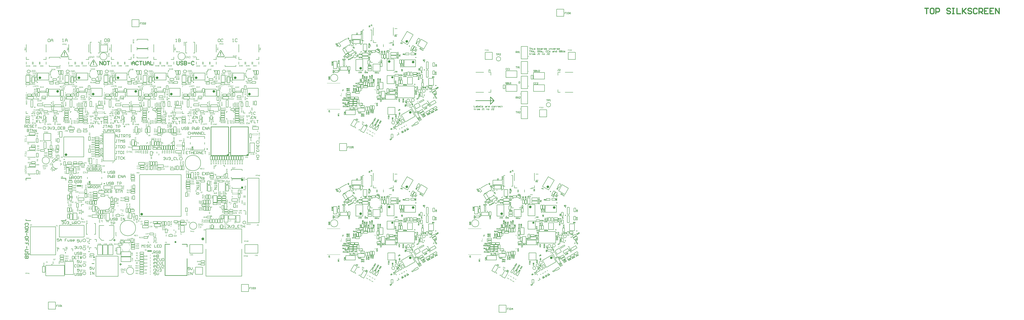
<source format=gto>
G04*
G04 #@! TF.GenerationSoftware,Altium Limited,Altium Designer,21.2.2 (38)*
G04*
G04 Layer_Color=65535*
%FSLAX25Y25*%
%MOIN*%
G70*
G04*
G04 #@! TF.SameCoordinates,0448F7F8-B58B-4B03-AB27-B3033358FA6D*
G04*
G04*
G04 #@! TF.FilePolarity,Positive*
G04*
G01*
G75*
%ADD11C,0.02000*%
%ADD19C,0.01000*%
%ADD20C,0.00600*%
%ADD84C,0.01968*%
%ADD88C,0.00500*%
%ADD275C,0.00700*%
%ADD276C,0.00984*%
%ADD277C,0.00394*%
%ADD278C,0.02362*%
%ADD279C,0.00787*%
%ADD280C,0.00701*%
%ADD281C,0.00472*%
%ADD282C,0.00598*%
%ADD283C,0.01575*%
%ADD284C,0.00689*%
%ADD285C,0.01181*%
%ADD286R,0.07874X0.01968*%
%ADD287R,0.02943X0.03500*%
G36*
X167344Y491994D02*
X167481Y491967D01*
X167617Y491912D01*
X167781Y491844D01*
X167945Y491748D01*
X168096Y491625D01*
X168109Y491612D01*
X168150Y491571D01*
X168205Y491516D01*
X168246Y491475D01*
X168260Y491461D01*
X168287Y491420D01*
X168314Y491366D01*
X168355Y491311D01*
X173851Y481783D01*
X173864Y481756D01*
X173892Y481701D01*
X173933Y481605D01*
X173974Y481482D01*
X174015Y481318D01*
X174042Y481154D01*
Y480963D01*
X174015Y480758D01*
Y480744D01*
X174001Y480703D01*
X173987Y480648D01*
X173960Y480566D01*
Y480553D01*
X173933Y480512D01*
X173905Y480457D01*
X173864Y480375D01*
Y480361D01*
X173851Y480348D01*
X173810Y480293D01*
X173755Y480211D01*
X173659Y480115D01*
X173550Y480006D01*
X173413Y479896D01*
X173249Y479801D01*
X173072Y479733D01*
X173058D01*
X173003Y479705D01*
X172935Y479692D01*
X172880Y479678D01*
X172826D01*
X172771Y479664D01*
X161561D01*
X161466Y479678D01*
X161329Y479705D01*
X161179Y479746D01*
X161015Y479814D01*
X160851Y479910D01*
X160687Y480033D01*
X160673Y480047D01*
X160645Y480088D01*
X160550Y480184D01*
X160536Y480197D01*
X160509Y480238D01*
X160468Y480293D01*
X160427Y480361D01*
X160413Y480389D01*
X160386Y480443D01*
X160345Y480539D01*
X160304Y480662D01*
X160263Y480812D01*
X160249Y480976D01*
X160235Y481154D01*
X160263Y481346D01*
Y481359D01*
X160276Y481373D01*
X160290Y481428D01*
X160304Y481496D01*
X160317Y481551D01*
Y481564D01*
X160345Y481605D01*
X160372Y481660D01*
X160413Y481728D01*
Y481742D01*
Y481756D01*
X160427Y481769D01*
X165922Y491284D01*
X165936Y491297D01*
X165949Y491338D01*
X165990Y491379D01*
X166032Y491448D01*
X166155Y491598D01*
X166332Y491748D01*
X166360Y491762D01*
X166387Y491776D01*
X166442Y491803D01*
X166455Y491817D01*
X166496Y491830D01*
X166565Y491871D01*
X166647Y491912D01*
X166756Y491940D01*
X166879Y491981D01*
X167002Y491994D01*
X167152Y492008D01*
X167248D01*
X167344Y491994D01*
D02*
G37*
G36*
X114586Y509119D02*
X114723Y509091D01*
X114859Y509037D01*
X115023Y508968D01*
X115187Y508873D01*
X115338Y508750D01*
X115351Y508736D01*
X115392Y508695D01*
X115447Y508640D01*
X115488Y508599D01*
X115502Y508586D01*
X115529Y508545D01*
X115557Y508490D01*
X115597Y508435D01*
X121093Y498907D01*
X121107Y498880D01*
X121134Y498825D01*
X121175Y498730D01*
X121216Y498607D01*
X121257Y498443D01*
X121284Y498279D01*
Y498087D01*
X121257Y497882D01*
Y497868D01*
X121243Y497827D01*
X121230Y497773D01*
X121202Y497691D01*
Y497677D01*
X121175Y497636D01*
X121148Y497581D01*
X121107Y497499D01*
Y497486D01*
X121093Y497472D01*
X121052Y497417D01*
X120997Y497335D01*
X120901Y497240D01*
X120792Y497130D01*
X120655Y497021D01*
X120491Y496925D01*
X120314Y496857D01*
X120300D01*
X120245Y496830D01*
X120177Y496816D01*
X120122Y496802D01*
X120068D01*
X120013Y496789D01*
X108803D01*
X108708Y496802D01*
X108571Y496830D01*
X108421Y496871D01*
X108257Y496939D01*
X108093Y497035D01*
X107929Y497157D01*
X107915Y497171D01*
X107888Y497212D01*
X107792Y497308D01*
X107778Y497322D01*
X107751Y497363D01*
X107710Y497417D01*
X107669Y497486D01*
X107655Y497513D01*
X107628Y497568D01*
X107587Y497663D01*
X107546Y497786D01*
X107505Y497937D01*
X107491Y498101D01*
X107477Y498279D01*
X107505Y498470D01*
Y498484D01*
X107518Y498497D01*
X107532Y498552D01*
X107546Y498620D01*
X107560Y498675D01*
Y498689D01*
X107587Y498730D01*
X107614Y498784D01*
X107655Y498853D01*
Y498866D01*
Y498880D01*
X107669Y498894D01*
X113164Y508408D01*
X113178Y508422D01*
X113192Y508463D01*
X113233Y508504D01*
X113274Y508572D01*
X113397Y508722D01*
X113574Y508873D01*
X113602Y508886D01*
X113629Y508900D01*
X113684Y508927D01*
X113697Y508941D01*
X113738Y508955D01*
X113807Y508996D01*
X113889Y509037D01*
X113998Y509064D01*
X114121Y509105D01*
X114244Y509119D01*
X114394Y509132D01*
X114490D01*
X114586Y509119D01*
D02*
G37*
G36*
X397884Y509063D02*
X398021Y509036D01*
X398158Y508981D01*
X398322Y508913D01*
X398486Y508817D01*
X398636Y508694D01*
X398650Y508681D01*
X398691Y508640D01*
X398745Y508585D01*
X398786Y508544D01*
X398800Y508530D01*
X398827Y508489D01*
X398855Y508435D01*
X398896Y508380D01*
X404391Y498852D01*
X404405Y498825D01*
X404432Y498770D01*
X404473Y498674D01*
X404514Y498551D01*
X404555Y498387D01*
X404582Y498223D01*
Y498032D01*
X404555Y497827D01*
Y497813D01*
X404541Y497772D01*
X404528Y497717D01*
X404500Y497635D01*
Y497622D01*
X404473Y497581D01*
X404446Y497526D01*
X404405Y497444D01*
Y497430D01*
X404391Y497417D01*
X404350Y497362D01*
X404295Y497280D01*
X404200Y497184D01*
X404090Y497075D01*
X403954Y496966D01*
X403790Y496870D01*
X403612Y496801D01*
X403598D01*
X403544Y496774D01*
X403475Y496760D01*
X403420Y496747D01*
X403366D01*
X403311Y496733D01*
X392102D01*
X392006Y496747D01*
X391869Y496774D01*
X391719Y496815D01*
X391555Y496883D01*
X391391Y496979D01*
X391227Y497102D01*
X391213Y497116D01*
X391186Y497157D01*
X391090Y497253D01*
X391076Y497266D01*
X391049Y497307D01*
X391008Y497362D01*
X390967Y497430D01*
X390953Y497458D01*
X390926Y497512D01*
X390885Y497608D01*
X390844Y497731D01*
X390803Y497881D01*
X390789Y498045D01*
X390776Y498223D01*
X390803Y498415D01*
Y498428D01*
X390817Y498442D01*
X390830Y498496D01*
X390844Y498565D01*
X390858Y498620D01*
Y498633D01*
X390885Y498674D01*
X390912Y498729D01*
X390953Y498797D01*
Y498811D01*
Y498825D01*
X390967Y498838D01*
X396462Y508353D01*
X396476Y508366D01*
X396490Y508407D01*
X396531Y508448D01*
X396572Y508517D01*
X396695Y508667D01*
X396873Y508817D01*
X396900Y508831D01*
X396927Y508845D01*
X396982Y508872D01*
X396996Y508886D01*
X397037Y508899D01*
X397105Y508940D01*
X397187Y508981D01*
X397296Y509009D01*
X397419Y509050D01*
X397542Y509063D01*
X397693Y509077D01*
X397789D01*
X397884Y509063D01*
D02*
G37*
%LPC*%
G36*
X167152Y491065D02*
X167084D01*
X167029Y491051D01*
X166893Y491024D01*
X166756Y490956D01*
X166742Y490942D01*
X166729Y490928D01*
X166701D01*
X166674Y490914D01*
X166619Y490860D01*
X166551Y490778D01*
X166483Y490682D01*
X161261Y481633D01*
X161247Y481619D01*
Y481605D01*
X161233Y481578D01*
X161206Y481510D01*
X161192Y481482D01*
Y481455D01*
X161179Y481400D01*
Y481387D01*
Y481346D01*
X161165Y481291D01*
Y481222D01*
X161192Y481059D01*
X161220Y480976D01*
X161261Y480881D01*
Y480867D01*
X161274Y480853D01*
X161329Y480785D01*
X161343Y480758D01*
X161397Y480689D01*
X161411Y480676D01*
X161438Y480662D01*
X161479Y480635D01*
X161548Y480594D01*
X161630Y480553D01*
X161712Y480525D01*
X161821Y480512D01*
X161931Y480498D01*
X172511D01*
X172552Y480512D01*
X172579Y480525D01*
X172607D01*
X172634Y480539D01*
X172689Y480566D01*
X172757Y480607D01*
X172826Y480648D01*
X172894Y480717D01*
X172962Y480785D01*
X173030Y480881D01*
Y480894D01*
X173044Y480908D01*
X173085Y480990D01*
X173126Y481113D01*
X173140Y481263D01*
Y481277D01*
Y481291D01*
X173126Y481318D01*
X173140Y481332D01*
Y481346D01*
Y481359D01*
X173113Y481428D01*
X173085Y481537D01*
X173030Y481646D01*
X167809Y490696D01*
X167795D01*
Y490709D01*
X167781Y490723D01*
X167740Y490778D01*
X167727Y490792D01*
X167713Y490805D01*
X167658Y490860D01*
X167645Y490873D01*
X167617Y490887D01*
X167576Y490928D01*
X167508Y490969D01*
X167358Y491038D01*
X167262Y491051D01*
X167152Y491065D01*
D02*
G37*
%LPD*%
G36*
X167139Y489206D02*
X167877D01*
Y489192D01*
Y489137D01*
Y489042D01*
Y488932D01*
Y488796D01*
Y488645D01*
Y488317D01*
Y488304D01*
Y488249D01*
Y488153D01*
Y488044D01*
Y487907D01*
Y487757D01*
Y487429D01*
Y487415D01*
Y487401D01*
X167863Y487360D01*
Y487319D01*
X167850Y487251D01*
X167836Y487155D01*
X167822Y487032D01*
Y487019D01*
X167809Y486950D01*
Y486909D01*
X167795Y486841D01*
Y486759D01*
X167781Y486663D01*
X167768Y486554D01*
X167754Y486417D01*
X167727Y486253D01*
X167713Y486075D01*
X167686Y485884D01*
X167658Y485652D01*
X167631Y485405D01*
X167590Y485118D01*
Y485105D01*
Y485077D01*
Y485036D01*
X167576Y484982D01*
Y484900D01*
X167562Y484804D01*
X167549Y484681D01*
Y484667D01*
Y484626D01*
X167535Y484572D01*
Y484503D01*
X167522Y484435D01*
X167508Y484367D01*
X167481Y484312D01*
X167467Y484285D01*
X167221D01*
X167002Y484271D01*
X166797D01*
Y484298D01*
X166783Y484353D01*
Y484408D01*
X166770Y484462D01*
X166756Y484531D01*
Y484613D01*
X166742Y484722D01*
X166729Y484831D01*
X166701Y484982D01*
X166688Y485132D01*
X166660Y485323D01*
X166633Y485529D01*
Y485542D01*
Y485583D01*
X166619Y485638D01*
X166606Y485720D01*
Y485802D01*
X166592Y485911D01*
X166565Y486130D01*
X166537Y486349D01*
X166510Y486554D01*
X166496Y486636D01*
Y486691D01*
X166483Y486745D01*
Y486759D01*
Y486772D01*
Y486800D01*
X166469Y486882D01*
Y486991D01*
X166455Y487087D01*
Y487101D01*
X166442Y487155D01*
X166428Y487251D01*
X166414Y487388D01*
Y487415D01*
Y487470D01*
Y487552D01*
Y487675D01*
Y487811D01*
Y487962D01*
Y488290D01*
Y488317D01*
Y488372D01*
Y488468D01*
Y488577D01*
Y488727D01*
Y488878D01*
Y489220D01*
X166879D01*
X167139Y489206D01*
D02*
G37*
G36*
X167795Y483669D02*
Y483628D01*
Y483560D01*
Y483478D01*
Y483382D01*
Y483259D01*
Y483013D01*
Y483000D01*
Y482959D01*
Y482890D01*
Y482808D01*
Y482713D01*
Y482589D01*
Y482343D01*
X166414D01*
Y482357D01*
Y482398D01*
Y482467D01*
Y482562D01*
Y482658D01*
Y482767D01*
Y483013D01*
Y483027D01*
Y483068D01*
Y483136D01*
Y483232D01*
Y483328D01*
Y483437D01*
Y483683D01*
X167795D01*
Y483669D01*
D02*
G37*
%LPC*%
G36*
X114394Y508189D02*
X114326D01*
X114271Y508176D01*
X114135Y508148D01*
X113998Y508080D01*
X113984Y508066D01*
X113971Y508052D01*
X113943D01*
X113916Y508039D01*
X113861Y507984D01*
X113793Y507902D01*
X113725Y507806D01*
X108503Y498757D01*
X108489Y498743D01*
Y498730D01*
X108475Y498702D01*
X108448Y498634D01*
X108434Y498607D01*
Y498579D01*
X108421Y498525D01*
Y498511D01*
Y498470D01*
X108407Y498415D01*
Y498347D01*
X108434Y498183D01*
X108462Y498101D01*
X108503Y498005D01*
Y497991D01*
X108516Y497978D01*
X108571Y497909D01*
X108585Y497882D01*
X108640Y497814D01*
X108653Y497800D01*
X108680Y497786D01*
X108721Y497759D01*
X108790Y497718D01*
X108872Y497677D01*
X108954Y497650D01*
X109063Y497636D01*
X109173Y497622D01*
X119753D01*
X119794Y497636D01*
X119822Y497650D01*
X119849D01*
X119876Y497663D01*
X119931Y497691D01*
X119999Y497732D01*
X120068Y497773D01*
X120136Y497841D01*
X120204Y497909D01*
X120273Y498005D01*
Y498019D01*
X120286Y498032D01*
X120327Y498114D01*
X120368Y498238D01*
X120382Y498388D01*
Y498401D01*
Y498415D01*
X120368Y498443D01*
X120382Y498456D01*
Y498470D01*
Y498484D01*
X120355Y498552D01*
X120327Y498661D01*
X120273Y498771D01*
X115051Y507820D01*
X115037D01*
Y507834D01*
X115023Y507847D01*
X114982Y507902D01*
X114969Y507916D01*
X114955Y507930D01*
X114900Y507984D01*
X114887Y507998D01*
X114859Y508011D01*
X114818Y508052D01*
X114750Y508094D01*
X114600Y508162D01*
X114504Y508176D01*
X114394Y508189D01*
D02*
G37*
%LPD*%
G36*
X114381Y506330D02*
X115119D01*
Y506316D01*
Y506262D01*
Y506166D01*
Y506057D01*
Y505920D01*
Y505770D01*
Y505442D01*
Y505428D01*
Y505373D01*
Y505277D01*
Y505168D01*
Y505031D01*
Y504881D01*
Y504553D01*
Y504539D01*
Y504526D01*
X115105Y504485D01*
Y504444D01*
X115092Y504375D01*
X115078Y504280D01*
X115064Y504157D01*
Y504143D01*
X115051Y504075D01*
Y504034D01*
X115037Y503965D01*
Y503883D01*
X115023Y503788D01*
X115010Y503678D01*
X114996Y503541D01*
X114969Y503377D01*
X114955Y503200D01*
X114928Y503008D01*
X114900Y502776D01*
X114873Y502530D01*
X114832Y502243D01*
Y502229D01*
Y502202D01*
Y502161D01*
X114818Y502106D01*
Y502024D01*
X114805Y501928D01*
X114791Y501805D01*
Y501792D01*
Y501751D01*
X114777Y501696D01*
Y501628D01*
X114764Y501559D01*
X114750Y501491D01*
X114723Y501436D01*
X114709Y501409D01*
X114463D01*
X114244Y501395D01*
X114039D01*
Y501423D01*
X114025Y501477D01*
Y501532D01*
X114012Y501587D01*
X113998Y501655D01*
Y501737D01*
X113984Y501846D01*
X113971Y501956D01*
X113943Y502106D01*
X113930Y502256D01*
X113902Y502448D01*
X113875Y502653D01*
Y502667D01*
Y502708D01*
X113861Y502762D01*
X113848Y502844D01*
Y502926D01*
X113834Y503036D01*
X113807Y503254D01*
X113779Y503473D01*
X113752Y503678D01*
X113738Y503760D01*
Y503815D01*
X113725Y503869D01*
Y503883D01*
Y503897D01*
Y503924D01*
X113711Y504006D01*
Y504116D01*
X113697Y504211D01*
Y504225D01*
X113684Y504280D01*
X113670Y504375D01*
X113656Y504512D01*
Y504539D01*
Y504594D01*
Y504676D01*
Y504799D01*
Y504936D01*
Y505086D01*
Y505414D01*
Y505442D01*
Y505496D01*
Y505592D01*
Y505701D01*
Y505852D01*
Y506002D01*
Y506344D01*
X114121D01*
X114381Y506330D01*
D02*
G37*
G36*
X115037Y500794D02*
Y500753D01*
Y500684D01*
Y500602D01*
Y500507D01*
Y500384D01*
Y500138D01*
Y500124D01*
Y500083D01*
Y500015D01*
Y499932D01*
Y499837D01*
Y499714D01*
Y499468D01*
X113656D01*
Y499481D01*
Y499522D01*
Y499591D01*
Y499686D01*
Y499782D01*
Y499892D01*
Y500138D01*
Y500151D01*
Y500192D01*
Y500261D01*
Y500356D01*
Y500452D01*
Y500561D01*
Y500807D01*
X115037D01*
Y500794D01*
D02*
G37*
%LPC*%
G36*
X397693Y508134D02*
X397624D01*
X397570Y508120D01*
X397433Y508093D01*
X397296Y508025D01*
X397283Y508011D01*
X397269Y507997D01*
X397242D01*
X397214Y507983D01*
X397160Y507929D01*
X397091Y507847D01*
X397023Y507751D01*
X391801Y498702D01*
X391787Y498688D01*
Y498674D01*
X391774Y498647D01*
X391746Y498579D01*
X391733Y498551D01*
Y498524D01*
X391719Y498469D01*
Y498455D01*
Y498415D01*
X391705Y498360D01*
Y498291D01*
X391733Y498127D01*
X391760Y498045D01*
X391801Y497950D01*
Y497936D01*
X391815Y497922D01*
X391869Y497854D01*
X391883Y497827D01*
X391938Y497758D01*
X391951Y497745D01*
X391979Y497731D01*
X392020Y497704D01*
X392088Y497663D01*
X392170Y497622D01*
X392252Y497594D01*
X392361Y497581D01*
X392471Y497567D01*
X403051D01*
X403092Y497581D01*
X403120Y497594D01*
X403147D01*
X403174Y497608D01*
X403229Y497635D01*
X403298Y497676D01*
X403366Y497717D01*
X403434Y497786D01*
X403503Y497854D01*
X403571Y497950D01*
Y497963D01*
X403584Y497977D01*
X403625Y498059D01*
X403667Y498182D01*
X403680Y498333D01*
Y498346D01*
Y498360D01*
X403667Y498387D01*
X403680Y498401D01*
Y498415D01*
Y498428D01*
X403653Y498496D01*
X403625Y498606D01*
X403571Y498715D01*
X398349Y507765D01*
X398335D01*
Y507778D01*
X398322Y507792D01*
X398281Y507847D01*
X398267Y507861D01*
X398253Y507874D01*
X398199Y507929D01*
X398185Y507942D01*
X398158Y507956D01*
X398116Y507997D01*
X398048Y508038D01*
X397898Y508107D01*
X397802Y508120D01*
X397693Y508134D01*
D02*
G37*
%LPD*%
G36*
X397679Y506275D02*
X398417D01*
Y506261D01*
Y506206D01*
Y506111D01*
Y506001D01*
Y505865D01*
Y505714D01*
Y505386D01*
Y505372D01*
Y505318D01*
Y505222D01*
Y505113D01*
Y504976D01*
Y504826D01*
Y504498D01*
Y504484D01*
Y504470D01*
X398404Y504429D01*
Y504388D01*
X398390Y504320D01*
X398376Y504224D01*
X398363Y504101D01*
Y504088D01*
X398349Y504019D01*
Y503978D01*
X398335Y503910D01*
Y503828D01*
X398322Y503732D01*
X398308Y503623D01*
X398294Y503486D01*
X398267Y503322D01*
X398253Y503144D01*
X398226Y502953D01*
X398199Y502721D01*
X398171Y502474D01*
X398130Y502187D01*
Y502174D01*
Y502146D01*
Y502105D01*
X398116Y502051D01*
Y501969D01*
X398103Y501873D01*
X398089Y501750D01*
Y501736D01*
Y501695D01*
X398076Y501641D01*
Y501572D01*
X398062Y501504D01*
X398048Y501436D01*
X398021Y501381D01*
X398007Y501354D01*
X397761D01*
X397542Y501340D01*
X397337D01*
Y501367D01*
X397324Y501422D01*
Y501477D01*
X397310Y501531D01*
X397296Y501600D01*
Y501682D01*
X397283Y501791D01*
X397269Y501900D01*
X397242Y502051D01*
X397228Y502201D01*
X397201Y502392D01*
X397173Y502598D01*
Y502611D01*
Y502652D01*
X397160Y502707D01*
X397146Y502789D01*
Y502871D01*
X397132Y502980D01*
X397105Y503199D01*
X397078Y503418D01*
X397050Y503623D01*
X397037Y503705D01*
Y503759D01*
X397023Y503814D01*
Y503828D01*
Y503841D01*
Y503869D01*
X397009Y503951D01*
Y504060D01*
X396996Y504156D01*
Y504170D01*
X396982Y504224D01*
X396968Y504320D01*
X396955Y504457D01*
Y504484D01*
Y504539D01*
Y504621D01*
Y504744D01*
Y504880D01*
Y505031D01*
Y505359D01*
Y505386D01*
Y505441D01*
Y505537D01*
Y505646D01*
Y505796D01*
Y505947D01*
Y506288D01*
X397419D01*
X397679Y506275D01*
D02*
G37*
G36*
X398335Y500738D02*
Y500697D01*
Y500629D01*
Y500547D01*
Y500451D01*
Y500328D01*
Y500082D01*
Y500069D01*
Y500028D01*
Y499959D01*
Y499877D01*
Y499782D01*
Y499658D01*
Y499412D01*
X396955D01*
Y499426D01*
Y499467D01*
Y499535D01*
Y499631D01*
Y499727D01*
Y499836D01*
Y500082D01*
Y500096D01*
Y500137D01*
Y500205D01*
Y500301D01*
Y500397D01*
Y500506D01*
Y500752D01*
X398335D01*
Y500738D01*
D02*
G37*
D11*
X1675248Y585401D02*
X1681913D01*
X1678581D01*
Y575404D01*
X1690244Y585401D02*
X1686911D01*
X1685245Y583735D01*
Y577070D01*
X1686911Y575404D01*
X1690244D01*
X1691910Y577070D01*
Y583735D01*
X1690244Y585401D01*
X1695242Y575404D02*
Y585401D01*
X1700240D01*
X1701906Y583735D01*
Y580403D01*
X1700240Y578736D01*
X1695242D01*
X1721900Y583735D02*
X1720234Y585401D01*
X1716902D01*
X1715235Y583735D01*
Y582069D01*
X1716902Y580403D01*
X1720234D01*
X1721900Y578736D01*
Y577070D01*
X1720234Y575404D01*
X1716902D01*
X1715235Y577070D01*
X1725232Y585401D02*
X1728564D01*
X1726898D01*
Y575404D01*
X1725232D01*
X1728564D01*
X1733563Y585401D02*
Y575404D01*
X1740227D01*
X1743560Y585401D02*
Y575404D01*
Y578736D01*
X1750224Y585401D01*
X1745226Y580403D01*
X1750224Y575404D01*
X1760221Y583735D02*
X1758555Y585401D01*
X1755223D01*
X1753556Y583735D01*
Y582069D01*
X1755223Y580403D01*
X1758555D01*
X1760221Y578736D01*
Y577070D01*
X1758555Y575404D01*
X1755223D01*
X1753556Y577070D01*
X1770218Y583735D02*
X1768551Y585401D01*
X1765219D01*
X1763553Y583735D01*
Y577070D01*
X1765219Y575404D01*
X1768551D01*
X1770218Y577070D01*
X1773550Y575404D02*
Y585401D01*
X1778548D01*
X1780214Y583735D01*
Y580403D01*
X1778548Y578736D01*
X1773550D01*
X1776882D02*
X1780214Y575404D01*
X1790211Y585401D02*
X1783547D01*
Y575404D01*
X1790211D01*
X1783547Y580403D02*
X1786879D01*
X1800208Y585401D02*
X1793543D01*
Y575404D01*
X1800208D01*
X1793543Y580403D02*
X1796876D01*
X1803540Y575404D02*
Y585401D01*
X1810205Y575404D01*
Y585401D01*
X366842Y166311D02*
G03*
X366842Y166311I-1500J0D01*
G01*
D19*
X870885Y162620D02*
G03*
X870885Y162620I0J-136D01*
G01*
X614980Y162619D02*
G03*
X614980Y162619I0J-136D01*
G01*
Y426844D02*
G03*
X614980Y426844I0J-136D01*
G01*
X956322Y443917D02*
G03*
X956322Y443917I-220J0D01*
G01*
X956346Y497857D02*
G03*
X956346Y497857I-220J0D01*
G01*
Y470625D02*
G03*
X956346Y470625I-220J0D01*
G01*
X941582Y429744D02*
G03*
X941582Y429744I-220J0D01*
G01*
Y402513D02*
G03*
X941582Y402513I-220J0D01*
G01*
X892877Y418349D02*
X893596Y417630D01*
X886921Y410955D02*
X893596Y417630D01*
X886921Y410955D02*
Y424305D01*
X893596Y417630D01*
X860447D02*
X893596D01*
X51218Y138954D02*
G03*
X51218Y138954I-500J0D01*
G01*
X365131Y378309D02*
G03*
X365131Y378309I-100J0D01*
G01*
X384231D02*
G03*
X384231Y378309I-100J0D01*
G01*
X223398D02*
G03*
X223398Y378309I-100J0D01*
G01*
X242498D02*
G03*
X242498Y378309I-100J0D01*
G01*
X81666D02*
G03*
X81666Y378309I-100J0D01*
G01*
X100766D02*
G03*
X100766Y378309I-100J0D01*
G01*
X450427Y322879D02*
G03*
X450427Y322879I-469J0D01*
G01*
X274326Y140283D02*
G03*
X274326Y140283I-400J0D01*
G01*
X91856Y119925D02*
G03*
X91856Y119925I-394J0D01*
G01*
X406090Y284296D02*
G03*
X406090Y284296I-113J0D01*
G01*
X414617Y322879D02*
G03*
X414617Y322879I-469J0D01*
G01*
X135470Y266725D02*
G03*
X135470Y266725I-400J0D01*
G01*
X116555Y273122D02*
Y276561D01*
X107870D02*
X116555D01*
X44325Y273122D02*
Y276561D01*
X53009D01*
X116555Y199743D02*
Y201869D01*
X107870Y199743D02*
X116555D01*
X44326Y273325D02*
Y276764D01*
X53011D01*
X44326Y273122D02*
Y276561D01*
X53011D01*
X44326Y199742D02*
Y201869D01*
Y199742D02*
X53011D01*
X327652Y156672D02*
X336536D01*
Y152062D02*
Y156672D01*
Y100028D02*
Y130695D01*
X296773Y156672D02*
X305237D01*
X296773Y100028D02*
Y156672D01*
Y100028D02*
X336536D01*
X415627Y370134D02*
X447713D01*
Y318134D02*
Y370134D01*
X415627Y318134D02*
X447713D01*
X415627D02*
Y370134D01*
X444093Y318214D02*
X447653Y320174D01*
X445514Y318201D02*
X447493Y319291D01*
X379816Y370134D02*
X411903D01*
Y318134D02*
Y370134D01*
X379816Y318134D02*
X411903D01*
X379816D02*
Y370134D01*
X408283Y318214D02*
X411843Y320174D01*
X409703Y318201D02*
X411682Y319291D01*
X167972Y121681D02*
X163973D01*
X217815Y120247D02*
X213816D01*
X215816Y118247D02*
Y122246D01*
X204569Y166182D02*
Y162183D01*
X206568Y164183D02*
X202569D01*
X47484Y190985D02*
X48484Y191985D01*
Y193984D01*
X47484Y194984D01*
X43485D01*
X42486Y193984D01*
Y191985D01*
X43485Y190985D01*
X48484Y185987D02*
Y187986D01*
X47484Y188986D01*
X43485D01*
X42486Y187986D01*
Y185987D01*
X43485Y184987D01*
X47484D01*
X48484Y185987D01*
X42486Y182988D02*
X48484D01*
X42486Y178989D01*
X48484D01*
X45485Y176989D02*
Y172991D01*
X48484Y167992D02*
Y169992D01*
X47484Y170992D01*
X43485D01*
X42486Y169992D01*
Y167992D01*
X43485Y166993D01*
X47484D01*
X48484Y167992D01*
Y160995D02*
Y164993D01*
X45485D01*
Y162994D01*
Y164993D01*
X42486D01*
X48484Y154997D02*
Y158995D01*
X45485D01*
Y156996D01*
Y158995D01*
X42486D01*
X45485Y152997D02*
Y148999D01*
X48484Y146999D02*
X43485D01*
X42486Y146000D01*
Y144000D01*
X43485Y143000D01*
X48484D01*
X47484Y137002D02*
X48484Y138002D01*
Y140001D01*
X47484Y141001D01*
X46484D01*
X45485Y140001D01*
Y138002D01*
X44485Y137002D01*
X43485D01*
X42486Y138002D01*
Y140001D01*
X43485Y141001D01*
X48484Y135003D02*
X42486D01*
Y132004D01*
X43485Y131004D01*
X44485D01*
X45485Y132004D01*
Y135003D01*
Y132004D01*
X46484Y131004D01*
X47484D01*
X48484Y132004D01*
Y135003D01*
D20*
X219107Y212367D02*
G03*
X219107Y212367I-400J0D01*
G01*
X315219Y175296D02*
G03*
X315219Y175296I-400J0D01*
G01*
X416963Y231431D02*
G03*
X416963Y231431I-315J0D01*
G01*
X371042Y158511D02*
Y184332D01*
X436042D01*
Y98532D02*
Y148110D01*
X371042Y98532D02*
X436042D01*
X371042D02*
Y148110D01*
X436042Y158511D02*
Y184332D01*
X395587Y207359D02*
X397405D01*
X395587Y224459D02*
X397405D01*
X380305Y222640D02*
Y224459D01*
Y207359D02*
X382124D01*
X397405D02*
Y209177D01*
Y222640D02*
Y224459D01*
X380305D02*
X382124D01*
X380305Y207359D02*
Y209177D01*
X193552Y221158D02*
X195993D01*
X175493D02*
Y223598D01*
Y241658D02*
X177933D01*
X193552D02*
X195993D01*
Y221158D02*
Y223598D01*
X175493Y221158D02*
X177933D01*
X175493Y239218D02*
Y241658D01*
X195993Y239218D02*
Y241658D01*
D84*
X168361Y133208D02*
G03*
X168361Y133208I-500J0D01*
G01*
D88*
X613157Y339728D02*
X626157D01*
X613157Y326728D02*
Y339728D01*
X626157Y326728D02*
Y339728D01*
X613157Y326728D02*
X626157D01*
X902491Y46091D02*
X915491D01*
X902491Y33091D02*
Y46091D01*
X915491Y33091D02*
Y46091D01*
X902491Y33091D02*
X915491D01*
X1007170Y583632D02*
X1020170D01*
X1007170Y570632D02*
Y583632D01*
X1020170Y570632D02*
Y583632D01*
X1007170Y570632D02*
X1020170D01*
X435445Y83750D02*
X448445D01*
X435445Y70750D02*
Y83750D01*
X448445Y70750D02*
Y83750D01*
X435445Y70750D02*
X448445D01*
X236533Y564786D02*
X249533D01*
X236533Y551786D02*
Y564786D01*
X249533Y551786D02*
Y564786D01*
X236533Y551786D02*
X249533D01*
X85107Y51826D02*
X98107D01*
X85107Y38826D02*
Y51826D01*
X98107Y38826D02*
Y51826D01*
X85107Y38826D02*
X98107D01*
X1024169Y578131D02*
X1022170D01*
Y576631D01*
X1023170D01*
X1022170D01*
Y575132D01*
X1025169Y578131D02*
X1026169D01*
X1025669D01*
Y575132D01*
X1025169D01*
X1026169D01*
X1027668Y578131D02*
Y575132D01*
X1029168D01*
X1029668Y575632D01*
Y577631D01*
X1029168Y578131D01*
X1027668D01*
X1032667D02*
X1031667Y577631D01*
X1030667Y576631D01*
Y575632D01*
X1031167Y575132D01*
X1032167D01*
X1032667Y575632D01*
Y576131D01*
X1032167Y576631D01*
X1030667D01*
X630157Y334227D02*
X628157D01*
Y332728D01*
X629157D01*
X628157D01*
Y331228D01*
X631156Y334227D02*
X632156D01*
X631656D01*
Y331228D01*
X631156D01*
X632156D01*
X633656Y334227D02*
Y331228D01*
X635155D01*
X635655Y331728D01*
Y333727D01*
X635155Y334227D01*
X633656D01*
X638654D02*
X636655D01*
Y332728D01*
X637654Y333227D01*
X638154D01*
X638654Y332728D01*
Y331728D01*
X638154Y331228D01*
X637154D01*
X636655Y331728D01*
X919491Y40590D02*
X917491D01*
Y39091D01*
X918491D01*
X917491D01*
Y37591D01*
X920490Y40590D02*
X921490D01*
X920990D01*
Y37591D01*
X920490D01*
X921490D01*
X922989Y40590D02*
Y37591D01*
X924489D01*
X924989Y38091D01*
Y40091D01*
X924489Y40590D01*
X922989D01*
X927488Y37591D02*
Y40590D01*
X925988Y39091D01*
X927988D01*
X452445Y78249D02*
X450445D01*
Y76749D01*
X451445D01*
X450445D01*
Y75250D01*
X453444Y78249D02*
X454444D01*
X453944D01*
Y75250D01*
X453444D01*
X454444D01*
X455943Y78249D02*
Y75250D01*
X457443D01*
X457943Y75750D01*
Y77749D01*
X457443Y78249D01*
X455943D01*
X458942Y77749D02*
X459442Y78249D01*
X460442D01*
X460942Y77749D01*
Y77249D01*
X460442Y76749D01*
X459942D01*
X460442D01*
X460942Y76249D01*
Y75750D01*
X460442Y75250D01*
X459442D01*
X458942Y75750D01*
X253532Y559285D02*
X251533D01*
Y557786D01*
X252533D01*
X251533D01*
Y556286D01*
X254532Y559285D02*
X255532D01*
X255032D01*
Y556286D01*
X254532D01*
X255532D01*
X257031Y559285D02*
Y556286D01*
X258531D01*
X259031Y556786D01*
Y558785D01*
X258531Y559285D01*
X257031D01*
X262030Y556286D02*
X260030D01*
X262030Y558285D01*
Y558785D01*
X261530Y559285D01*
X260530D01*
X260030Y558785D01*
X102106Y46325D02*
X100107D01*
Y44825D01*
X101106D01*
X100107D01*
Y43326D01*
X103106Y46325D02*
X104105D01*
X103606D01*
Y43326D01*
X103106D01*
X104105D01*
X105605Y46325D02*
Y43326D01*
X107105D01*
X107604Y43826D01*
Y45825D01*
X107105Y46325D01*
X105605D01*
X108604Y43326D02*
X109604D01*
X109104D01*
Y46325D01*
X108604Y45825D01*
X907386Y102074D02*
G03*
X907386Y102074I0J-197D01*
G01*
X859540Y201323D02*
G03*
X859540Y201323I0J-6600D01*
G01*
X993997Y156203D02*
G03*
X993997Y156203I0J-2756D01*
G01*
X1002254Y156991D02*
G03*
X1002254Y156991I0J-2756D01*
G01*
X897146Y236437D02*
G03*
X897146Y236437I0J-2756D01*
G01*
X1022192Y173789D02*
G03*
X1022192Y173789I0J-2756D01*
G01*
X1014140Y173386D02*
G03*
X1014140Y173386I0J-2756D01*
G01*
X896968Y254195D02*
G03*
X896968Y254195I0J-197D01*
G01*
X978588Y126067D02*
G03*
X978588Y126067I0J-2756D01*
G01*
X966672Y116144D02*
G03*
X966672Y116144I0J-2756D01*
G01*
X972651Y121207D02*
G03*
X972651Y121207I0J-2756D01*
G01*
X935753Y258902D02*
X930635Y258902D01*
Y263272D01*
X966855Y258902D02*
Y263272D01*
X961737Y258902D02*
X966855Y258902D01*
Y271933D02*
Y286106D01*
X930635Y271933D02*
Y286106D01*
X940077Y240135D02*
X934281Y243481D01*
X941750Y243033D02*
X935954Y246379D01*
X940077Y240135D02*
X941750Y243033D01*
X934281Y243481D02*
X935954Y246379D01*
X970261Y155628D02*
Y163896D01*
X952938D01*
Y155628D02*
Y163896D01*
X970261Y155628D02*
X952938D01*
X887359Y253267D02*
X888399Y253868D01*
X888646Y253441D02*
X888399Y253868D01*
X880622Y249377D02*
X881662Y249978D01*
X880868Y248951D02*
X880622Y249377D01*
X885150Y241534D02*
X886190Y242134D01*
X885150Y241534D02*
X884904Y241961D01*
X891887Y245424D02*
X892927Y246024D01*
X892681Y246451D01*
X902682Y113792D02*
X903666Y115497D01*
X905371Y114513D02*
X903666Y115497D01*
X897274Y104426D02*
X898258Y106131D01*
X898979Y103442D02*
X897274Y104426D01*
X905614Y99611D02*
X906598Y101316D01*
X905614Y99611D02*
X903909Y100595D01*
X911021Y108977D02*
X912006Y110682D01*
X910301Y111666D01*
X997640Y143869D02*
Y147215D01*
X990948Y143869D02*
Y147215D01*
X997640Y143869D02*
X990948D01*
X997640Y147215D02*
X990948D01*
X910524Y256434D02*
X907178D01*
X910524Y263127D02*
X907178D01*
Y256434D02*
Y263127D01*
X910524Y256434D02*
Y263127D01*
X967171Y101305D02*
X970922Y103470D01*
X972568Y100618D02*
X970922Y103470D01*
X973470Y90394D02*
X977221Y92559D01*
X975574Y95411D01*
X966053Y92539D02*
X962706D01*
X966053Y85846D02*
X962706D01*
X966053D02*
Y92539D01*
X962706Y85846D02*
Y92539D01*
X1015801Y207905D02*
Y214598D01*
X1019148Y207905D02*
Y214598D01*
Y207905D02*
X1015801D01*
X1019148Y214598D02*
X1015801D01*
X1016302Y193919D02*
X1016302Y200612D01*
X1019649Y193919D02*
Y200612D01*
Y193919D02*
X1016302D01*
X1019649Y200612D02*
X1016302D01*
X927401Y207455D02*
X920708D01*
X927401Y210802D02*
X920708D01*
X927401Y207455D02*
Y210802D01*
X920708Y207455D02*
Y210802D01*
X927402Y211972D02*
X920709D01*
X927402Y215319D02*
X920709D01*
X927402Y211972D02*
Y215319D01*
X920709Y211972D02*
Y215319D01*
X918725Y243783D02*
Y255988D01*
Y243783D02*
X912032D01*
Y255988D01*
X918725D02*
X912032D01*
X1014483Y123629D02*
X1009168Y132835D01*
X1010392Y121267D02*
X1014483Y123629D01*
X1010392Y121267D02*
X1005077Y130473D01*
X1009168Y132835D01*
X1008665Y134107D02*
X1003350Y143313D01*
X1004573Y131745D02*
X1008665Y134107D01*
X1004573Y131745D02*
X999258Y140950D01*
X1003350Y143313D01*
X1005497Y179730D02*
X974497D01*
X1005497Y158530D02*
X974497D01*
X1005497D02*
X1005497Y179730D01*
X974497Y158530D02*
Y179730D01*
X983132Y190325D02*
X979786D01*
X983132Y183632D02*
X979786D01*
X983132D02*
Y190325D01*
X979786Y183632D02*
Y190325D01*
X979338Y190325D02*
X975992D01*
X979338Y183632D02*
X975992D01*
X979338D02*
Y190325D01*
X975992Y183632D02*
Y190325D01*
X969812Y128032D02*
Y141032D01*
X956812D01*
X969812Y128032D02*
X956812D01*
Y141032D01*
X1012668Y112215D02*
X1010995Y115114D01*
X1006872Y108869D02*
X1005199Y111767D01*
X1006872Y108869D02*
X1012668Y112215D01*
X1005199Y111767D02*
X1010995Y115114D01*
X1008352Y138433D02*
X1004513Y145082D01*
X1016023Y142862D02*
X1012184Y149511D01*
X1008352Y138433D02*
X1016023Y142862D01*
X1004513Y145082D02*
X1012184Y149511D01*
X1021221Y134425D02*
X1019548Y137323D01*
X1015425Y131079D02*
X1013751Y133977D01*
X1015425Y131079D02*
X1021221Y134425D01*
X1013751Y133977D02*
X1019548Y137323D01*
X1023398Y130819D02*
X1021725Y133717D01*
X1017602Y127472D02*
X1015929Y130370D01*
X1017602Y127472D02*
X1023398Y130819D01*
X1015929Y130370D02*
X1021725Y133717D01*
X1038858Y139908D02*
X1044654Y143254D01*
X1040531Y137010D02*
X1046328Y140356D01*
X1040531Y137010D02*
X1038858Y139908D01*
X1046328Y140356D02*
X1044654Y143254D01*
X1032231Y136043D02*
X1038028Y139390D01*
X1033905Y133145D02*
X1039701Y136492D01*
X1033905Y133145D02*
X1032231Y136043D01*
X1039701Y136492D02*
X1038028Y139390D01*
X1025500Y132006D02*
X1031296Y135352D01*
X1027173Y129108D02*
X1032969Y132454D01*
X1027173Y129108D02*
X1025500Y132006D01*
X1032969Y132454D02*
X1031296Y135352D01*
X1018463Y143680D02*
X1027669Y148995D01*
X1030031Y144904D02*
X1027669Y148995D01*
X1020825Y139589D02*
X1030031Y144904D01*
X1020825Y139589D02*
X1018463Y143680D01*
X1032819Y148652D02*
X1042025Y153967D01*
X1044387Y149876D02*
X1042025Y153967D01*
X1035181Y144561D02*
X1044387Y149876D01*
X1035181Y144561D02*
X1032819Y148652D01*
X1029646Y173058D02*
Y179751D01*
X1026300Y173058D02*
Y179751D01*
X1029646D02*
X1026300D01*
X1029646Y173058D02*
X1026300D01*
X1037078Y180102D02*
X1030385D01*
X1037078Y176756D02*
X1030385D01*
Y180102D01*
X1037078Y176756D02*
Y180102D01*
X1039384Y164966D02*
X1045181Y168313D01*
X1037711Y167865D02*
X1043507Y171211D01*
X1045181Y168313D02*
X1043507Y171211D01*
X1039384Y164966D02*
X1037711Y167865D01*
X1019339Y161038D02*
Y167730D01*
X1015993Y161038D02*
Y167730D01*
X1019339D02*
X1015993D01*
X1019339Y161038D02*
X1015993D01*
X1037272Y168540D02*
X1043069Y171887D01*
X1035599Y171439D02*
X1041395Y174785D01*
X1043069Y171887D02*
X1041395Y174785D01*
X1037272Y168540D02*
X1035599Y171439D01*
X1021500Y185899D02*
X1018153D01*
X1021500Y179206D02*
X1018153D01*
X1021500D02*
Y185899D01*
X1018153Y179206D02*
Y185899D01*
X931849Y101554D02*
X935195Y107350D01*
X928951Y103227D02*
X932297Y109023D01*
X935195Y107350D02*
X932297Y109023D01*
X931849Y101554D02*
X928951Y103227D01*
X936392Y99114D02*
X939738Y104911D01*
X933494Y100787D02*
X936840Y106584D01*
X939738Y104911D02*
X936840Y106584D01*
X936392Y99114D02*
X933494Y100787D01*
X926775Y104198D02*
X930121Y109994D01*
X923877Y105871D02*
X927223Y111667D01*
X930121Y109994D02*
X927223Y111667D01*
X926775Y104198D02*
X923877Y105871D01*
X1022155Y247137D02*
X1010897Y253638D01*
X1022155Y247137D02*
X1028655Y258396D01*
X1010897Y253638D02*
X1017397Y264896D01*
X1028655Y258396D02*
X1017397Y264896D01*
X942941Y206772D02*
Y219772D01*
X929941D01*
X942941Y206772D02*
X929941D01*
Y219772D01*
X927485Y241224D02*
Y244571D01*
X934178Y241224D02*
Y244571D01*
X927485D01*
X934178Y241224D02*
X927485D01*
X871412Y252580D02*
X868065Y258376D01*
X868513Y250907D02*
X865167Y256703D01*
X868065Y258376D01*
X868513Y250907D02*
X871412Y252580D01*
X887375Y235804D02*
X896581Y241119D01*
X887375Y235804D02*
X885013Y239895D01*
X894218Y245210D01*
X896581Y241119D02*
X894218Y245210D01*
X878864Y235785D02*
X884660Y239131D01*
X880537Y232887D02*
X886333Y236233D01*
X880537Y232887D02*
X878864Y235785D01*
X886333Y236233D02*
X884660Y239131D01*
X888168Y258383D02*
X891066Y260057D01*
X891514Y252587D02*
X894413Y254260D01*
X891066Y260057D01*
X891514Y252587D02*
X888168Y258383D01*
X908908Y264675D02*
Y272943D01*
X891586D01*
Y264675D02*
Y272943D01*
X908908Y264675D02*
X891586D01*
X906202Y257002D02*
X893997D01*
Y263695D01*
X906202D02*
X893997D01*
X906202Y257002D02*
Y263695D01*
X884146Y239640D02*
X878831Y248846D01*
X880055Y237278D02*
X884146Y239640D01*
X880055Y237278D02*
X874740Y246484D01*
X878831Y248846D01*
X876063Y248364D02*
X887841Y255164D01*
X887841Y255164D02*
X887491Y255770D01*
X876063Y248364D02*
X875713Y248970D01*
X869963Y258929D02*
X881741Y265729D01*
X870313Y258323D02*
X869963Y258929D01*
X882091Y265123D02*
X881741Y265729D01*
X899878Y254993D02*
X897909D01*
X908763Y254994D02*
X906795D01*
X897936Y241452D02*
Y243421D01*
X899905Y241452D02*
X897936D01*
X908736Y241452D02*
Y243421D01*
Y241452D02*
X906768D01*
X908736D02*
Y243421D01*
Y241452D02*
X906768D01*
X954299Y230104D02*
Y240734D01*
X959024D02*
X954299D01*
X959024Y230104D02*
Y240734D01*
Y230104D02*
X954299D01*
X953015Y237091D02*
X949668D01*
X953015Y230398D02*
X949668D01*
X953015D02*
Y237091D01*
X949668Y230398D02*
Y237091D01*
X948668Y237059D02*
X945322D01*
X948668Y230366D02*
X945322D01*
X948668D02*
Y237059D01*
X945322Y230366D02*
Y237059D01*
X1042024Y215542D02*
X1038678D01*
X1038678Y222235D02*
X1042024Y222235D01*
X1038678Y215542D02*
X1038678Y222235D01*
X1042024Y215542D02*
Y222235D01*
X1038418Y200673D02*
X1041764Y200673D01*
X1041764Y207366D02*
X1038418D01*
Y200673D02*
Y207366D01*
X1041764Y200673D02*
X1041764Y207366D01*
X1009436Y197097D02*
Y200443D01*
X1002743Y197097D02*
Y200443D01*
X1009436Y197097D02*
X1002743D01*
X1009436Y200443D02*
X1002743D01*
X1009467Y201157D02*
Y204503D01*
X1002774Y201157D02*
Y204503D01*
X1009467Y201157D02*
X1002774D01*
X1009467Y204503D02*
X1002774D01*
X1000972Y198499D02*
Y205192D01*
X997625Y198499D02*
X997625Y205192D01*
X1000972Y205192D01*
Y198499D02*
X997625D01*
X996044Y198702D02*
Y205395D01*
X992698Y198702D02*
Y205395D01*
X996044D02*
X992698D01*
X996044Y198702D02*
X992698D01*
X1009133Y261143D02*
X1012480Y266939D01*
X1012031Y259470D02*
X1015378Y265266D01*
X1012031Y259470D02*
X1009133Y261143D01*
X1015378Y265266D02*
X1012480Y266939D01*
X1004967Y251858D02*
X1002069Y253532D01*
X1001621Y246062D02*
X998722Y247735D01*
X1001621Y246062D02*
X1004967Y251858D01*
X998722Y247735D02*
X1002069Y253532D01*
X1008525Y249753D02*
X1005627Y251426D01*
X1005178Y243956D02*
X1002280Y245630D01*
X1005178Y243956D02*
X1008525Y249753D01*
X1002280Y245630D02*
X1005627Y251426D01*
X988718Y236380D02*
Y239727D01*
X995411Y236380D02*
Y239727D01*
X988718D01*
X995411Y236380D02*
X988718D01*
X998548Y236598D02*
Y239945D01*
X1005241Y236598D02*
Y239945D01*
X998548D01*
X1005241Y236598D02*
X998548D01*
X921284Y229315D02*
X910655D01*
Y234039D01*
X921284D02*
X910655D01*
X921284Y229315D02*
Y234039D01*
Y239650D02*
X910655D01*
X921284Y234925D02*
Y239650D01*
Y234925D02*
X910655Y234925D01*
X910655Y239650D01*
X972900Y236206D02*
X962270D01*
Y240930D01*
X972900D02*
X962270D01*
X972900Y236206D02*
Y240930D01*
X972899Y235024D02*
X962269D01*
X972899Y230299D02*
Y235024D01*
Y230299D02*
X962269Y230299D01*
X962269Y235024D01*
X981517Y220821D02*
X978171D01*
X981517Y227514D02*
X978171D01*
Y220821D02*
Y227514D01*
X981517Y220821D02*
Y227514D01*
X985547Y220821D02*
X982200D01*
X985547Y227514D02*
X982200D01*
Y220821D02*
Y227514D01*
X985547Y220821D02*
Y227514D01*
X946580Y215142D02*
Y221835D01*
X943233Y215142D02*
Y221835D01*
X946580D02*
X943233D01*
X946580Y215142D02*
X943233D01*
X866824Y208099D02*
X860131D01*
X866824Y204753D02*
X860131D01*
Y208099D01*
X866824Y204753D02*
Y208099D01*
X869097Y220894D02*
X865751D01*
X869097Y214201D02*
X865751D01*
X869097D02*
Y220894D01*
X865751Y214201D02*
Y220894D01*
X858359Y224901D02*
X864658Y224901D01*
Y211515D02*
Y224901D01*
Y211515D02*
X858359Y211515D01*
Y224901D01*
X878679Y216566D02*
X876317D01*
X878679Y225966D02*
X876317D01*
X878679Y216566D02*
Y225966D01*
X876317Y216566D02*
Y225966D01*
X888257Y215532D02*
X884911D01*
X888257Y208839D02*
X884911D01*
X888257D02*
Y215532D01*
X884911Y208839D02*
Y215532D01*
X920497Y219669D02*
Y226362D01*
X923843Y219669D02*
Y226362D01*
Y219669D02*
X920497D01*
X923843Y226362D02*
X920497D01*
X883917Y214827D02*
X870531D01*
Y208528D02*
Y214827D01*
X883917Y208528D02*
X870531D01*
X883917D02*
Y214827D01*
X925448Y251305D02*
Y255557D01*
X936500Y251305D02*
Y255557D01*
X937928Y251269D02*
X937928Y255521D01*
X948979Y251269D02*
X948979Y255521D01*
X963460Y246648D02*
X959208D01*
Y257699D02*
X963460Y257699D01*
X973837Y284131D02*
X969585D01*
X973837Y273080D02*
X969585D01*
X911204Y262091D02*
Y281776D01*
X927739Y262091D02*
Y281776D01*
X913591Y262091D02*
X911204D01*
X913591Y281776D02*
X911204D01*
X927739Y262091D02*
X925351D01*
X927739Y281776D02*
X925351D01*
X984225Y112519D02*
X987123Y114192D01*
X980879Y118315D02*
X983777Y119988D01*
X984225Y112519D02*
X980879Y118315D01*
X987123Y114192D02*
X983777Y119988D01*
X913128Y95086D02*
X907332Y98433D01*
X913128Y95086D02*
X919230Y105656D01*
X913434Y109002D01*
X907332Y98433D02*
X913434Y109002D01*
X901593Y115996D02*
X895796Y119342D01*
X889694Y108773D02*
X895796Y119342D01*
X895490Y105426D02*
X889694Y108773D01*
X895490Y105426D02*
X901593Y115996D01*
X966672Y170685D02*
Y174031D01*
X959979Y170685D02*
X959979Y174031D01*
X966672Y170685D02*
X959979Y170685D01*
X966672Y174031D02*
X959979D01*
X969884Y197771D02*
Y201118D01*
X976577Y197771D02*
X976577Y201118D01*
X969884Y201118D02*
X976577Y201118D01*
X976577Y197771D02*
X969884Y197771D01*
X955272Y168386D02*
X958619Y168386D01*
X958619Y175079D02*
X955272D01*
Y168386D02*
Y175079D01*
X958619Y168386D02*
X958619Y175079D01*
X968646Y184129D02*
X968646Y198696D01*
X955446Y184129D02*
X955446Y198696D01*
X968646Y184129D02*
X955446Y184129D01*
X955446Y198696D02*
X968646Y198696D01*
X959771Y165258D02*
X959771Y169983D01*
X959771Y165258D02*
X970401Y165258D01*
X970401Y169983D01*
X959771D01*
X913182Y180629D02*
X916529Y180629D01*
X916529Y187322D02*
X913182D01*
Y180629D02*
Y187322D01*
X916529Y180629D02*
X916529Y187322D01*
X907609Y178446D02*
Y181792D01*
X900916Y178446D02*
Y181792D01*
X907609Y178446D02*
X900916D01*
X907609Y181792D02*
X900916D01*
X907708Y177538D02*
X904361D01*
X907708Y170845D02*
X904361D01*
X907708D02*
Y177538D01*
X904361Y170845D02*
Y177538D01*
X900324Y170845D02*
Y177538D01*
X903671Y170845D02*
Y177538D01*
Y170845D02*
X900324D01*
X903671Y177538D02*
X900324D01*
X898503Y166570D02*
X898503Y169916D01*
X905196Y166570D02*
Y169916D01*
X898503D01*
X905196Y166570D02*
X898503Y166570D01*
X948191Y186507D02*
X941498D01*
Y174302D02*
Y186507D01*
X948191Y174302D02*
X941498D01*
X948191D02*
Y186507D01*
X937241Y180321D02*
X940587Y180321D01*
Y173628D02*
X937241D01*
X940587D02*
Y180321D01*
X937241Y173628D02*
Y180321D01*
X932122Y137279D02*
X932122Y143972D01*
X928775Y137279D02*
Y143972D01*
X932122D02*
X928775D01*
Y137279D02*
X932122Y137279D01*
X923972Y135529D02*
Y142222D01*
X920625Y135529D02*
Y142222D01*
X923972D02*
X920625D01*
X923972Y135529D02*
X920625D01*
X896879Y156358D02*
Y159704D01*
X903572Y156358D02*
Y159704D01*
X896879D01*
X903572Y156358D02*
X896879D01*
X889387Y156373D02*
Y159720D01*
X896080Y156373D02*
Y159720D01*
X889387D01*
X896080Y156373D02*
X889387D01*
X900740Y152311D02*
X894047D01*
X900740Y155658D02*
X894047D01*
X900740Y152311D02*
Y155658D01*
X894047Y152311D02*
Y155658D01*
X900740Y148299D02*
X894047Y148299D01*
X900740Y151646D02*
X894047D01*
X900740Y148299D02*
Y151646D01*
X894047Y148299D02*
X894047Y151646D01*
X886730Y152253D02*
Y155600D01*
X893423Y152253D02*
Y155600D01*
X886730D01*
X893423Y152253D02*
X886730D01*
X886730Y148270D02*
X886730Y151617D01*
X893423Y148270D02*
Y151617D01*
X886730D01*
X893423Y148270D02*
X886730Y148270D01*
X900740Y144287D02*
X894047D01*
X900740Y147633D02*
X894047D01*
X900740Y144287D02*
Y147633D01*
X894047Y144287D02*
Y147633D01*
X886730Y144287D02*
Y147633D01*
X893423Y144287D02*
Y147633D01*
X886730D01*
X893423Y144287D02*
X886730D01*
X902556Y133029D02*
Y139722D01*
X914760Y133029D02*
X902556D01*
X914760D02*
Y139722D01*
X902556D01*
X900740Y136905D02*
Y143598D01*
X897393Y136905D02*
Y143598D01*
X900740D02*
X897393D01*
X900740Y136905D02*
X897393D01*
X893423Y136873D02*
Y143566D01*
X890076Y136873D02*
Y143566D01*
X893423D02*
X890076D01*
X893423Y136873D02*
X890076D01*
X897823Y136153D02*
X880500D01*
X897823Y127886D02*
Y136153D01*
Y127886D02*
X880500D01*
Y136153D01*
X882138Y160185D02*
Y163532D01*
X888831Y160185D02*
Y163532D01*
X882138D01*
X888831Y160185D02*
X882138D01*
Y164351D02*
Y167697D01*
X888831Y164351D02*
Y167697D01*
X882138D01*
X888831Y164351D02*
X882138D01*
X982585Y111194D02*
X979239Y116990D01*
X979687Y109521D02*
X976341Y115317D01*
X979239Y116990D01*
X979687Y109521D02*
X982585Y111194D01*
X907996Y140813D02*
Y144159D01*
X914689Y140813D02*
Y144159D01*
X907996D01*
X914689Y140813D02*
X907996D01*
X904649Y144951D02*
Y148298D01*
X911342Y144951D02*
Y148298D01*
X904649D01*
X911342Y144951D02*
X904649D01*
X904671Y148888D02*
X901325D01*
X904671Y155581D02*
X901325D01*
Y148888D02*
Y155581D01*
X904671Y148888D02*
Y155581D01*
X971661Y105544D02*
X969988Y108442D01*
X977457Y108891D02*
X975784Y111789D01*
X969988Y108442D02*
X975784Y111789D01*
X971661Y105544D02*
X977457Y108891D01*
X928500Y178844D02*
Y185537D01*
X931846Y178844D02*
X931846Y185537D01*
X928500Y178844D02*
X931846Y178844D01*
X931846Y185537D02*
X928500D01*
X920362Y180660D02*
Y187353D01*
X917015Y180660D02*
Y187353D01*
X920362D02*
X917015D01*
X920362Y180660D02*
X917015D01*
X919968Y176674D02*
Y180021D01*
X913275Y176674D02*
X913275Y180021D01*
X919968Y176674D02*
X913275Y176674D01*
X919968Y180021D02*
X913275D01*
X911679Y182340D02*
X908333D01*
X911679Y175647D02*
X908333D01*
X911679D02*
Y182340D01*
X908333Y175647D02*
Y182340D01*
X904856Y183017D02*
Y186363D01*
X911549Y183017D02*
Y186363D01*
X904856D01*
X911549Y183017D02*
X904856D01*
X912906Y193613D02*
X909559D01*
X912906Y186920D02*
X909559D01*
X912906D02*
Y193613D01*
X909559Y186920D02*
Y193613D01*
X923956Y185501D02*
X920610D01*
X923956Y178808D02*
X920610D01*
X923956D02*
Y185501D01*
X920610Y178808D02*
Y185501D01*
X927956D02*
X924609D01*
X927956Y178808D02*
X924609D01*
X927956D02*
Y185501D01*
X924609Y178808D02*
Y185501D01*
X926381Y186289D02*
Y192982D01*
X929727Y186289D02*
Y192982D01*
Y186289D02*
X926381D01*
X929727Y192982D02*
X926381D01*
X940587Y166211D02*
X937241D01*
X940587Y172904D02*
X937241D01*
Y166211D02*
Y172904D01*
X940587Y166211D02*
Y172904D01*
X951541Y158298D02*
X944848D01*
X951541D02*
Y170503D01*
X944848Y170503D01*
X944848Y158298D02*
X944848Y170503D01*
X920152Y142167D02*
X916805D01*
X920152Y135474D02*
X916805D01*
X920152D02*
Y142167D01*
X916805Y135474D02*
Y142167D01*
X928054Y137279D02*
X924708D01*
X928054Y143972D02*
X924708D01*
Y137279D02*
Y143972D01*
X928054Y137279D02*
Y143972D01*
X943979Y158031D02*
Y161377D01*
X937286Y158031D02*
Y161377D01*
X943979Y158031D02*
X937286D01*
X943979Y161377D02*
X937286D01*
X941134Y168995D02*
X944480Y168995D01*
Y162302D02*
X941134D01*
X944480D02*
Y168995D01*
X941134Y162302D02*
X941134Y168995D01*
X1007057Y166350D02*
X1006557Y165850D01*
Y164850D01*
X1007057Y164350D01*
X1009056D01*
X1009556Y164850D01*
Y165850D01*
X1009056Y166350D01*
X1008056D01*
Y165350D01*
X1009556Y167350D02*
X1006557D01*
X1009556Y169349D01*
X1006557D01*
Y170349D02*
X1009556D01*
Y171848D01*
X1009056Y172348D01*
X1007057D01*
X1006557Y171848D01*
Y170349D01*
X991215Y183119D02*
Y181120D01*
X990549Y181786D01*
X989882Y181120D01*
Y183119D01*
X988216Y181120D02*
X988883D01*
X989216Y181453D01*
Y182786D01*
X988883Y183119D01*
X988216D01*
X987883Y182786D01*
Y181453D01*
X988216Y181120D01*
X985884Y181453D02*
X986217Y181120D01*
X986883D01*
X987217Y181453D01*
Y181786D01*
X986883Y182119D01*
X986217D01*
X985884Y182452D01*
Y182786D01*
X986217Y183119D01*
X986883D01*
X987217Y182786D01*
X985217Y181120D02*
X984551D01*
X984884D01*
Y183119D01*
X985217D01*
X984551D01*
X986013Y149944D02*
X984013D01*
X984680Y150611D01*
X984013Y151277D01*
X986013D01*
X984013Y151944D02*
Y152610D01*
Y152277D01*
X986013D01*
Y151944D01*
Y152610D01*
X984347Y154943D02*
X984013Y154610D01*
Y153943D01*
X984347Y153610D01*
X984680D01*
X985013Y153943D01*
Y154610D01*
X985346Y154943D01*
X985680D01*
X986013Y154610D01*
Y153943D01*
X985680Y153610D01*
X984013Y156609D02*
Y155943D01*
X984347Y155609D01*
X985680D01*
X986013Y155943D01*
Y156609D01*
X985680Y156942D01*
X984347D01*
X984013Y156609D01*
X975008Y181147D02*
X975341Y180814D01*
X976007D01*
X976341Y181147D01*
Y182480D01*
X976007Y182813D01*
X975341D01*
X975008Y182480D01*
X974341Y180814D02*
Y182813D01*
X973009D01*
X972342Y180814D02*
Y182813D01*
Y182147D01*
X971009Y180814D01*
X972009Y181814D01*
X971009Y182813D01*
X978450Y151265D02*
X977117D01*
Y152265D01*
X977450Y152598D01*
X978450D01*
X976784Y154597D02*
X976450Y154264D01*
Y153598D01*
X976784Y153264D01*
X978117D01*
X978450Y153598D01*
Y154264D01*
X978117Y154597D01*
X976784Y156597D02*
X976450Y156263D01*
Y155597D01*
X976784Y155264D01*
X977117D01*
X977450Y155597D01*
Y156263D01*
X977783Y156597D01*
X978117D01*
X978450Y156263D01*
Y155597D01*
X978117Y155264D01*
X901251Y234366D02*
Y233033D01*
X903250D01*
Y234366D01*
X902251Y233033D02*
Y233700D01*
X902917Y236366D02*
X901584D01*
X901251Y236032D01*
Y235366D01*
X901584Y235033D01*
X902917D01*
X903250Y235366D01*
Y236032D01*
X902584Y235699D02*
X903250Y236366D01*
Y236032D02*
X902917Y236366D01*
X979587Y233635D02*
X977587D01*
Y234634D01*
X977921Y234967D01*
X978587D01*
X978920Y234634D01*
Y233635D01*
X977587Y236967D02*
Y235634D01*
X979587D01*
Y236967D01*
X978587Y235634D02*
Y236300D01*
X894811Y247682D02*
X896254Y248515D01*
X896376Y248970D01*
X896043Y249547D01*
X895588Y249669D01*
X894145Y248836D01*
X894877Y251567D02*
X895543Y250413D01*
X893722Y250901D01*
X893434Y250734D01*
X893312Y250279D01*
X893645Y249702D01*
X894100Y249580D01*
X909842Y274213D02*
X907843D01*
Y275212D01*
X908176Y275546D01*
X908843D01*
X909176Y275212D01*
Y274213D01*
Y274879D02*
X909842Y275546D01*
Y277212D02*
X907843D01*
X908843Y276212D01*
Y277545D01*
X908176Y278211D02*
X907843Y278545D01*
Y279211D01*
X908176Y279544D01*
X908510D01*
X908843Y279211D01*
Y278878D01*
Y279211D01*
X909176Y279544D01*
X909509D01*
X909842Y279211D01*
Y278545D01*
X909509Y278211D01*
X961393Y81490D02*
X960393Y83222D01*
X961259Y83722D01*
X961714Y83600D01*
X962048Y83022D01*
X961926Y82567D01*
X961060Y82067D01*
X961637Y82401D02*
X962547Y82157D01*
X962292Y83933D02*
X962414Y84388D01*
X962991Y84721D01*
X963446Y84599D01*
X963612Y84311D01*
X963490Y83855D01*
X963202Y83689D01*
X963490Y83855D01*
X963946Y83733D01*
X964112Y83445D01*
X963990Y82990D01*
X963413Y82657D01*
X962958Y82779D01*
X1012778Y128868D02*
X1014221Y129701D01*
X1014343Y130156D01*
X1014010Y130733D01*
X1013554Y130855D01*
X1012112Y130022D01*
X1013510Y131599D02*
X1013177Y132176D01*
X1013343Y131888D01*
X1011612Y130888D01*
X1012067Y130766D01*
X1011234Y132209D02*
X1010779Y132331D01*
X1010445Y132908D01*
X1010567Y133363D01*
X1010856Y133530D01*
X1011311Y133408D01*
X1011433Y133863D01*
X1011722Y134030D01*
X1012177Y133908D01*
X1012510Y133331D01*
X1012388Y132875D01*
X1012100Y132709D01*
X1011644Y132831D01*
X1011522Y132376D01*
X1011234Y132209D01*
X1011644Y132831D02*
X1011311Y133408D01*
X1008991Y157124D02*
X1009824Y155681D01*
X1010279Y155559D01*
X1010856Y155892D01*
X1010978Y156347D01*
X1010145Y157790D01*
X1011722Y156392D02*
X1012299Y156725D01*
X1012010Y156559D01*
X1011011Y158290D01*
X1010889Y157835D01*
X1012165Y158956D02*
X1013319Y159623D01*
X1013486Y159334D01*
X1012998Y157513D01*
X1013165Y157225D01*
X1044144Y156634D02*
X1045587Y157467D01*
X1045709Y157922D01*
X1045376Y158499D01*
X1044921Y158621D01*
X1043478Y157788D01*
X1044876Y159365D02*
X1044543Y159942D01*
X1044710Y159653D01*
X1042978Y158654D01*
X1043433Y158532D01*
X1041645Y160962D02*
X1042267Y160552D01*
X1043177Y160308D01*
X1043755Y160641D01*
X1043877Y161096D01*
X1043543Y161674D01*
X1043088Y161796D01*
X1042800Y161629D01*
X1042678Y161174D01*
X1043177Y160308D01*
X879997Y227213D02*
Y228879D01*
X879664Y229212D01*
X878998D01*
X878664Y228879D01*
Y227213D01*
X877998Y229212D02*
X877331D01*
X877665D01*
Y227213D01*
X877998Y227546D01*
X874999Y227213D02*
X876332D01*
Y228213D01*
X875665Y227879D01*
X875332D01*
X874999Y228213D01*
Y228879D01*
X875332Y229212D01*
X875998D01*
X876332Y228879D01*
X922439Y235700D02*
X924105D01*
X924438Y236033D01*
Y236699D01*
X924105Y237033D01*
X922439D01*
X924438Y237699D02*
Y238365D01*
Y238032D01*
X922439D01*
X922772Y237699D01*
X924438Y240365D02*
X922439D01*
X923439Y239365D01*
Y240698D01*
X909267Y203504D02*
Y205170D01*
X908934Y205503D01*
X908267D01*
X907934Y205170D01*
Y203504D01*
X907268Y205503D02*
X906601D01*
X906935D01*
Y203504D01*
X907268Y203837D01*
X904269Y205503D02*
X905602D01*
X904269Y204170D01*
Y203837D01*
X904602Y203504D01*
X905268D01*
X905602Y203837D01*
X973998Y204833D02*
Y206499D01*
X973665Y206832D01*
X972999D01*
X972665Y206499D01*
Y204833D01*
X971999Y206832D02*
X971332D01*
X971666D01*
Y204833D01*
X971999Y205166D01*
X970333Y206832D02*
X969666D01*
X970000D01*
Y204833D01*
X970333Y205166D01*
X990453Y196545D02*
Y198211D01*
X990120Y198544D01*
X989454D01*
X989120Y198211D01*
Y196545D01*
X988454Y198544D02*
X987787D01*
X988121D01*
Y196545D01*
X988454Y196878D01*
X986788D02*
X986454Y196545D01*
X985788D01*
X985455Y196878D01*
Y198211D01*
X985788Y198544D01*
X986454D01*
X986788Y198211D01*
Y196878D01*
X1040985Y195142D02*
Y196809D01*
X1040652Y197142D01*
X1039985D01*
X1039652Y196809D01*
Y195142D01*
X1038986Y196809D02*
X1038653Y197142D01*
X1037986D01*
X1037653Y196809D01*
Y195476D01*
X1037986Y195142D01*
X1038653D01*
X1038986Y195476D01*
Y195809D01*
X1038653Y196142D01*
X1037653D01*
X981495Y206762D02*
X983162D01*
X983495Y207095D01*
Y207761D01*
X983162Y208094D01*
X981495D01*
X981829Y208761D02*
X981495Y209094D01*
Y209760D01*
X981829Y210094D01*
X982162D01*
X982495Y209760D01*
X982828Y210094D01*
X983162D01*
X983495Y209760D01*
Y209094D01*
X983162Y208761D01*
X982828D01*
X982495Y209094D01*
X982162Y208761D01*
X981829D01*
X982495Y209094D02*
Y209760D01*
X982615Y256200D02*
X983449Y257643D01*
X983327Y258098D01*
X982749Y258432D01*
X982294Y258310D01*
X981461Y256867D01*
X980884Y257200D02*
X979730Y257866D01*
X979896Y258155D01*
X981717Y258643D01*
X981884Y258931D01*
X975515Y136524D02*
X976348Y135081D01*
X976803Y134959D01*
X977380Y135293D01*
X977502Y135748D01*
X976669Y137191D01*
X978400Y138190D02*
X977990Y137568D01*
X977746Y136658D01*
X978079Y136081D01*
X978534Y135959D01*
X979111Y136292D01*
X979233Y136747D01*
X979067Y137036D01*
X978612Y137158D01*
X977746Y136658D01*
X1024247Y225749D02*
Y227416D01*
X1023914Y227749D01*
X1023248D01*
X1022914Y227416D01*
Y225749D01*
X1020915D02*
X1022248D01*
Y226749D01*
X1021581Y226416D01*
X1021248D01*
X1020915Y226749D01*
Y227416D01*
X1021248Y227749D01*
X1021915D01*
X1022248Y227416D01*
X1017264Y203337D02*
X1018930D01*
X1019263Y203671D01*
Y204337D01*
X1018930Y204670D01*
X1017264D01*
X1019263Y206336D02*
X1017264D01*
X1018263Y205337D01*
Y206669D01*
X900004Y238144D02*
Y239810D01*
X899671Y240143D01*
X899005D01*
X898671Y239810D01*
Y238144D01*
X898005Y240143D02*
X897338D01*
X897672D01*
Y238144D01*
X898005Y238477D01*
X855490Y218933D02*
X855157Y218600D01*
Y217934D01*
X855490Y217600D01*
X855823D01*
X856156Y217934D01*
Y218600D01*
X856489Y218933D01*
X856823D01*
X857156Y218600D01*
Y217934D01*
X856823Y217600D01*
X855157Y219600D02*
X855490D01*
X856156Y220266D01*
X855490Y220933D01*
X855157D01*
X856156Y220266D02*
X857156D01*
Y221599D02*
X855157D01*
X857156Y222932D01*
X855157D01*
X855490Y224931D02*
X855157Y224598D01*
Y223932D01*
X855490Y223598D01*
X856823D01*
X857156Y223932D01*
Y224598D01*
X856823Y224931D01*
X989604Y149719D02*
X989482Y149264D01*
X989815Y148687D01*
X990270Y148565D01*
X990559Y148731D01*
X990681Y149186D01*
X990348Y149764D01*
X990470Y150219D01*
X990758Y150385D01*
X991213Y150263D01*
X991547Y149686D01*
X991425Y149231D01*
X988316Y151284D02*
X988982Y150129D01*
X990714Y151129D01*
X990047Y152283D01*
X989848Y150629D02*
X989515Y151206D01*
X987982Y151861D02*
X989714Y152861D01*
X989047Y154015D01*
X1000677Y145826D02*
X1000555Y145370D01*
X1000889Y144793D01*
X1001344Y144671D01*
X1001632Y144838D01*
X1001754Y145293D01*
X1001421Y145870D01*
X1001543Y146326D01*
X1001832Y146492D01*
X1002287Y146370D01*
X1002620Y145793D01*
X1002498Y145338D01*
X999389Y147390D02*
X1000056Y146236D01*
X1001787Y147236D01*
X1001121Y148390D01*
X1000921Y146736D02*
X1000588Y147313D01*
X999056Y147968D02*
X1000787Y148967D01*
X1000121Y150122D01*
X999621Y150987D02*
X997890Y149988D01*
X997556Y150565D02*
X999288Y151565D01*
X998633Y150032D02*
X998134Y150898D01*
X997967Y151187D01*
X999211Y150366D02*
X998544Y151520D01*
X884573Y265892D02*
X884451Y265437D01*
X884784Y264859D01*
X885239Y264737D01*
X885528Y264904D01*
X885650Y265359D01*
X885317Y265936D01*
X885439Y266391D01*
X885727Y266558D01*
X886182Y266436D01*
X886516Y265859D01*
X886394Y265404D01*
X885682Y267302D02*
X885349Y267879D01*
X885516Y267590D01*
X883784Y266591D01*
X884240Y266469D01*
X882851Y230335D02*
X881852Y232066D01*
X882718Y232566D01*
X883173Y232444D01*
X883506Y231867D01*
X883384Y231412D01*
X882518Y230912D01*
X883095Y231245D02*
X884006Y231001D01*
X885449Y231834D02*
X884449Y233566D01*
X884083Y232200D01*
X885237Y232867D01*
X887469Y233001D02*
X886314Y232334D01*
X886802Y234155D01*
X886636Y234443D01*
X886180Y234565D01*
X885603Y234232D01*
X885481Y233777D01*
X1036936Y175675D02*
Y173675D01*
X1035936D01*
X1035603Y174009D01*
Y174675D01*
X1035936Y175008D01*
X1036936D01*
X1036269D02*
X1035603Y175675D01*
X1033937D02*
Y173675D01*
X1034936Y174675D01*
X1033603D01*
X1032937Y175675D02*
X1032271D01*
X1032604D01*
Y173675D01*
X1032937Y174009D01*
X866524Y252839D02*
X864792Y251839D01*
X864292Y252705D01*
X864414Y253160D01*
X864991Y253493D01*
X865447Y253371D01*
X865947Y252506D01*
X865613Y253083D02*
X865857Y253993D01*
X865024Y255436D02*
X863293Y254436D01*
X864658Y254071D01*
X863992Y255225D01*
X863081Y255469D02*
X862626Y255591D01*
X862293Y256168D01*
X862415Y256623D01*
X863569Y257290D01*
X864025Y257168D01*
X864358Y256591D01*
X864236Y256135D01*
X863081Y255469D01*
X932794Y116342D02*
X931062Y117341D01*
X931562Y118207D01*
X932017Y118329D01*
X932594Y117996D01*
X932716Y117541D01*
X932216Y116675D01*
X932550Y117252D02*
X933460Y117496D01*
X932350Y118906D02*
X932228Y119361D01*
X932562Y119939D01*
X933017Y120061D01*
X933305Y119894D01*
X933427Y119439D01*
X933261Y119150D01*
X933427Y119439D01*
X933883Y119561D01*
X934171Y119394D01*
X934293Y118939D01*
X933960Y118362D01*
X933505Y118240D01*
X935293Y120670D02*
X933561Y121670D01*
X933927Y120305D01*
X934594Y121459D01*
X942554Y111296D02*
X940823Y112296D01*
X941323Y113162D01*
X941778Y113284D01*
X942355Y112951D01*
X942477Y112496D01*
X941977Y111630D01*
X942311Y112207D02*
X943221Y112451D01*
X942111Y113861D02*
X941989Y114316D01*
X942323Y114893D01*
X942778Y115015D01*
X943066Y114849D01*
X943188Y114394D01*
X943022Y114105D01*
X943188Y114394D01*
X943643Y114516D01*
X943932Y114349D01*
X944054Y113894D01*
X943721Y113317D01*
X943266Y113195D01*
X943111Y115593D02*
X942989Y116048D01*
X943322Y116625D01*
X943777Y116747D01*
X944066Y116580D01*
X944188Y116125D01*
X944021Y115837D01*
X944188Y116125D01*
X944643Y116247D01*
X944932Y116080D01*
X945054Y115625D01*
X944720Y115048D01*
X944265Y114926D01*
X938168Y113929D02*
X936436Y114928D01*
X936936Y115794D01*
X937391Y115916D01*
X937968Y115583D01*
X938090Y115128D01*
X937591Y114262D01*
X937924Y114839D02*
X938834Y115083D01*
X937724Y116493D02*
X937602Y116949D01*
X937936Y117526D01*
X938391Y117648D01*
X938679Y117481D01*
X938801Y117026D01*
X938635Y116737D01*
X938801Y117026D01*
X939257Y117148D01*
X939545Y116981D01*
X939667Y116526D01*
X939334Y115949D01*
X938879Y115827D01*
X940833Y118546D02*
X940167Y117392D01*
X939679Y119213D01*
X939390Y119379D01*
X938935Y119257D01*
X938602Y118680D01*
X938724Y118225D01*
X1043170Y134366D02*
X1042171Y136098D01*
X1043036Y136598D01*
X1043491Y136476D01*
X1043825Y135898D01*
X1043703Y135443D01*
X1042837Y134943D01*
X1043414Y135277D02*
X1044324Y135033D01*
X1044069Y136809D02*
X1044191Y137264D01*
X1044768Y137597D01*
X1045223Y137475D01*
X1045389Y137187D01*
X1045268Y136731D01*
X1044979Y136565D01*
X1045268Y136731D01*
X1045723Y136609D01*
X1045889Y136321D01*
X1045767Y135866D01*
X1045190Y135532D01*
X1044735Y135654D01*
X1046633Y136365D02*
X1047210Y136699D01*
X1046922Y136532D01*
X1045922Y138264D01*
X1045800Y137808D01*
X1036081Y130367D02*
X1035082Y132098D01*
X1035947Y132598D01*
X1036403Y132476D01*
X1036736Y131899D01*
X1036614Y131444D01*
X1035748Y130944D01*
X1036325Y131277D02*
X1037236Y131033D01*
X1036980Y132809D02*
X1037102Y133265D01*
X1037679Y133598D01*
X1038134Y133476D01*
X1038301Y133187D01*
X1038179Y132732D01*
X1037890Y132566D01*
X1038179Y132732D01*
X1038634Y132610D01*
X1038801Y132322D01*
X1038679Y131867D01*
X1038101Y131533D01*
X1037646Y131655D01*
X1038711Y133809D02*
X1038833Y134264D01*
X1039410Y134598D01*
X1039866Y134476D01*
X1040532Y133321D01*
X1040410Y132866D01*
X1039833Y132533D01*
X1039378Y132655D01*
X1038711Y133809D01*
X1029286Y126775D02*
X1028287Y128506D01*
X1029152Y129006D01*
X1029608Y128884D01*
X1029941Y128307D01*
X1029819Y127852D01*
X1028953Y127352D01*
X1029530Y127685D02*
X1030441Y127441D01*
X1032172Y128441D02*
X1031018Y127774D01*
X1031506Y129595D01*
X1031339Y129884D01*
X1030884Y130006D01*
X1030307Y129672D01*
X1030185Y129217D01*
X1032583Y129063D02*
X1033038Y128941D01*
X1033615Y129274D01*
X1033737Y129729D01*
X1033071Y130883D01*
X1032615Y131005D01*
X1032038Y130672D01*
X1031916Y130217D01*
X1032083Y129928D01*
X1032538Y129806D01*
X1033404Y130306D01*
X1044217Y173809D02*
X1043217Y175540D01*
X1044083Y176040D01*
X1044538Y175918D01*
X1044872Y175341D01*
X1044750Y174885D01*
X1043884Y174386D01*
X1044461Y174719D02*
X1045371Y174475D01*
X1047103Y175475D02*
X1045949Y174808D01*
X1046436Y176629D01*
X1046270Y176918D01*
X1045815Y177040D01*
X1045237Y176706D01*
X1045115Y176251D01*
X1046847Y177251D02*
X1046969Y177706D01*
X1047546Y178039D01*
X1048001Y177917D01*
X1048168Y177629D01*
X1048046Y177173D01*
X1048501Y177051D01*
X1048668Y176763D01*
X1048546Y176308D01*
X1047968Y175974D01*
X1047513Y176096D01*
X1047347Y176385D01*
X1047469Y176840D01*
X1047013Y176962D01*
X1046847Y177251D01*
X1047469Y176840D02*
X1048046Y177173D01*
X1041608Y162497D02*
X1040608Y164228D01*
X1041474Y164728D01*
X1041929Y164606D01*
X1042262Y164029D01*
X1042140Y163574D01*
X1041274Y163074D01*
X1041852Y163407D02*
X1042762Y163163D01*
X1044493Y164163D02*
X1043339Y163496D01*
X1043827Y165317D01*
X1043660Y165606D01*
X1043205Y165728D01*
X1042628Y165395D01*
X1042506Y164939D01*
X1044071Y166228D02*
X1045225Y166894D01*
X1045392Y166605D01*
X1044904Y164785D01*
X1045071Y164496D01*
X1014886Y160836D02*
X1012887D01*
Y161836D01*
X1013220Y162169D01*
X1013887D01*
X1014220Y161836D01*
Y160836D01*
Y161503D02*
X1014886Y162169D01*
Y164169D02*
Y162836D01*
X1013554Y164169D01*
X1013220D01*
X1012887Y163835D01*
Y163169D01*
X1013220Y162836D01*
X1012887Y166168D02*
X1013220Y165501D01*
X1013887Y164835D01*
X1014553D01*
X1014886Y165168D01*
Y165835D01*
X1014553Y166168D01*
X1014220D01*
X1013887Y165835D01*
Y164835D01*
X1025375Y178146D02*
Y176146D01*
X1024376D01*
X1024042Y176480D01*
Y177146D01*
X1024376Y177479D01*
X1025375D01*
X1024709D02*
X1024042Y178146D01*
X1022043D02*
X1023376D01*
X1022043Y176813D01*
Y176480D01*
X1022376Y176146D01*
X1023043D01*
X1023376Y176480D01*
X1020044Y176146D02*
X1021377D01*
Y177146D01*
X1020710Y176813D01*
X1020377D01*
X1020044Y177146D01*
Y177813D01*
X1020377Y178146D01*
X1021043D01*
X1021377Y177813D01*
X859204Y203678D02*
X857204D01*
Y204677D01*
X857538Y205011D01*
X858204D01*
X858537Y204677D01*
Y203678D01*
Y204344D02*
X859204Y205011D01*
Y207010D02*
Y205677D01*
X857871Y207010D01*
X857538D01*
X857204Y206677D01*
Y206010D01*
X857538Y205677D01*
X859204Y208676D02*
X857204D01*
X858204Y207676D01*
Y209009D01*
X926642Y244265D02*
Y242266D01*
X925642D01*
X925309Y242599D01*
Y243265D01*
X925642Y243599D01*
X926642D01*
X925976D02*
X925309Y244265D01*
X923310D02*
X924643D01*
X923310Y242932D01*
Y242599D01*
X923643Y242266D01*
X924310D01*
X924643Y242599D01*
X921311Y244265D02*
X922643D01*
X921311Y242932D01*
Y242599D01*
X921644Y242266D01*
X922310D01*
X922643Y242599D01*
X942328Y245938D02*
X941328Y244207D01*
X940462Y244707D01*
X940341Y245162D01*
X940674Y245739D01*
X941129Y245861D01*
X941995Y245361D01*
X941418Y245694D02*
X941173Y246605D01*
X939442Y247604D02*
X940596Y246938D01*
X938776Y246450D01*
X938609Y246162D01*
X938731Y245706D01*
X939308Y245373D01*
X939763Y245495D01*
X938865Y247938D02*
X938288Y248271D01*
X938576Y248104D01*
X937577Y246373D01*
X938032Y246495D01*
X926546Y218515D02*
Y216516D01*
X925547D01*
X925213Y216849D01*
Y217516D01*
X925547Y217849D01*
X926546D01*
X925880D02*
X925213Y218515D01*
X923214D02*
X924547D01*
X923214Y217182D01*
Y216849D01*
X923547Y216516D01*
X924214D01*
X924547Y216849D01*
X922548D02*
X922214Y216516D01*
X921548D01*
X921215Y216849D01*
Y218182D01*
X921548Y218515D01*
X922214D01*
X922548Y218182D01*
Y216849D01*
X920105Y205602D02*
Y203602D01*
X919105D01*
X918772Y203935D01*
Y204602D01*
X919105Y204935D01*
X920105D01*
X919438D02*
X918772Y205602D01*
X918105D02*
X917439D01*
X917772D01*
Y203602D01*
X918105Y203935D01*
X916439Y205268D02*
X916106Y205602D01*
X915440D01*
X915106Y205268D01*
Y203935D01*
X915440Y203602D01*
X916106D01*
X916439Y203935D01*
Y204269D01*
X916106Y204602D01*
X915106D01*
X924132Y227723D02*
X922133D01*
Y228723D01*
X922466Y229056D01*
X923133D01*
X923466Y228723D01*
Y227723D01*
Y228389D02*
X924132Y229056D01*
Y229722D02*
Y230389D01*
Y230055D01*
X922133D01*
X922466Y229722D01*
Y231388D02*
X922133Y231722D01*
Y232388D01*
X922466Y232721D01*
X922799D01*
X923133Y232388D01*
X923466Y232721D01*
X923799D01*
X924132Y232388D01*
Y231722D01*
X923799Y231388D01*
X923466D01*
X923133Y231722D01*
X922799Y231388D01*
X922466D01*
X923133Y231722D02*
Y232388D01*
X946510Y222932D02*
X944510D01*
Y223931D01*
X944843Y224265D01*
X945510D01*
X945843Y223931D01*
Y222932D01*
Y223598D02*
X946510Y224265D01*
Y224931D02*
Y225597D01*
Y225264D01*
X944510D01*
X944843Y224931D01*
X944510Y226597D02*
Y227930D01*
X944843D01*
X946176Y226597D01*
X946510D01*
X909412Y238287D02*
Y236288D01*
X908413D01*
X908079Y236621D01*
Y237287D01*
X908413Y237621D01*
X909412D01*
X908746D02*
X908079Y238287D01*
X907413D02*
X906746D01*
X907080D01*
Y236288D01*
X907413Y236621D01*
X904414Y236288D02*
X905080Y236621D01*
X905747Y237287D01*
Y237954D01*
X905414Y238287D01*
X904747D01*
X904414Y237954D01*
Y237621D01*
X904747Y237287D01*
X905747D01*
X909521Y232853D02*
Y230854D01*
X908521D01*
X908188Y231187D01*
Y231854D01*
X908521Y232187D01*
X909521D01*
X908854D02*
X908188Y232853D01*
X907521D02*
X906855D01*
X907188D01*
Y230854D01*
X907521Y231187D01*
X904522Y230854D02*
X905855D01*
Y231854D01*
X905189Y231520D01*
X904855D01*
X904522Y231854D01*
Y232520D01*
X904855Y232853D01*
X905522D01*
X905855Y232520D01*
X976161Y236403D02*
X974161D01*
Y237403D01*
X974494Y237736D01*
X975161D01*
X975494Y237403D01*
Y236403D01*
Y237070D02*
X976161Y237736D01*
Y238403D02*
Y239069D01*
Y238736D01*
X974161D01*
X974494Y238403D01*
X976161Y241068D02*
X974161D01*
X975161Y240069D01*
Y241402D01*
X976202Y230034D02*
X974203D01*
Y231034D01*
X974536Y231367D01*
X975203D01*
X975536Y231034D01*
Y230034D01*
Y230701D02*
X976202Y231367D01*
Y232034D02*
Y232700D01*
Y232367D01*
X974203D01*
X974536Y232034D01*
Y233700D02*
X974203Y234033D01*
Y234699D01*
X974536Y235033D01*
X974870D01*
X975203Y234699D01*
Y234366D01*
Y234699D01*
X975536Y235033D01*
X975869D01*
X976202Y234699D01*
Y234033D01*
X975869Y233700D01*
X1013953Y191284D02*
X1011954D01*
Y192284D01*
X1012287Y192617D01*
X1012953D01*
X1013286Y192284D01*
Y191284D01*
Y191951D02*
X1013953Y192617D01*
Y193284D02*
Y193950D01*
Y193617D01*
X1011954D01*
X1012287Y193284D01*
X1013953Y196283D02*
Y194950D01*
X1012620Y196283D01*
X1012287D01*
X1011954Y195949D01*
Y195283D01*
X1012287Y194950D01*
X987681Y199883D02*
X985681D01*
Y200883D01*
X986014Y201216D01*
X986681D01*
X987014Y200883D01*
Y199883D01*
Y200549D02*
X987681Y201216D01*
Y201882D02*
Y202549D01*
Y202216D01*
X985681D01*
X986014Y201882D01*
X987681Y203548D02*
Y204215D01*
Y203882D01*
X985681D01*
X986014Y203548D01*
X991235Y199745D02*
X989236D01*
Y200745D01*
X989569Y201078D01*
X990235D01*
X990569Y200745D01*
Y199745D01*
Y200412D02*
X991235Y201078D01*
Y201745D02*
Y202411D01*
Y202078D01*
X989236D01*
X989569Y201745D01*
Y203411D02*
X989236Y203744D01*
Y204410D01*
X989569Y204744D01*
X990902D01*
X991235Y204410D01*
Y203744D01*
X990902Y203411D01*
X989569D01*
X1014907Y208300D02*
X1012907D01*
Y209299D01*
X1013241Y209633D01*
X1013907D01*
X1014240Y209299D01*
Y208300D01*
Y208966D02*
X1014907Y209633D01*
X1014573Y210299D02*
X1014907Y210632D01*
Y211299D01*
X1014573Y211632D01*
X1013241D01*
X1012907Y211299D01*
Y210632D01*
X1013241Y210299D01*
X1013574D01*
X1013907Y210632D01*
Y211632D01*
X989834Y142938D02*
X987835D01*
Y143938D01*
X988168Y144271D01*
X988834D01*
X989168Y143938D01*
Y142938D01*
Y143604D02*
X989834Y144271D01*
X988168Y144937D02*
X987835Y145270D01*
Y145937D01*
X988168Y146270D01*
X988501D01*
X988834Y145937D01*
X989168Y146270D01*
X989501D01*
X989834Y145937D01*
Y145270D01*
X989501Y144937D01*
X989168D01*
X988834Y145270D01*
X988501Y144937D01*
X988168D01*
X988834Y145270D02*
Y145937D01*
X1009166Y255989D02*
X1007434Y256989D01*
X1007934Y257854D01*
X1008389Y257976D01*
X1008967Y257643D01*
X1009089Y257188D01*
X1008589Y256322D01*
X1008922Y256899D02*
X1009832Y257143D01*
X1008434Y258720D02*
X1009100Y259874D01*
X1009389Y259708D01*
X1009877Y257887D01*
X1010166Y257720D01*
X987577Y238403D02*
Y236404D01*
X986578D01*
X986244Y236737D01*
Y237403D01*
X986578Y237737D01*
X987577D01*
X986911D02*
X986244Y238403D01*
X984245Y236404D02*
X984912Y236737D01*
X985578Y237403D01*
Y238070D01*
X985245Y238403D01*
X984578D01*
X984245Y238070D01*
Y237737D01*
X984578Y237403D01*
X985578D01*
X1008107Y236485D02*
X1006107D01*
Y237484D01*
X1006441Y237818D01*
X1007107D01*
X1007440Y237484D01*
Y236485D01*
Y237151D02*
X1008107Y237818D01*
X1006107Y239817D02*
Y238484D01*
X1007107D01*
X1006774Y239150D01*
Y239484D01*
X1007107Y239817D01*
X1007773D01*
X1008107Y239484D01*
Y238817D01*
X1007773Y238484D01*
X885916Y226919D02*
X884916Y228651D01*
X885782Y229151D01*
X886238Y229029D01*
X886571Y228451D01*
X886449Y227996D01*
X885583Y227496D01*
X886981Y229073D02*
X887481Y228207D01*
X887936Y228085D01*
X888802Y228585D01*
X888136Y229740D01*
X889379Y228919D02*
X889956Y229252D01*
X889668Y229085D01*
X888668Y230817D01*
X888379Y230650D01*
X890822Y229752D02*
X891688Y230252D01*
X891810Y230707D01*
X891355Y230829D01*
X890777Y230495D01*
X890322Y230617D01*
X890444Y231073D01*
X891310Y231572D01*
X893419Y231251D02*
X892842Y230918D01*
X892387Y231040D01*
X892054Y231617D01*
X892176Y232072D01*
X892753Y232405D01*
X893208Y232283D01*
X893375Y231995D01*
X892220Y231329D01*
X971468Y176883D02*
Y176216D01*
Y176549D01*
X973134D01*
X973467Y176216D01*
Y175883D01*
X973134Y175550D01*
X973467Y178882D02*
Y177549D01*
X972134Y178882D01*
X971801D01*
X971468Y178549D01*
Y177882D01*
X971801Y177549D01*
X926227Y290002D02*
Y289336D01*
Y289669D01*
X927894D01*
X928227Y289336D01*
Y289003D01*
X927894Y288670D01*
X928227Y290669D02*
Y291335D01*
Y291002D01*
X926227D01*
X926561Y290669D01*
X849735Y193185D02*
X849401Y192851D01*
Y192185D01*
X849735Y191852D01*
X851068D01*
X851401Y192185D01*
Y192851D01*
X851068Y193185D01*
X850401D01*
Y192518D01*
X851401Y193851D02*
X849401D01*
X851401Y195184D01*
X849401D01*
Y195850D02*
X851401D01*
Y196850D01*
X851068Y197183D01*
X849735D01*
X849401Y196850D01*
Y195850D01*
X928131Y112565D02*
X929863Y111565D01*
X930363Y112431D01*
X930241Y112886D01*
X929086Y113552D01*
X928631Y113430D01*
X928131Y112565D01*
X930863Y113296D02*
X931196Y113874D01*
X931029Y113585D01*
X929298Y114585D01*
X929420Y114129D01*
X931696Y114739D02*
X932029Y115316D01*
X931862Y115028D01*
X930131Y116028D01*
X930253Y115572D01*
X938087Y107185D02*
X939819Y106185D01*
X940319Y107051D01*
X940197Y107506D01*
X939042Y108173D01*
X938587Y108051D01*
X938087Y107185D01*
X940530Y108083D02*
X940985Y108205D01*
X941319Y108782D01*
X941197Y109238D01*
X940042Y109904D01*
X939587Y109782D01*
X939254Y109205D01*
X939376Y108750D01*
X939664Y108583D01*
X940119Y108705D01*
X940619Y109571D01*
X933229Y109479D02*
X934961Y108480D01*
X935460Y109345D01*
X935339Y109801D01*
X934184Y110467D01*
X933729Y110345D01*
X933229Y109479D01*
X935960Y110211D02*
X936294Y110788D01*
X936127Y110500D01*
X934396Y111499D01*
X934517Y111044D01*
X935351Y112487D02*
X935229Y112942D01*
X935562Y113520D01*
X936017Y113642D01*
X937171Y112975D01*
X937293Y112520D01*
X936960Y111943D01*
X936505Y111821D01*
X935351Y112487D01*
X922175Y253891D02*
X924174D01*
Y254890D01*
X923841Y255224D01*
X922508D01*
X922175Y254890D01*
Y253891D01*
Y257223D02*
Y255890D01*
X923174D01*
X922841Y256557D01*
Y256890D01*
X923174Y257223D01*
X923841D01*
X924174Y256890D01*
Y256223D01*
X923841Y255890D01*
X921916Y249492D02*
X923916D01*
Y250492D01*
X923582Y250825D01*
X922250D01*
X921916Y250492D01*
Y249492D01*
X923916Y252491D02*
X921916D01*
X922916Y251491D01*
Y252824D01*
X965569Y253491D02*
X967568D01*
Y254491D01*
X967235Y254824D01*
X965902D01*
X965569Y254491D01*
Y253491D01*
X965902Y255490D02*
X965569Y255824D01*
Y256490D01*
X965902Y256823D01*
X966236D01*
X966569Y256490D01*
Y256157D01*
Y256490D01*
X966902Y256823D01*
X967235D01*
X967568Y256490D01*
Y255824D01*
X967235Y255490D01*
X972554Y269676D02*
Y271675D01*
X971554D01*
X971221Y271342D01*
Y270009D01*
X971554Y269676D01*
X972554D01*
X969221Y271675D02*
X970554D01*
X969221Y270342D01*
Y270009D01*
X969555Y269676D01*
X970221D01*
X970554Y270009D01*
X922535Y286949D02*
X924535D01*
Y287949D01*
X924201Y288282D01*
X922869D01*
X922535Y287949D01*
Y286949D01*
X924535Y288948D02*
Y289615D01*
Y289282D01*
X922535D01*
X922869Y288948D01*
X1009601Y174633D02*
X1009268Y174300D01*
Y173634D01*
X1009601Y173300D01*
X1010934D01*
X1011268Y173634D01*
Y174300D01*
X1010934Y174633D01*
X1009601Y176633D02*
X1009268Y176299D01*
Y175633D01*
X1009601Y175300D01*
X1010934D01*
X1011268Y175633D01*
Y176299D01*
X1010934Y176633D01*
X1011268Y178632D02*
Y177299D01*
X1009935Y178632D01*
X1009601D01*
X1009268Y178299D01*
Y177632D01*
X1009601Y177299D01*
X1017107Y174433D02*
X1016774Y174099D01*
Y173433D01*
X1017107Y173100D01*
X1018440D01*
X1018773Y173433D01*
Y174099D01*
X1018440Y174433D01*
X1017107Y176432D02*
X1016774Y176099D01*
Y175432D01*
X1017107Y175099D01*
X1018440D01*
X1018773Y175432D01*
Y176099D01*
X1018440Y176432D01*
X1018773Y177098D02*
Y177765D01*
Y177432D01*
X1016774D01*
X1017107Y177098D01*
X1019813Y127249D02*
X1019357Y127371D01*
X1018780Y127037D01*
X1018658Y126582D01*
X1019325Y125428D01*
X1019780Y125306D01*
X1020357Y125639D01*
X1020479Y126094D01*
X1020390Y127582D02*
X1020512Y128037D01*
X1021089Y128370D01*
X1021544Y128248D01*
X1021711Y127960D01*
X1021589Y127504D01*
X1021300Y127338D01*
X1021589Y127504D01*
X1022044Y127382D01*
X1022211Y127094D01*
X1022089Y126639D01*
X1021511Y126305D01*
X1021056Y126427D01*
X1023109Y129536D02*
X1021955Y128870D01*
X1022455Y128004D01*
X1022865Y128626D01*
X1023154Y128793D01*
X1023609Y128671D01*
X1023942Y128094D01*
X1023820Y127638D01*
X1023243Y127305D01*
X1022788Y127427D01*
X1021372Y124824D02*
X1020916Y124946D01*
X1020339Y124613D01*
X1020217Y124157D01*
X1020884Y123003D01*
X1021339Y122881D01*
X1021916Y123214D01*
X1022038Y123670D01*
X1021949Y125157D02*
X1022071Y125612D01*
X1022648Y125945D01*
X1023103Y125823D01*
X1023270Y125535D01*
X1023148Y125080D01*
X1022859Y124913D01*
X1023148Y125080D01*
X1023603Y124958D01*
X1023770Y124669D01*
X1023648Y124214D01*
X1023071Y123881D01*
X1022615Y124003D01*
X1025379Y125214D02*
X1024379Y126945D01*
X1024014Y125580D01*
X1025168Y126246D01*
X1023878Y139057D02*
X1023422Y139179D01*
X1022845Y138846D01*
X1022723Y138391D01*
X1023390Y137237D01*
X1023845Y137115D01*
X1024422Y137448D01*
X1024544Y137903D01*
X1024455Y139391D02*
X1024577Y139846D01*
X1025154Y140179D01*
X1025609Y140057D01*
X1025776Y139769D01*
X1025654Y139313D01*
X1025365Y139147D01*
X1025654Y139313D01*
X1026109Y139191D01*
X1026276Y138903D01*
X1026154Y138448D01*
X1025576Y138114D01*
X1025121Y138236D01*
X1026186Y140390D02*
X1026308Y140846D01*
X1026885Y141179D01*
X1027341Y141057D01*
X1027507Y140768D01*
X1027385Y140313D01*
X1027097Y140146D01*
X1027385Y140313D01*
X1027840Y140191D01*
X1028007Y139902D01*
X1027885Y139447D01*
X1027308Y139114D01*
X1026853Y139236D01*
X1032328Y143500D02*
X1032206Y143044D01*
X1032539Y142467D01*
X1032994Y142345D01*
X1034148Y143012D01*
X1034270Y143467D01*
X1033937Y144044D01*
X1033482Y144166D01*
X1031994Y144077D02*
X1031539Y144199D01*
X1031206Y144776D01*
X1031328Y145231D01*
X1031616Y145398D01*
X1032072Y145276D01*
X1032238Y144987D01*
X1032072Y145276D01*
X1032194Y145731D01*
X1032482Y145898D01*
X1032938Y145776D01*
X1033271Y145199D01*
X1033149Y144743D01*
X1031771Y147796D02*
X1032438Y146641D01*
X1030617Y147129D01*
X1030328Y146963D01*
X1030206Y146508D01*
X1030540Y145930D01*
X1030995Y145808D01*
X867057Y223240D02*
X866724Y222907D01*
Y222241D01*
X867057Y221908D01*
X868390D01*
X868723Y222241D01*
Y222907D01*
X868390Y223240D01*
X867057Y223907D02*
X866724Y224240D01*
Y224907D01*
X867057Y225240D01*
X867390D01*
X867723Y224907D01*
Y224573D01*
Y224907D01*
X868057Y225240D01*
X868390D01*
X868723Y224907D01*
Y224240D01*
X868390Y223907D01*
X868723Y225906D02*
Y226573D01*
Y226239D01*
X866724D01*
X867057Y225906D01*
X945622Y239299D02*
X945289Y238966D01*
Y238300D01*
X945622Y237966D01*
X946955D01*
X947288Y238300D01*
Y238966D01*
X946955Y239299D01*
X945622Y239966D02*
X945289Y240299D01*
Y240966D01*
X945622Y241299D01*
X945955D01*
X946289Y240966D01*
Y240632D01*
Y240966D01*
X946622Y241299D01*
X946955D01*
X947288Y240966D01*
Y240299D01*
X946955Y239966D01*
X945622Y241965D02*
X945289Y242299D01*
Y242965D01*
X945622Y243298D01*
X946955D01*
X947288Y242965D01*
Y242299D01*
X946955Y241965D01*
X945622D01*
X950193Y239464D02*
X949860Y239130D01*
Y238464D01*
X950193Y238131D01*
X951526D01*
X951859Y238464D01*
Y239130D01*
X951526Y239464D01*
X951859Y241463D02*
Y240130D01*
X950526Y241463D01*
X950193D01*
X949860Y241130D01*
Y240463D01*
X950193Y240130D01*
X951526Y242129D02*
X951859Y242463D01*
Y243129D01*
X951526Y243462D01*
X950193D01*
X949860Y243129D01*
Y242463D01*
X950193Y242129D01*
X950526D01*
X950859Y242463D01*
Y243462D01*
X958189Y242797D02*
X958523Y242464D01*
X959189D01*
X959522Y242797D01*
Y244130D01*
X959189Y244463D01*
X958523D01*
X958189Y244130D01*
X956190Y244463D02*
X957523D01*
X956190Y243130D01*
Y242797D01*
X956523Y242464D01*
X957190D01*
X957523Y242797D01*
X955524Y242464D02*
X954191D01*
Y242797D01*
X955524Y244130D01*
Y244463D01*
X885851Y204143D02*
X885518Y203810D01*
Y203144D01*
X885851Y202810D01*
X887184D01*
X887517Y203144D01*
Y203810D01*
X887184Y204143D01*
X887517Y206142D02*
Y204810D01*
X886184Y206142D01*
X885851D01*
X885518Y205809D01*
Y205143D01*
X885851Y204810D01*
X885518Y208142D02*
Y206809D01*
X886518D01*
X886184Y207475D01*
Y207809D01*
X886518Y208142D01*
X887184D01*
X887517Y207809D01*
Y207142D01*
X887184Y206809D01*
X979707Y215913D02*
X979374Y215580D01*
Y214913D01*
X979707Y214580D01*
X981040D01*
X981373Y214913D01*
Y215580D01*
X981040Y215913D01*
X981373Y217912D02*
Y216579D01*
X980040Y217912D01*
X979707D01*
X979374Y217579D01*
Y216912D01*
X979707Y216579D01*
Y218579D02*
X979374Y218912D01*
Y219578D01*
X979707Y219912D01*
X980040D01*
X980373Y219578D01*
Y219245D01*
Y219578D01*
X980707Y219912D01*
X981040D01*
X981373Y219578D01*
Y218912D01*
X981040Y218579D01*
X983589Y215913D02*
X983256Y215580D01*
Y214913D01*
X983589Y214580D01*
X984922D01*
X985255Y214913D01*
Y215580D01*
X984922Y215913D01*
X985255Y217912D02*
Y216579D01*
X983922Y217912D01*
X983589D01*
X983256Y217579D01*
Y216912D01*
X983589Y216579D01*
X985255Y219912D02*
Y218579D01*
X983922Y219912D01*
X983589D01*
X983256Y219578D01*
Y218912D01*
X983589Y218579D01*
X976744Y192784D02*
X976410Y192451D01*
Y191784D01*
X976744Y191451D01*
X978076D01*
X978410Y191784D01*
Y192451D01*
X978076Y192784D01*
X978410Y194783D02*
Y193450D01*
X977077Y194783D01*
X976744D01*
X976410Y194450D01*
Y193783D01*
X976744Y193450D01*
X978410Y195450D02*
Y196116D01*
Y195783D01*
X976410D01*
X976744Y195450D01*
X1013348Y117260D02*
X1013226Y116805D01*
X1013560Y116228D01*
X1014015Y116106D01*
X1015169Y116772D01*
X1015291Y117228D01*
X1014958Y117805D01*
X1014503Y117927D01*
X1013792Y119825D02*
X1014458Y118671D01*
X1012637Y119158D01*
X1012349Y118992D01*
X1012227Y118537D01*
X1012560Y117959D01*
X1013015Y117838D01*
X1012015Y119569D02*
X1011560Y119691D01*
X1011227Y120268D01*
X1011349Y120723D01*
X1012503Y121390D01*
X1012959Y121268D01*
X1013292Y120691D01*
X1013170Y120235D01*
X1012015Y119569D01*
X1015998Y118802D02*
X1015876Y118347D01*
X1016210Y117770D01*
X1016665Y117648D01*
X1017819Y118314D01*
X1017941Y118770D01*
X1017608Y119347D01*
X1017153Y119469D01*
X1017108Y120212D02*
X1016775Y120790D01*
X1016942Y120501D01*
X1015210Y119501D01*
X1015665Y119379D01*
X1015987Y121489D02*
X1016109Y121944D01*
X1015775Y122521D01*
X1015320Y122643D01*
X1014166Y121976D01*
X1014044Y121521D01*
X1014377Y120944D01*
X1014832Y120822D01*
X1015121Y120989D01*
X1015243Y121444D01*
X1014743Y122310D01*
X980429Y192617D02*
X980096Y192284D01*
Y191618D01*
X980429Y191284D01*
X981762D01*
X982095Y191618D01*
Y192284D01*
X981762Y192617D01*
X982095Y193284D02*
Y193950D01*
Y193617D01*
X980096D01*
X980429Y193284D01*
X980096Y194950D02*
Y196283D01*
X980429D01*
X981762Y194950D01*
X982095D01*
X1019241Y188286D02*
X1018908Y187953D01*
Y187287D01*
X1019241Y186954D01*
X1020574D01*
X1020907Y187287D01*
Y187953D01*
X1020574Y188286D01*
X1020907Y188953D02*
Y189619D01*
Y189286D01*
X1018908D01*
X1019241Y188953D01*
X1018908Y191952D02*
X1019241Y191286D01*
X1019907Y190619D01*
X1020574D01*
X1020907Y190952D01*
Y191619D01*
X1020574Y191952D01*
X1020241D01*
X1019907Y191619D01*
Y190619D01*
X1013949Y202164D02*
X1014283Y201831D01*
X1014949D01*
X1015282Y202164D01*
Y203497D01*
X1014949Y203830D01*
X1014283D01*
X1013949Y203497D01*
X1013283Y203830D02*
X1012616D01*
X1012950D01*
Y201831D01*
X1013283Y202164D01*
X1010284Y201831D02*
X1011617D01*
Y202830D01*
X1010950Y202497D01*
X1010617D01*
X1010284Y202830D01*
Y203497D01*
X1010617Y203830D01*
X1011283D01*
X1011617Y203497D01*
X1000933Y243188D02*
X1001054Y242733D01*
X1001632Y242399D01*
X1002087Y242521D01*
X1002753Y243676D01*
X1002631Y244131D01*
X1002054Y244464D01*
X1001599Y244342D01*
X1001188Y244964D02*
X1000611Y245297D01*
X1000900Y245130D01*
X999900Y243399D01*
X1000355Y243521D01*
X998880Y246297D02*
X997880Y244565D01*
X999246Y244931D01*
X998091Y245598D01*
X1014119Y198104D02*
X1014453Y197770D01*
X1015119D01*
X1015452Y198104D01*
Y199436D01*
X1015119Y199770D01*
X1014453D01*
X1014119Y199436D01*
X1013453Y199770D02*
X1012786D01*
X1013120D01*
Y197770D01*
X1013453Y198104D01*
X1011787D02*
X1011454Y197770D01*
X1010787D01*
X1010454Y198104D01*
Y198437D01*
X1010787Y198770D01*
X1011120D01*
X1010787D01*
X1010454Y199103D01*
Y199436D01*
X1010787Y199770D01*
X1011454D01*
X1011787Y199436D01*
X1001197Y108356D02*
X1000741Y108478D01*
X1000164Y108144D01*
X1000042Y107689D01*
X1000709Y106535D01*
X1001164Y106413D01*
X1001741Y106746D01*
X1001863Y107201D01*
X1002607Y107246D02*
X1003184Y107579D01*
X1002895Y107413D01*
X1001896Y109144D01*
X1001774Y108689D01*
X1005204Y108745D02*
X1004050Y108079D01*
X1004538Y109900D01*
X1004371Y110188D01*
X1003916Y110310D01*
X1003339Y109977D01*
X1003217Y109522D01*
X1006908Y244163D02*
X1006453Y244041D01*
X1006120Y243463D01*
X1006242Y243008D01*
X1007396Y242342D01*
X1007851Y242464D01*
X1008184Y243041D01*
X1008062Y243496D01*
X1008684Y243907D02*
X1009017Y244484D01*
X1008851Y244195D01*
X1007119Y245195D01*
X1007241Y244740D01*
X1009517Y245350D02*
X1009851Y245927D01*
X1009684Y245638D01*
X1007952Y246638D01*
X1008074Y246183D01*
X1043256Y201882D02*
X1042922Y201549D01*
Y200883D01*
X1043256Y200549D01*
X1044589D01*
X1044922Y200883D01*
Y201549D01*
X1044589Y201882D01*
X1044922Y202549D02*
Y203215D01*
Y202882D01*
X1042922D01*
X1043256Y202549D01*
Y204215D02*
X1042922Y204548D01*
Y205215D01*
X1043256Y205548D01*
X1044589D01*
X1044922Y205215D01*
Y204548D01*
X1044589Y204215D01*
X1043256D01*
X1043720Y216912D02*
X1043387Y216579D01*
Y215913D01*
X1043720Y215580D01*
X1045053D01*
X1045386Y215913D01*
Y216579D01*
X1045053Y216912D01*
Y217579D02*
X1045386Y217912D01*
Y218579D01*
X1045053Y218912D01*
X1043720D01*
X1043387Y218579D01*
Y217912D01*
X1043720Y217579D01*
X1044053D01*
X1044387Y217912D01*
Y218912D01*
X918388Y107592D02*
X918510Y107137D01*
X919087Y106804D01*
X919543Y106925D01*
X920209Y108080D01*
X920087Y108535D01*
X919510Y108868D01*
X919055Y108746D01*
X917811Y107925D02*
X917356Y107803D01*
X916779Y108136D01*
X916657Y108592D01*
X916823Y108880D01*
X917278Y109002D01*
X917157Y109457D01*
X917323Y109746D01*
X917778Y109868D01*
X918355Y109535D01*
X918478Y109080D01*
X918311Y108791D01*
X917856Y108669D01*
X917978Y108214D01*
X917811Y107925D01*
X917856Y108669D02*
X917278Y109002D01*
X900623Y118524D02*
X900745Y118069D01*
X901322Y117736D01*
X901777Y117858D01*
X902444Y119012D01*
X902322Y119467D01*
X901744Y119801D01*
X901289Y119679D01*
X899879Y118569D02*
X898725Y119236D01*
X898891Y119524D01*
X900712Y120012D01*
X900879Y120301D01*
X887623Y260891D02*
X887501Y260436D01*
X887834Y259859D01*
X888289Y259737D01*
X889444Y260403D01*
X889566Y260859D01*
X889232Y261436D01*
X888777Y261558D01*
X886335Y262456D02*
X886956Y262046D01*
X887867Y261802D01*
X888444Y262135D01*
X888566Y262590D01*
X888233Y263167D01*
X887778Y263289D01*
X887489Y263123D01*
X887367Y262667D01*
X887867Y261802D01*
X916942Y241300D02*
X917275Y240967D01*
X917941D01*
X918275Y241300D01*
Y242633D01*
X917941Y242966D01*
X917275D01*
X916942Y242633D01*
X914942Y240967D02*
X916275D01*
Y241966D01*
X915609Y241633D01*
X915275D01*
X914942Y241966D01*
Y242633D01*
X915275Y242966D01*
X915942D01*
X916275Y242633D01*
X889633Y235336D02*
X889178Y235458D01*
X888601Y235124D01*
X888479Y234669D01*
X889146Y233515D01*
X889601Y233393D01*
X890178Y233726D01*
X890300Y234181D01*
X891910Y234726D02*
X890910Y236457D01*
X890544Y235092D01*
X891698Y235758D01*
X891888Y261967D02*
X892221Y261633D01*
X892888D01*
X893221Y261967D01*
Y263300D01*
X892888Y263633D01*
X892221D01*
X891888Y263300D01*
X891222Y261967D02*
X890888Y261633D01*
X890222D01*
X889889Y261967D01*
Y262300D01*
X890222Y262633D01*
X890555D01*
X890222D01*
X889889Y262966D01*
Y263300D01*
X890222Y263633D01*
X890888D01*
X891222Y263300D01*
X877726Y232231D02*
X877604Y231776D01*
X877938Y231199D01*
X878393Y231077D01*
X879547Y231744D01*
X879669Y232199D01*
X879336Y232776D01*
X878881Y232898D01*
X878170Y234796D02*
X878836Y233642D01*
X877015Y234130D01*
X876727Y233963D01*
X876605Y233508D01*
X876938Y232931D01*
X877393Y232809D01*
X900099Y275095D02*
X899766Y274761D01*
Y274095D01*
X900099Y273762D01*
X901432D01*
X901765Y274095D01*
Y274761D01*
X901432Y275095D01*
X901765Y275761D02*
Y276427D01*
Y276094D01*
X899766D01*
X900099Y275761D01*
X1019347Y244723D02*
X1020502Y244056D01*
X1021002Y244922D01*
X1020424Y245255D01*
X1021002Y244922D01*
X1021501Y245788D01*
X1018770Y245056D02*
X1018193Y245389D01*
X1018482Y245223D01*
X1019481Y246954D01*
X1019770Y246788D01*
X1019193Y247121D01*
X1017327Y245889D02*
X1018327Y247621D01*
X1017461Y248120D01*
X1017006Y247998D01*
X1016340Y246844D01*
X1016462Y246389D01*
X1017327Y245889D01*
X1015441Y249287D02*
X1016595Y248620D01*
X1014775Y248132D01*
X1014608Y247844D01*
X1014730Y247389D01*
X1015307Y247055D01*
X1015762Y247177D01*
X867875Y208271D02*
X867542Y207938D01*
Y207271D01*
X867875Y206938D01*
X869208D01*
X869541Y207271D01*
Y207938D01*
X869208Y208271D01*
X867542Y208937D02*
X869541D01*
Y210270D01*
X867542Y210937D02*
X869541D01*
X868874D01*
X867542Y212269D01*
X868541Y211270D01*
X869541Y212269D01*
X868424Y125425D02*
X866424D01*
Y126425D01*
X866757Y126758D01*
X867424D01*
X867757Y126425D01*
Y125425D01*
Y126091D02*
X868424Y126758D01*
X866424Y128757D02*
Y127424D01*
X867424D01*
Y128091D01*
Y127424D01*
X868424D01*
Y129424D02*
Y130090D01*
Y129757D01*
X866424D01*
X866757Y129424D01*
X969888Y184008D02*
X971554D01*
X971887Y184341D01*
Y185008D01*
X971554Y185341D01*
X969888D01*
X971887Y186007D02*
Y186674D01*
Y186340D01*
X969888D01*
X970221Y186007D01*
Y187673D02*
X969888Y188007D01*
Y188673D01*
X970221Y189006D01*
X970554D01*
X970888Y188673D01*
Y188340D01*
Y188673D01*
X971221Y189006D01*
X971554D01*
X971887Y188673D01*
Y188007D01*
X971554Y187673D01*
X971984Y156656D02*
X971651Y156322D01*
Y155656D01*
X971984Y155323D01*
X973317D01*
X973650Y155656D01*
Y156322D01*
X973317Y156656D01*
X973650Y158322D02*
X971651D01*
X972651Y157322D01*
Y158655D01*
X971984Y159321D02*
X971651Y159655D01*
Y160321D01*
X971984Y160654D01*
X973317D01*
X973650Y160321D01*
Y159655D01*
X973317Y159321D01*
X971984D01*
X878023Y129090D02*
X877690Y128757D01*
Y128091D01*
X878023Y127758D01*
X879356D01*
X879689Y128091D01*
Y128757D01*
X879356Y129090D01*
X878023Y129757D02*
X877690Y130090D01*
Y130756D01*
X878023Y131090D01*
X878356D01*
X878689Y130756D01*
Y130423D01*
Y130756D01*
X879023Y131090D01*
X879356D01*
X879689Y130756D01*
Y130090D01*
X879356Y129757D01*
X877690Y133089D02*
X878023Y132423D01*
X878689Y131756D01*
X879356D01*
X879689Y132089D01*
Y132756D01*
X879356Y133089D01*
X879023D01*
X878689Y132756D01*
Y131756D01*
X881754Y145556D02*
X882087Y145223D01*
X882754D01*
X883087Y145556D01*
Y146889D01*
X882754Y147222D01*
X882087D01*
X881754Y146889D01*
X879755Y145223D02*
X881088D01*
Y146222D01*
X880421Y145889D01*
X880088D01*
X879755Y146222D01*
Y146889D01*
X880088Y147222D01*
X880754D01*
X881088Y146889D01*
X879088Y147222D02*
X878422D01*
X878755D01*
Y145223D01*
X879088Y145556D01*
X878831Y148222D02*
X879164Y147888D01*
X879831D01*
X880164Y148222D01*
Y149555D01*
X879831Y149888D01*
X879164D01*
X878831Y149555D01*
X877165Y149888D02*
Y147888D01*
X878164Y148888D01*
X876832D01*
X874832Y147888D02*
X875499Y148222D01*
X876165Y148888D01*
Y149555D01*
X875832Y149888D01*
X875165D01*
X874832Y149555D01*
Y149221D01*
X875165Y148888D01*
X876165D01*
X971784Y165749D02*
X971451Y165416D01*
Y164749D01*
X971784Y164416D01*
X973117D01*
X973450Y164749D01*
Y165416D01*
X973117Y165749D01*
X973450Y167748D02*
Y166415D01*
X972118Y167748D01*
X971784D01*
X971451Y167415D01*
Y166749D01*
X971784Y166415D01*
X973450Y169414D02*
X971451D01*
X972451Y168415D01*
Y169748D01*
X936286Y143723D02*
X937952D01*
X938285Y144056D01*
Y144723D01*
X937952Y145056D01*
X936286D01*
X938285Y145722D02*
Y146389D01*
Y146056D01*
X936286D01*
X936619Y145722D01*
X937952Y147389D02*
X938285Y147722D01*
Y148388D01*
X937952Y148722D01*
X936619D01*
X936286Y148388D01*
Y147722D01*
X936619Y147389D01*
X936952D01*
X937286Y147722D01*
Y148722D01*
X966394Y117508D02*
Y118175D01*
Y117841D01*
X964395D01*
X964728Y117508D01*
X964395Y119174D02*
X965728D01*
X966394Y119841D01*
X965728Y120507D01*
X964395D01*
X964728Y121174D02*
X964395Y121507D01*
Y122173D01*
X964728Y122507D01*
X965061D01*
X965394Y122173D01*
X965728Y122507D01*
X966061D01*
X966394Y122173D01*
Y121507D01*
X966061Y121174D01*
X965728D01*
X965394Y121507D01*
X965061Y121174D01*
X964728D01*
X965394Y121507D02*
Y122173D01*
X970857Y122650D02*
X970524Y122983D01*
Y123650D01*
X970857Y123983D01*
X971190D01*
X971523Y123650D01*
Y123316D01*
Y123650D01*
X971857Y123983D01*
X972190D01*
X972523Y123650D01*
Y122983D01*
X972190Y122650D01*
X970524Y124649D02*
X971857D01*
X972523Y125316D01*
X971857Y125982D01*
X970524D01*
X970857Y126649D02*
X970524Y126982D01*
Y127648D01*
X970857Y127981D01*
X971190D01*
X971523Y127648D01*
Y127315D01*
Y127648D01*
X971857Y127981D01*
X972190D01*
X972523Y127648D01*
Y126982D01*
X972190Y126649D01*
X977096Y129375D02*
Y128042D01*
X978096D01*
X977763Y128708D01*
Y129041D01*
X978096Y129375D01*
X978762D01*
X979095Y129041D01*
Y128375D01*
X978762Y128042D01*
X977096Y130041D02*
X978429D01*
X979095Y130708D01*
X978429Y131374D01*
X977096D01*
X874648Y170870D02*
Y172203D01*
Y171536D01*
X876647D01*
Y172869D02*
Y173536D01*
Y173202D01*
X874648D01*
X874981Y172869D01*
X930727Y130890D02*
X928728D01*
Y131889D01*
X929061Y132223D01*
X929727D01*
X930061Y131889D01*
Y130890D01*
Y131556D02*
X930727Y132223D01*
X929061Y132889D02*
X928728Y133222D01*
Y133889D01*
X929061Y134222D01*
X929394D01*
X929727Y133889D01*
Y133556D01*
Y133889D01*
X930061Y134222D01*
X930394D01*
X930727Y133889D01*
Y133222D01*
X930394Y132889D01*
Y134889D02*
X930727Y135222D01*
Y135888D01*
X930394Y136221D01*
X929061D01*
X928728Y135888D01*
Y135222D01*
X929061Y134889D01*
X929394D01*
X929727Y135222D01*
Y136221D01*
X923234Y128536D02*
X921235D01*
Y129535D01*
X921568Y129869D01*
X922235D01*
X922568Y129535D01*
Y128536D01*
Y129202D02*
X923234Y129869D01*
X921568Y130535D02*
X921235Y130868D01*
Y131535D01*
X921568Y131868D01*
X921901D01*
X922235Y131535D01*
Y131201D01*
Y131535D01*
X922568Y131868D01*
X922901D01*
X923234Y131535D01*
Y130868D01*
X922901Y130535D01*
X921568Y132534D02*
X921235Y132868D01*
Y133534D01*
X921568Y133867D01*
X921901D01*
X922235Y133534D01*
X922568Y133867D01*
X922901D01*
X923234Y133534D01*
Y132868D01*
X922901Y132534D01*
X922568D01*
X922235Y132868D01*
X921901Y132534D01*
X921568D01*
X922235Y132868D02*
Y133534D01*
X896362Y171035D02*
X894363D01*
Y172035D01*
X894696Y172368D01*
X895362D01*
X895696Y172035D01*
Y171035D01*
Y171702D02*
X896362Y172368D01*
X894696Y173035D02*
X894363Y173368D01*
Y174035D01*
X894696Y174368D01*
X895029D01*
X895362Y174035D01*
Y173701D01*
Y174035D01*
X895696Y174368D01*
X896029D01*
X896362Y174035D01*
Y173368D01*
X896029Y173035D01*
X894363Y175034D02*
Y176367D01*
X894696D01*
X896029Y175034D01*
X896362D01*
X919688Y192058D02*
X917689D01*
Y193058D01*
X918022Y193391D01*
X918688D01*
X919022Y193058D01*
Y192058D01*
Y192724D02*
X919688Y193391D01*
X918022Y194057D02*
X917689Y194390D01*
Y195057D01*
X918022Y195390D01*
X918355D01*
X918688Y195057D01*
Y194724D01*
Y195057D01*
X919022Y195390D01*
X919355D01*
X919688Y195057D01*
Y194390D01*
X919355Y194057D01*
X917689Y197390D02*
X918022Y196723D01*
X918688Y196057D01*
X919355D01*
X919688Y196390D01*
Y197056D01*
X919355Y197390D01*
X919022D01*
X918688Y197056D01*
Y196057D01*
X929054Y194513D02*
X927055D01*
Y195513D01*
X927388Y195846D01*
X928054D01*
X928388Y195513D01*
Y194513D01*
Y195179D02*
X929054Y195846D01*
X927388Y196512D02*
X927055Y196846D01*
Y197512D01*
X927388Y197845D01*
X927721D01*
X928054Y197512D01*
Y197179D01*
Y197512D01*
X928388Y197845D01*
X928721D01*
X929054Y197512D01*
Y196846D01*
X928721Y196512D01*
X927055Y199845D02*
Y198512D01*
X928054D01*
X927721Y199178D01*
Y199512D01*
X928054Y199845D01*
X928721D01*
X929054Y199512D01*
Y198845D01*
X928721Y198512D01*
X983188Y200415D02*
Y198415D01*
X982188D01*
X981855Y198749D01*
Y199415D01*
X982188Y199748D01*
X983188D01*
X982521D02*
X981855Y200415D01*
X979855D02*
X981188D01*
X979855Y199082D01*
Y198749D01*
X980189Y198415D01*
X980855D01*
X981188Y198749D01*
X979189D02*
X978856Y198415D01*
X978189D01*
X977856Y198749D01*
Y199082D01*
X978189Y199415D01*
X978522D01*
X978189D01*
X977856Y199748D01*
Y200081D01*
X978189Y200415D01*
X978856D01*
X979189Y200081D01*
X967902Y103433D02*
X966903Y105165D01*
X967768Y105665D01*
X968224Y105543D01*
X968557Y104966D01*
X968435Y104510D01*
X967569Y104010D01*
X968146Y104344D02*
X969057Y104100D01*
X970500Y104933D02*
X969500Y106664D01*
X969134Y105299D01*
X970288Y105965D01*
X973554Y111725D02*
X972554Y113456D01*
X973420Y113956D01*
X973875Y113834D01*
X974209Y113257D01*
X974087Y112802D01*
X973221Y112302D01*
X973798Y112635D02*
X974708Y112391D01*
X976440Y113391D02*
X975286Y112725D01*
X975773Y114545D01*
X975607Y114834D01*
X975152Y114956D01*
X974574Y114623D01*
X974452Y114167D01*
X977238Y116893D02*
X976238Y118624D01*
X977104Y119124D01*
X977559Y119002D01*
X977892Y118425D01*
X977770Y117970D01*
X976904Y117470D01*
X977482Y117803D02*
X978392Y117559D01*
X978969Y117893D02*
X979546Y118226D01*
X979258Y118059D01*
X978258Y119791D01*
X978136Y119335D01*
X963813Y101344D02*
X963147Y102498D01*
X962692Y102620D01*
X962115Y102287D01*
X961993Y101832D01*
X962659Y100678D01*
X963114Y100556D01*
X963691Y100889D01*
X963070Y101300D02*
X963980Y101056D01*
X963691Y100889D02*
X963813Y101344D01*
X964557Y101389D02*
X965134Y101722D01*
X964846Y101555D01*
X963846Y103287D01*
X963724Y102832D01*
X894363Y137242D02*
X896362D01*
Y138575D01*
Y140574D02*
Y139241D01*
X895029Y140574D01*
X894696D01*
X894363Y140241D01*
Y139574D01*
X894696Y139241D01*
X886916Y137200D02*
X888915D01*
Y138533D01*
Y139199D02*
Y139866D01*
Y139532D01*
X886916D01*
X887249Y139199D01*
X849401Y133534D02*
Y132868D01*
Y133201D01*
X851068D01*
X851401Y132868D01*
Y132534D01*
X851068Y132201D01*
X849735Y134201D02*
X849401Y134534D01*
Y135200D01*
X849735Y135533D01*
X850068D01*
X850401Y135200D01*
Y134867D01*
Y135200D01*
X850734Y135533D01*
X851068D01*
X851401Y135200D01*
Y134534D01*
X851068Y134201D01*
X939141Y203046D02*
X940473D01*
Y204046D01*
X939807D01*
X940473D01*
Y205045D01*
X938474Y203046D02*
X937808D01*
X938141D01*
Y205045D01*
X938474D01*
X937808D01*
X936808Y203046D02*
Y205045D01*
X935808D01*
X935475Y204712D01*
Y203379D01*
X935808Y203046D01*
X936808D01*
X934809Y203379D02*
X934475Y203046D01*
X933809D01*
X933476Y203379D01*
Y203712D01*
X933809Y204046D01*
X934142D01*
X933809D01*
X933476Y204379D01*
Y204712D01*
X933809Y205045D01*
X934475D01*
X934809Y204712D01*
X957619Y121478D02*
Y120145D01*
X958619D01*
Y120812D01*
Y120145D01*
X959619D01*
X957619Y122145D02*
Y122811D01*
Y122478D01*
X959619D01*
Y122145D01*
Y122811D01*
X957619Y123811D02*
X959619D01*
Y124811D01*
X959285Y125144D01*
X957952D01*
X957619Y124811D01*
Y123811D01*
X959619Y125810D02*
Y126477D01*
Y126144D01*
X957619D01*
X957952Y125810D01*
X981740Y96109D02*
X982739Y94377D01*
X983605Y94877D01*
X983727Y95332D01*
X983061Y96487D01*
X982605Y96609D01*
X981740Y96109D01*
X983638Y96820D02*
X983760Y97275D01*
X984337Y97608D01*
X984792Y97486D01*
X984959Y97198D01*
X984837Y96742D01*
X985292Y96621D01*
X985459Y96332D01*
X985337Y95877D01*
X984760Y95543D01*
X984304Y95666D01*
X984138Y95954D01*
X984260Y96409D01*
X983804Y96531D01*
X983638Y96820D01*
X984260Y96409D02*
X984837Y96742D01*
X986750Y98572D02*
X987750Y96841D01*
X988615Y97341D01*
X988737Y97796D01*
X988071Y98950D01*
X987616Y99072D01*
X986750Y98572D01*
X988482Y99572D02*
X989636Y100239D01*
X989802Y99950D01*
X989314Y98129D01*
X989481Y97840D01*
X991075Y101211D02*
X992075Y99479D01*
X992941Y99979D01*
X993062Y100434D01*
X992396Y101589D01*
X991941Y101710D01*
X991075Y101211D01*
X993961Y102877D02*
X993550Y102255D01*
X993306Y101345D01*
X993640Y100768D01*
X994095Y100645D01*
X994672Y100979D01*
X994794Y101434D01*
X994627Y101723D01*
X994172Y101845D01*
X993306Y101345D01*
X898212Y179354D02*
X898545Y179021D01*
X899212D01*
X899545Y179354D01*
Y180687D01*
X899212Y181020D01*
X898545D01*
X898212Y180687D01*
X897546Y179021D02*
X896213D01*
Y179354D01*
X897546Y180687D01*
Y181020D01*
X895547Y179354D02*
X895213Y179021D01*
X894547D01*
X894214Y179354D01*
Y180687D01*
X894547Y181020D01*
X895213D01*
X895547Y180687D01*
Y179354D01*
X918138Y188969D02*
X918472Y188636D01*
X919138D01*
X919471Y188969D01*
Y190302D01*
X919138Y190635D01*
X918472D01*
X918138Y190302D01*
X916139Y188636D02*
X916805Y188969D01*
X917472Y189635D01*
Y190302D01*
X917139Y190635D01*
X916472D01*
X916139Y190302D01*
Y189969D01*
X916472Y189635D01*
X917472D01*
X915473Y190302D02*
X915139Y190635D01*
X914473D01*
X914140Y190302D01*
Y188969D01*
X914473Y188636D01*
X915139D01*
X915473Y188969D01*
Y189302D01*
X915139Y189635D01*
X914140D01*
X914094Y193391D02*
X913761Y193058D01*
Y192391D01*
X914094Y192058D01*
X915427D01*
X915760Y192391D01*
Y193058D01*
X915427Y193391D01*
X913761Y195390D02*
X914094Y194724D01*
X914760Y194057D01*
X915427D01*
X915760Y194390D01*
Y195057D01*
X915427Y195390D01*
X915094D01*
X914760Y195057D01*
Y194057D01*
X914094Y196057D02*
X913761Y196390D01*
Y197056D01*
X914094Y197390D01*
X914427D01*
X914760Y197056D01*
X915094Y197390D01*
X915427D01*
X915760Y197056D01*
Y196390D01*
X915427Y196057D01*
X915094D01*
X914760Y196390D01*
X914427Y196057D01*
X914094D01*
X914760Y196390D02*
Y197056D01*
X897847Y172269D02*
X897514Y171936D01*
Y171269D01*
X897847Y170936D01*
X899180D01*
X899514Y171269D01*
Y171936D01*
X899180Y172269D01*
X897514Y174268D02*
X897847Y173602D01*
X898514Y172935D01*
X899180D01*
X899514Y173269D01*
Y173935D01*
X899180Y174268D01*
X898847D01*
X898514Y173935D01*
Y172935D01*
X897514Y174935D02*
Y176268D01*
X897847D01*
X899180Y174935D01*
X899514D01*
X912551Y127858D02*
X912884Y127525D01*
X913550D01*
X913884Y127858D01*
Y129191D01*
X913550Y129524D01*
X912884D01*
X912551Y129191D01*
X910551Y127525D02*
X911218Y127858D01*
X911884Y128525D01*
Y129191D01*
X911551Y129524D01*
X910885D01*
X910551Y129191D01*
Y128858D01*
X910885Y128525D01*
X911884D01*
X908552Y127525D02*
X909219Y127858D01*
X909885Y128525D01*
Y129191D01*
X909552Y129524D01*
X908885D01*
X908552Y129191D01*
Y128858D01*
X908885Y128525D01*
X909885D01*
X930934Y188167D02*
X930601Y187834D01*
Y187168D01*
X930934Y186835D01*
X932267D01*
X932600Y187168D01*
Y187834D01*
X932267Y188167D01*
X930601Y190167D02*
X930934Y189500D01*
X931601Y188834D01*
X932267D01*
X932600Y189167D01*
Y189833D01*
X932267Y190167D01*
X931934D01*
X931601Y189833D01*
Y188834D01*
X930601Y192166D02*
Y190833D01*
X931601D01*
X931268Y191500D01*
Y191833D01*
X931601Y192166D01*
X932267D01*
X932600Y191833D01*
Y191166D01*
X932267Y190833D01*
X918022Y129869D02*
X917689Y129535D01*
Y128869D01*
X918022Y128536D01*
X919355D01*
X919688Y128869D01*
Y129535D01*
X919355Y129869D01*
X917689Y131868D02*
X918022Y131201D01*
X918688Y130535D01*
X919355D01*
X919688Y130868D01*
Y131535D01*
X919355Y131868D01*
X919022D01*
X918688Y131535D01*
Y130535D01*
X919688Y133534D02*
X917689D01*
X918688Y132534D01*
Y133867D01*
X943550Y152806D02*
X943217Y152473D01*
Y151806D01*
X943550Y151473D01*
X944883D01*
X945216Y151806D01*
Y152473D01*
X944883Y152806D01*
X943217Y154806D02*
X943550Y154139D01*
X944217Y153473D01*
X944883D01*
X945216Y153806D01*
Y154472D01*
X944883Y154806D01*
X944550D01*
X944217Y154472D01*
Y153473D01*
X943550Y155472D02*
X943217Y155805D01*
Y156472D01*
X943550Y156805D01*
X943884D01*
X944217Y156472D01*
Y156138D01*
Y156472D01*
X944550Y156805D01*
X944883D01*
X945216Y156472D01*
Y155805D01*
X944883Y155472D01*
X912443Y124678D02*
X912776Y124345D01*
X913443D01*
X913776Y124678D01*
Y126011D01*
X913443Y126344D01*
X912776D01*
X912443Y126011D01*
X910444Y124345D02*
X911110Y124678D01*
X911777Y125345D01*
Y126011D01*
X911443Y126344D01*
X910777D01*
X910444Y126011D01*
Y125678D01*
X910777Y125345D01*
X911777D01*
X908444Y126344D02*
X909777D01*
X908444Y125011D01*
Y124678D01*
X908777Y124345D01*
X909444D01*
X909777Y124678D01*
X940738Y155199D02*
X941071Y154866D01*
X941738D01*
X942071Y155199D01*
Y156532D01*
X941738Y156865D01*
X941071D01*
X940738Y156532D01*
X938739Y154866D02*
X939405Y155199D01*
X940072Y155866D01*
Y156532D01*
X939738Y156865D01*
X939072D01*
X938739Y156532D01*
Y156199D01*
X939072Y155866D01*
X940072D01*
X938072Y156865D02*
X937406D01*
X937739D01*
Y154866D01*
X938072Y155199D01*
X886088Y170817D02*
X886421Y170484D01*
X887087D01*
X887421Y170817D01*
Y172150D01*
X887087Y172484D01*
X886421D01*
X886088Y172150D01*
X884088Y170484D02*
X884755Y170817D01*
X885421Y171484D01*
Y172150D01*
X885088Y172484D01*
X884422D01*
X884088Y172150D01*
Y171817D01*
X884422Y171484D01*
X885421D01*
X883422Y170817D02*
X883089Y170484D01*
X882422D01*
X882089Y170817D01*
Y172150D01*
X882422Y172484D01*
X883089D01*
X883422Y172150D01*
Y170817D01*
X886088Y174118D02*
X886421Y173785D01*
X887087D01*
X887421Y174118D01*
Y175451D01*
X887087Y175784D01*
X886421D01*
X886088Y175451D01*
X884088Y173785D02*
X885421D01*
Y174784D01*
X884755Y174451D01*
X884422D01*
X884088Y174784D01*
Y175451D01*
X884422Y175784D01*
X885088D01*
X885421Y175451D01*
X883422D02*
X883089Y175784D01*
X882422D01*
X882089Y175451D01*
Y174118D01*
X882422Y173785D01*
X883089D01*
X883422Y174118D01*
Y174451D01*
X883089Y174784D01*
X882089D01*
X925715Y132534D02*
X925381Y132201D01*
Y131535D01*
X925715Y131201D01*
X927048D01*
X927381Y131535D01*
Y132201D01*
X927048Y132534D01*
X925381Y134534D02*
Y133201D01*
X926381D01*
X926048Y133867D01*
Y134201D01*
X926381Y134534D01*
X927048D01*
X927381Y134201D01*
Y133534D01*
X927048Y133201D01*
X925715Y135200D02*
X925381Y135533D01*
Y136200D01*
X925715Y136533D01*
X926048D01*
X926381Y136200D01*
X926714Y136533D01*
X927048D01*
X927381Y136200D01*
Y135533D01*
X927048Y135200D01*
X926714D01*
X926381Y135533D01*
X926048Y135200D01*
X925715D01*
X926381Y135533D02*
Y136200D01*
X906959Y188686D02*
X906626Y188352D01*
Y187686D01*
X906959Y187353D01*
X908292D01*
X908625Y187686D01*
Y188352D01*
X908292Y188686D01*
X906626Y190685D02*
Y189352D01*
X907625D01*
X907292Y190018D01*
Y190352D01*
X907625Y190685D01*
X908292D01*
X908625Y190352D01*
Y189685D01*
X908292Y189352D01*
X906626Y191351D02*
Y192684D01*
X906959D01*
X908292Y191351D01*
X908625D01*
X884088Y147555D02*
X883755Y147222D01*
Y146556D01*
X884088Y146222D01*
X885421D01*
X885754Y146556D01*
Y147222D01*
X885421Y147555D01*
X883755Y149555D02*
Y148222D01*
X884755D01*
X884422Y148888D01*
Y149221D01*
X884755Y149555D01*
X885421D01*
X885754Y149221D01*
Y148555D01*
X885421Y148222D01*
X883755Y151554D02*
X884088Y150888D01*
X884755Y150221D01*
X885421D01*
X885754Y150554D01*
Y151221D01*
X885421Y151554D01*
X885088D01*
X884755Y151221D01*
Y150221D01*
X911013Y196057D02*
X910679Y195723D01*
Y195057D01*
X911013Y194724D01*
X912346D01*
X912679Y195057D01*
Y195723D01*
X912346Y196057D01*
X910679Y198056D02*
Y196723D01*
X911679D01*
X911346Y197390D01*
Y197723D01*
X911679Y198056D01*
X912346D01*
X912679Y197723D01*
Y197056D01*
X912346Y196723D01*
X910679Y200055D02*
Y198723D01*
X911679D01*
X911346Y199389D01*
Y199722D01*
X911679Y200055D01*
X912346D01*
X912679Y199722D01*
Y199056D01*
X912346Y198723D01*
X887090Y157322D02*
X887423Y156989D01*
X888090D01*
X888423Y157322D01*
Y158655D01*
X888090Y158988D01*
X887423D01*
X887090Y158655D01*
X885091Y156989D02*
X886424D01*
Y157989D01*
X885757Y157655D01*
X885424D01*
X885091Y157989D01*
Y158655D01*
X885424Y158988D01*
X886090D01*
X886424Y158655D01*
X883425Y158988D02*
Y156989D01*
X884424Y157989D01*
X883091D01*
X878557Y153664D02*
X878890Y153331D01*
X879557D01*
X879890Y153664D01*
Y154997D01*
X879557Y155330D01*
X878890D01*
X878557Y154997D01*
X876558Y153331D02*
X877890D01*
Y154330D01*
X877224Y153997D01*
X876891D01*
X876558Y154330D01*
Y154997D01*
X876891Y155330D01*
X877557D01*
X877890Y154997D01*
X875891Y153664D02*
X875558Y153331D01*
X874891D01*
X874558Y153664D01*
Y153997D01*
X874891Y154330D01*
X875225D01*
X874891D01*
X874558Y154664D01*
Y154997D01*
X874891Y155330D01*
X875558D01*
X875891Y154997D01*
X880624Y156955D02*
X880957Y156622D01*
X881623D01*
X881957Y156955D01*
Y158288D01*
X881623Y158621D01*
X880957D01*
X880624Y158288D01*
X878624Y156622D02*
X879957D01*
Y157622D01*
X879291Y157288D01*
X878958D01*
X878624Y157622D01*
Y158288D01*
X878958Y158621D01*
X879624D01*
X879957Y158288D01*
X876625Y158621D02*
X877958D01*
X876625Y157288D01*
Y156955D01*
X876958Y156622D01*
X877625D01*
X877958Y156955D01*
X884733Y153329D02*
X885066Y152996D01*
X885732D01*
X886066Y153329D01*
Y154662D01*
X885732Y154995D01*
X885066D01*
X884733Y154662D01*
X882734Y152996D02*
X884066D01*
Y153996D01*
X883400Y153662D01*
X883067D01*
X882734Y153996D01*
Y154662D01*
X883067Y154995D01*
X883733D01*
X884066Y154662D01*
X882067Y153329D02*
X881734Y152996D01*
X881067D01*
X880734Y153329D01*
Y154662D01*
X881067Y154995D01*
X881734D01*
X882067Y154662D01*
Y153329D01*
X938424Y182698D02*
X938091Y182365D01*
Y181698D01*
X938424Y181365D01*
X939757D01*
X940090Y181698D01*
Y182365D01*
X939757Y182698D01*
X940090Y184364D02*
X938091D01*
X939091Y183364D01*
Y184697D01*
X939757Y185364D02*
X940090Y185697D01*
Y186363D01*
X939757Y186697D01*
X938424D01*
X938091Y186363D01*
Y185697D01*
X938424Y185364D01*
X938758D01*
X939091Y185697D01*
Y186697D01*
X886088Y142006D02*
X886421Y141673D01*
X887087D01*
X887421Y142006D01*
Y143339D01*
X887087Y143672D01*
X886421D01*
X886088Y143339D01*
X884422Y143672D02*
Y141673D01*
X885421Y142673D01*
X884088D01*
X883422Y142006D02*
X883089Y141673D01*
X882422D01*
X882089Y142006D01*
Y142339D01*
X882422Y142673D01*
X882089Y143006D01*
Y143339D01*
X882422Y143672D01*
X883089D01*
X883422Y143339D01*
Y143006D01*
X883089Y142673D01*
X883422Y142339D01*
Y142006D01*
X883089Y142673D02*
X882422D01*
X896343Y168107D02*
X896676Y167774D01*
X897343D01*
X897676Y168107D01*
Y169440D01*
X897343Y169773D01*
X896676D01*
X896343Y169440D01*
X894677Y169773D02*
Y167774D01*
X895677Y168773D01*
X894344D01*
X893677Y167774D02*
X892344D01*
Y168107D01*
X893677Y169440D01*
Y169773D01*
X950511Y155668D02*
X950845Y155335D01*
X951511D01*
X951844Y155668D01*
Y157001D01*
X951511Y157335D01*
X950845D01*
X950511Y157001D01*
X948845Y157335D02*
Y155335D01*
X949845Y156335D01*
X948512D01*
X946513Y155335D02*
X947846D01*
Y156335D01*
X947179Y156002D01*
X946846D01*
X946513Y156335D01*
Y157001D01*
X946846Y157335D01*
X947512D01*
X947846Y157001D01*
X902440Y184061D02*
X902773Y183728D01*
X903440D01*
X903773Y184061D01*
Y185394D01*
X903440Y185727D01*
X902773D01*
X902440Y185394D01*
X900774Y185727D02*
Y183728D01*
X901774Y184728D01*
X900441D01*
X898775Y185727D02*
Y183728D01*
X899774Y184728D01*
X898441D01*
X938532Y189281D02*
X938199Y188947D01*
Y188281D01*
X938532Y187948D01*
X939865D01*
X940198Y188281D01*
Y188947D01*
X939865Y189281D01*
X940198Y190947D02*
X938199D01*
X939199Y189947D01*
Y191280D01*
X938532Y191946D02*
X938199Y192280D01*
Y192946D01*
X938532Y193279D01*
X938865D01*
X939199Y192946D01*
Y192613D01*
Y192946D01*
X939532Y193279D01*
X939865D01*
X940198Y192946D01*
Y192280D01*
X939865Y191946D01*
X879470Y141951D02*
X879803Y141618D01*
X880470D01*
X880803Y141951D01*
Y143284D01*
X880470Y143617D01*
X879803D01*
X879470Y143284D01*
X877804Y143617D02*
Y141618D01*
X878804Y142617D01*
X877471D01*
X875471Y143617D02*
X876804D01*
X875471Y142284D01*
Y141951D01*
X875805Y141618D01*
X876471D01*
X876804Y141951D01*
X907012Y130535D02*
X907346Y130202D01*
X908012D01*
X908345Y130535D01*
Y131868D01*
X908012Y132201D01*
X907346D01*
X907012Y131868D01*
X905346Y132201D02*
Y130202D01*
X906346Y131201D01*
X905013D01*
X904347Y132201D02*
X903680D01*
X904013D01*
Y130202D01*
X904347Y130535D01*
X942191Y189256D02*
X941857Y188923D01*
Y188256D01*
X942191Y187923D01*
X943524D01*
X943857Y188256D01*
Y188923D01*
X943524Y189256D01*
X942191Y189922D02*
X941857Y190255D01*
Y190922D01*
X942191Y191255D01*
X942524D01*
X942857Y190922D01*
Y190589D01*
Y190922D01*
X943190Y191255D01*
X943524D01*
X943857Y190922D01*
Y190255D01*
X943524Y189922D01*
Y191921D02*
X943857Y192255D01*
Y192921D01*
X943524Y193254D01*
X942191D01*
X941857Y192921D01*
Y192255D01*
X942191Y191921D01*
X942524D01*
X942857Y192255D01*
Y193254D01*
X921632Y188147D02*
X921298Y187814D01*
Y187148D01*
X921632Y186814D01*
X922964D01*
X923298Y187148D01*
Y187814D01*
X922964Y188147D01*
X921632Y188814D02*
X921298Y189147D01*
Y189813D01*
X921632Y190147D01*
X921965D01*
X922298Y189813D01*
Y189480D01*
Y189813D01*
X922631Y190147D01*
X922964D01*
X923298Y189813D01*
Y189147D01*
X922964Y188814D01*
X921632Y190813D02*
X921298Y191146D01*
Y191813D01*
X921632Y192146D01*
X921965D01*
X922298Y191813D01*
X922631Y192146D01*
X922964D01*
X923298Y191813D01*
Y191146D01*
X922964Y190813D01*
X922631D01*
X922298Y191146D01*
X921965Y190813D01*
X921632D01*
X922298Y191146D02*
Y191813D01*
X923884Y194803D02*
X923550Y194470D01*
Y193804D01*
X923884Y193471D01*
X925216D01*
X925550Y193804D01*
Y194470D01*
X925216Y194803D01*
X923884Y195470D02*
X923550Y195803D01*
Y196469D01*
X923884Y196803D01*
X924217D01*
X924550Y196469D01*
Y196136D01*
Y196469D01*
X924883Y196803D01*
X925216D01*
X925550Y196469D01*
Y195803D01*
X925216Y195470D01*
X923550Y197469D02*
Y198802D01*
X923884D01*
X925216Y197469D01*
X925550D01*
X972221Y171676D02*
X972554Y171343D01*
X973220D01*
X973553Y171676D01*
Y173009D01*
X973220Y173342D01*
X972554D01*
X972221Y173009D01*
X970221Y173342D02*
X971554D01*
X970221Y172009D01*
Y171676D01*
X970554Y171343D01*
X971221D01*
X971554Y171676D01*
X969555D02*
X969221Y171343D01*
X968555D01*
X968222Y171676D01*
Y172009D01*
X968555Y172342D01*
X968222Y172676D01*
Y173009D01*
X968555Y173342D01*
X969221D01*
X969555Y173009D01*
Y172676D01*
X969221Y172342D01*
X969555Y172009D01*
Y171676D01*
X969221Y172342D02*
X968555D01*
X956767Y165604D02*
X957100Y165270D01*
X957767D01*
X958100Y165604D01*
Y166937D01*
X957767Y167270D01*
X957100D01*
X956767Y166937D01*
X954768Y167270D02*
X956100D01*
X954768Y165937D01*
Y165604D01*
X955101Y165270D01*
X955767D01*
X956100Y165604D01*
X952768Y165270D02*
X953435Y165604D01*
X954101Y166270D01*
Y166937D01*
X953768Y167270D01*
X953102D01*
X952768Y166937D01*
Y166603D01*
X953102Y166270D01*
X954101D01*
X651480Y102073D02*
G03*
X651480Y102073I0J-197D01*
G01*
X603635Y201322D02*
G03*
X603635Y201322I0J-6600D01*
G01*
X738092Y156202D02*
G03*
X738092Y156202I0J-2756D01*
G01*
X746348Y156989D02*
G03*
X746348Y156989I0J-2756D01*
G01*
X641240Y236436D02*
G03*
X641240Y236436I0J-2756D01*
G01*
X766287Y173787D02*
G03*
X766287Y173787I0J-2756D01*
G01*
X758234Y173384D02*
G03*
X758234Y173384I0J-2756D01*
G01*
X641062Y254194D02*
G03*
X641062Y254194I0J-197D01*
G01*
X722682Y126066D02*
G03*
X722682Y126066I0J-2756D01*
G01*
X710767Y116142D02*
G03*
X710767Y116142I0J-2756D01*
G01*
X716745Y121205D02*
G03*
X716745Y121205I0J-2756D01*
G01*
X679847Y258900D02*
X674729Y258900D01*
Y263270D01*
X710950Y258900D02*
Y263270D01*
X705832Y258900D02*
X710950Y258900D01*
Y271932D02*
Y286105D01*
X674729Y271932D02*
Y286105D01*
X684171Y240133D02*
X678375Y243480D01*
X685845Y243031D02*
X680048Y246378D01*
X684171Y240133D02*
X685845Y243031D01*
X678375Y243480D02*
X680048Y246378D01*
X714355Y155627D02*
Y163895D01*
X697032D01*
Y155627D02*
Y163895D01*
X714355Y155627D02*
X697032D01*
X631454Y253266D02*
X632494Y253866D01*
X632740Y253440D02*
X632494Y253866D01*
X624716Y249376D02*
X625756Y249976D01*
X624963Y248949D02*
X624716Y249376D01*
X629244Y241533D02*
X630284Y242133D01*
X629244Y241533D02*
X628998Y241960D01*
X635982Y245423D02*
X637022Y246023D01*
X636775Y246450D01*
X646776Y113791D02*
X647761Y115496D01*
X649465Y114511D02*
X647761Y115496D01*
X641369Y104425D02*
X642353Y106129D01*
X643074Y103440D02*
X641369Y104425D01*
X649708Y99610D02*
X650693Y101314D01*
X649708Y99610D02*
X648003Y100594D01*
X655116Y108976D02*
X656100Y110681D01*
X654395Y111665D01*
X741735Y143867D02*
Y147214D01*
X735042Y143867D02*
Y147214D01*
X741735Y143867D02*
X735042D01*
X741735Y147214D02*
X735042D01*
X654618Y256433D02*
X651272D01*
X654618Y263126D02*
X651272D01*
Y256433D02*
Y263126D01*
X654618Y256433D02*
Y263126D01*
X711266Y101303D02*
X715016Y103469D01*
X716663Y100617D02*
X715016Y103469D01*
X717565Y90393D02*
X721315Y92558D01*
X719668Y95410D01*
X710147Y92537D02*
X706801D01*
X710147Y85845D02*
X706801D01*
X710147D02*
Y92537D01*
X706801Y85845D02*
Y92537D01*
X759896Y207904D02*
Y214597D01*
X763242Y207904D02*
Y214597D01*
Y207904D02*
X759896D01*
X763242Y214597D02*
X759896D01*
X760397Y193918D02*
X760397Y200610D01*
X763743Y193918D02*
Y200610D01*
Y193918D02*
X760397D01*
X763743Y200610D02*
X760397D01*
X671496Y207454D02*
X664803D01*
X671496Y210801D02*
X664803D01*
X671496Y207454D02*
Y210801D01*
X664803Y207454D02*
Y210801D01*
X671497Y211971D02*
X664804D01*
X671497Y215318D02*
X664804D01*
X671497Y211971D02*
Y215318D01*
X664804Y211971D02*
Y215318D01*
X662820Y243782D02*
Y255987D01*
Y243782D02*
X656127D01*
Y255987D01*
X662820D02*
X656127D01*
X758578Y123628D02*
X753263Y132834D01*
X754486Y121266D02*
X758578Y123628D01*
X754486Y121266D02*
X749171Y130472D01*
X753263Y132834D01*
X752759Y134106D02*
X747444Y143311D01*
X748668Y131743D02*
X752759Y134106D01*
X748668Y131743D02*
X743353Y140949D01*
X747444Y143311D01*
X749592Y179728D02*
X718592D01*
X749592Y158528D02*
X718592D01*
X749592D02*
X749592Y179728D01*
X718592Y158528D02*
Y179728D01*
X727227Y190324D02*
X723880D01*
X727227Y183631D02*
X723880D01*
X727227D02*
Y190324D01*
X723880Y183631D02*
Y190324D01*
X723432Y190324D02*
X720086D01*
X723432Y183631D02*
X720086D01*
X723432D02*
Y190324D01*
X720086Y183631D02*
Y190324D01*
X713906Y128030D02*
Y141030D01*
X700906D01*
X713906Y128030D02*
X700906D01*
Y141030D01*
X756763Y112214D02*
X755090Y115112D01*
X750967Y108868D02*
X749293Y111766D01*
X750967Y108868D02*
X756763Y112214D01*
X749293Y111766D02*
X755090Y115112D01*
X752446Y138432D02*
X748607Y145080D01*
X760117Y142861D02*
X756279Y149510D01*
X752446Y138432D02*
X760117Y142861D01*
X748607Y145080D02*
X756279Y149510D01*
X765315Y134424D02*
X763642Y137322D01*
X759519Y131078D02*
X757846Y133976D01*
X759519Y131078D02*
X765315Y134424D01*
X757846Y133976D02*
X763642Y137322D01*
X767493Y130817D02*
X765820Y133715D01*
X761697Y127471D02*
X760023Y130369D01*
X761697Y127471D02*
X767493Y130817D01*
X760023Y130369D02*
X765820Y133715D01*
X782953Y139907D02*
X788749Y143253D01*
X784626Y137009D02*
X790422Y140355D01*
X784626Y137009D02*
X782953Y139907D01*
X790422Y140355D02*
X788749Y143253D01*
X776326Y136042D02*
X782122Y139388D01*
X777999Y133144D02*
X783795Y136490D01*
X777999Y133144D02*
X776326Y136042D01*
X783795Y136490D02*
X782122Y139388D01*
X769594Y132005D02*
X775390Y135351D01*
X771267Y129106D02*
X777064Y132453D01*
X771267Y129106D02*
X769594Y132005D01*
X777064Y132453D02*
X775390Y135351D01*
X762558Y143679D02*
X771764Y148994D01*
X774126Y144902D02*
X771764Y148994D01*
X764920Y139587D02*
X774126Y144902D01*
X764920Y139587D02*
X762558Y143679D01*
X776913Y148651D02*
X786119Y153966D01*
X788481Y149874D02*
X786119Y153966D01*
X779275Y144559D02*
X788481Y149874D01*
X779275Y144559D02*
X776913Y148651D01*
X773741Y173057D02*
Y179750D01*
X770394Y173057D02*
Y179750D01*
X773741D02*
X770394D01*
X773741Y173057D02*
X770394D01*
X781172Y180101D02*
X774479D01*
X781172Y176755D02*
X774479D01*
Y180101D01*
X781172Y176755D02*
Y180101D01*
X783479Y164965D02*
X789275Y168312D01*
X781806Y167863D02*
X787602Y171210D01*
X789275Y168312D02*
X787602Y171210D01*
X783479Y164965D02*
X781806Y167863D01*
X763434Y161036D02*
Y167729D01*
X760087Y161036D02*
Y167729D01*
X763434D02*
X760087D01*
X763434Y161036D02*
X760087D01*
X781367Y168539D02*
X787163Y171886D01*
X779694Y171437D02*
X785490Y174784D01*
X787163Y171886D02*
X785490Y174784D01*
X781367Y168539D02*
X779694Y171437D01*
X765594Y185898D02*
X762248D01*
X765594Y179205D02*
X762248D01*
X765594D02*
Y185898D01*
X762248Y179205D02*
Y185898D01*
X675943Y101553D02*
X679290Y107349D01*
X673045Y103226D02*
X676392Y109022D01*
X679290Y107349D02*
X676392Y109022D01*
X675943Y101553D02*
X673045Y103226D01*
X680486Y99113D02*
X683833Y104909D01*
X677588Y100786D02*
X680934Y106582D01*
X683833Y104909D02*
X680934Y106582D01*
X680486Y99113D02*
X677588Y100786D01*
X670869Y104197D02*
X674216Y109993D01*
X667971Y105870D02*
X671318Y111666D01*
X674216Y109993D02*
X671318Y111666D01*
X670869Y104197D02*
X667971Y105870D01*
X766249Y247136D02*
X754991Y253636D01*
X766249Y247136D02*
X772749Y258395D01*
X754991Y253636D02*
X761491Y264895D01*
X772749Y258395D02*
X761491Y264895D01*
X687036Y206770D02*
Y219770D01*
X674036D01*
X687036Y206770D02*
X674036D01*
Y219770D01*
X671580Y241223D02*
Y244570D01*
X678273Y241223D02*
Y244570D01*
X671580D01*
X678273Y241223D02*
X671580D01*
X615506Y252579D02*
X612160Y258375D01*
X612608Y250905D02*
X609261Y256702D01*
X612160Y258375D01*
X612608Y250905D02*
X615506Y252579D01*
X631469Y235803D02*
X640675Y241118D01*
X631469Y235803D02*
X629107Y239894D01*
X638313Y245209D01*
X640675Y241118D02*
X638313Y245209D01*
X622959Y235783D02*
X628755Y239130D01*
X624632Y232885D02*
X630428Y236232D01*
X624632Y232885D02*
X622959Y235783D01*
X630428Y236232D02*
X628755Y239130D01*
X632262Y258382D02*
X635160Y260055D01*
X635609Y252586D02*
X638507Y254259D01*
X635160Y260055D01*
X635609Y252586D02*
X632262Y258382D01*
X653003Y264674D02*
Y272942D01*
X635680D01*
Y264674D02*
Y272942D01*
X653003Y264674D02*
X635680D01*
X650297Y257001D02*
X638092D01*
Y263694D01*
X650297D02*
X638092D01*
X650297Y257001D02*
Y263694D01*
X628241Y239639D02*
X622926Y248845D01*
X624150Y237277D02*
X628241Y239639D01*
X624150Y237277D02*
X618835Y246482D01*
X622926Y248845D01*
X620158Y248363D02*
X631936Y255163D01*
X631935Y255163D02*
X631585Y255769D01*
X620158Y248363D02*
X619808Y248969D01*
X614057Y258928D02*
X625835Y265728D01*
X614408Y258322D02*
X614058Y258928D01*
X626185Y265122D02*
X625835Y265728D01*
X643972Y254992D02*
X642004D01*
X652858Y254992D02*
X650889D01*
X642031Y241451D02*
Y243420D01*
X643999Y241451D02*
X642031D01*
X652831Y241451D02*
Y243419D01*
Y241451D02*
X650862D01*
X652831D02*
Y243419D01*
Y241451D02*
X650862D01*
X698394Y230103D02*
Y240733D01*
X703118D02*
X698394D01*
X703118Y230103D02*
Y240733D01*
Y230103D02*
X698394D01*
X697109Y237089D02*
X693763D01*
X697109Y230396D02*
X693763D01*
X697109D02*
Y237089D01*
X693763Y230396D02*
Y237089D01*
X692763Y237058D02*
X689416D01*
X692763Y230365D02*
X689416D01*
X692763D02*
Y237058D01*
X689416Y230365D02*
Y237058D01*
X786119Y215541D02*
X782772D01*
X782772Y222233D02*
X786119Y222233D01*
X782772Y215541D02*
X782772Y222233D01*
X786119Y215541D02*
Y222233D01*
X782512Y200672D02*
X785859Y200672D01*
X785859Y207365D02*
X782512D01*
Y200672D02*
Y207365D01*
X785859Y200672D02*
X785859Y207365D01*
X753530Y197096D02*
Y200442D01*
X746837Y197096D02*
Y200442D01*
X753530Y197096D02*
X746837D01*
X753530Y200442D02*
X746837D01*
X753562Y201156D02*
Y204502D01*
X746869Y201156D02*
Y204502D01*
X753562Y201156D02*
X746869D01*
X753562Y204502D02*
X746869D01*
X745066Y198498D02*
Y205191D01*
X741720Y198498D02*
X741720Y205191D01*
X745066Y205191D01*
Y198498D02*
X741720D01*
X740138Y198701D02*
Y205394D01*
X736792Y198701D02*
Y205394D01*
X740138D02*
X736792D01*
X740138Y198701D02*
X736792D01*
X753228Y261142D02*
X756574Y266938D01*
X756126Y259469D02*
X759472Y265265D01*
X756126Y259469D02*
X753228Y261142D01*
X759472Y265265D02*
X756574Y266938D01*
X749061Y251857D02*
X746163Y253530D01*
X745715Y246061D02*
X742817Y247734D01*
X745715Y246061D02*
X749061Y251857D01*
X742817Y247734D02*
X746163Y253530D01*
X752619Y249751D02*
X749721Y251425D01*
X749273Y243955D02*
X746375Y245628D01*
X749273Y243955D02*
X752619Y249751D01*
X746375Y245628D02*
X749721Y251425D01*
X732812Y236379D02*
Y239725D01*
X739505Y236379D02*
Y239725D01*
X732812D01*
X739505Y236379D02*
X732812D01*
X742643Y236597D02*
Y239944D01*
X749336Y236597D02*
Y239944D01*
X742643D01*
X749336Y236597D02*
X742643D01*
X665379Y229314D02*
X654749D01*
Y234038D01*
X665379D02*
X654749D01*
X665379Y229314D02*
Y234038D01*
Y239648D02*
X654749D01*
X665379Y234924D02*
Y239648D01*
Y234924D02*
X654749Y234924D01*
X654749Y239648D01*
X716994Y236204D02*
X706365D01*
Y240929D01*
X716994D02*
X706365D01*
X716994Y236204D02*
Y240929D01*
X716994Y235022D02*
X706364D01*
X716994Y230298D02*
Y235022D01*
Y230298D02*
X706364Y230298D01*
X706364Y235022D01*
X725612Y220819D02*
X722265D01*
X725612Y227512D02*
X722265D01*
Y220819D02*
Y227512D01*
X725612Y220819D02*
Y227512D01*
X729641Y220819D02*
X726295D01*
X729641Y227512D02*
X726295D01*
Y220819D02*
Y227512D01*
X729641Y220819D02*
Y227512D01*
X690674Y215141D02*
Y221833D01*
X687328Y215141D02*
Y221833D01*
X690674D02*
X687328D01*
X690674Y215141D02*
X687328D01*
X610918Y208098D02*
X604225D01*
X610918Y204752D02*
X604225D01*
Y208098D01*
X610918Y204752D02*
Y208098D01*
X613192Y220893D02*
X609845D01*
X613192Y214199D02*
X609845D01*
X613192D02*
Y220893D01*
X609845Y214199D02*
Y220893D01*
X602454Y224900D02*
X608753Y224900D01*
Y211514D02*
Y224900D01*
Y211514D02*
X602454Y211514D01*
Y224900D01*
X622774Y216564D02*
X620411D01*
X622774Y225964D02*
X620411D01*
X622774Y216564D02*
Y225964D01*
X620411Y216564D02*
Y225964D01*
X632352Y215531D02*
X629005D01*
X632352Y208838D02*
X629005D01*
X632352D02*
Y215531D01*
X629005Y208838D02*
Y215531D01*
X664592Y219668D02*
Y226361D01*
X667938Y219668D02*
Y226361D01*
Y219668D02*
X664592D01*
X667938Y226361D02*
X664592D01*
X628012Y214826D02*
X614626D01*
Y208526D02*
Y214826D01*
X628012Y208526D02*
X614626D01*
X628012D02*
Y214826D01*
X669543Y251304D02*
Y255556D01*
X680594Y251304D02*
Y255556D01*
X682023Y251268D02*
X682023Y255520D01*
X693074Y251268D02*
X693074Y255520D01*
X707555Y246647D02*
X703303D01*
Y257698D02*
X707555Y257698D01*
X717931Y284130D02*
X713679D01*
X717931Y273078D02*
X713679D01*
X655298Y262089D02*
Y281774D01*
X671834Y262089D02*
Y281774D01*
X657686Y262089D02*
X655298D01*
X657686Y281774D02*
X655298D01*
X671834Y262089D02*
X669446D01*
X671834Y281774D02*
X669446D01*
X728320Y112517D02*
X731218Y114190D01*
X724973Y118314D02*
X727871Y119987D01*
X728320Y112517D02*
X724973Y118314D01*
X731218Y114190D02*
X727871Y119987D01*
X657223Y95085D02*
X651426Y98431D01*
X657223Y95085D02*
X663325Y105655D01*
X657529Y109001D01*
X651426Y98431D02*
X657529Y109001D01*
X645687Y115994D02*
X639891Y119341D01*
X633788Y108771D02*
X639891Y119341D01*
X639585Y105425D02*
X633788Y108771D01*
X639585Y105425D02*
X645687Y115994D01*
X710767Y170684D02*
Y174030D01*
X704074Y170684D02*
X704074Y174030D01*
X710767Y170684D02*
X704074Y170684D01*
X710767Y174030D02*
X704074D01*
X713979Y197770D02*
Y201117D01*
X720672Y197770D02*
X720672Y201117D01*
X713979Y201117D02*
X720672Y201117D01*
X720672Y197770D02*
X713979Y197770D01*
X699367Y168385D02*
X702713Y168385D01*
X702713Y175078D02*
X699367D01*
Y168385D02*
Y175078D01*
X702713Y168385D02*
X702713Y175078D01*
X712741Y184128D02*
X712741Y198695D01*
X699541Y184128D02*
X699541Y198695D01*
X712741Y184128D02*
X699541Y184128D01*
X699541Y198695D02*
X712741Y198695D01*
X703866Y165257D02*
X703866Y169981D01*
X703866Y165257D02*
X714496Y165257D01*
X714496Y169981D01*
X703866D01*
X657277Y180628D02*
X660623Y180628D01*
X660623Y187320D02*
X657277D01*
Y180628D02*
Y187320D01*
X660623Y180628D02*
X660623Y187320D01*
X651704Y178445D02*
Y181791D01*
X645011Y178445D02*
Y181791D01*
X651704Y178445D02*
X645011D01*
X651704Y181791D02*
X645011D01*
X651802Y177537D02*
X648456D01*
X651802Y170844D02*
X648456D01*
X651802D02*
Y177537D01*
X648456Y170844D02*
Y177537D01*
X644419Y170844D02*
Y177537D01*
X647765Y170844D02*
Y177537D01*
Y170844D02*
X644419D01*
X647765Y177537D02*
X644419D01*
X642598Y166569D02*
X642598Y169915D01*
X649291Y166569D02*
Y169915D01*
X642598D01*
X649291Y166569D02*
X642598Y166569D01*
X692285Y186506D02*
X685593D01*
Y174301D02*
Y186506D01*
X692285Y174301D02*
X685593D01*
X692285D02*
Y186506D01*
X681335Y180319D02*
X684681Y180319D01*
Y173626D02*
X681335D01*
X684681D02*
Y180319D01*
X681335Y173626D02*
Y180319D01*
X676216Y137278D02*
X676216Y143971D01*
X672870Y137278D02*
Y143971D01*
X676216D02*
X672870D01*
Y137278D02*
X676216Y137278D01*
X668066Y135528D02*
Y142221D01*
X664720Y135528D02*
Y142221D01*
X668066D02*
X664720D01*
X668066Y135528D02*
X664720D01*
X640974Y156357D02*
Y159703D01*
X647667Y156357D02*
Y159703D01*
X640974D01*
X647667Y156357D02*
X640974D01*
X633482Y156372D02*
Y159719D01*
X640174Y156372D02*
Y159719D01*
X633482D01*
X640174Y156372D02*
X633482D01*
X644834Y152310D02*
X638141D01*
X644834Y155657D02*
X638141D01*
X644834Y152310D02*
Y155657D01*
X638141Y152310D02*
Y155657D01*
X644834Y148298D02*
X638141Y148298D01*
X644834Y151644D02*
X638141D01*
X644834Y148298D02*
Y151644D01*
X638141Y148298D02*
X638141Y151644D01*
X630824Y152252D02*
Y155598D01*
X637517Y152252D02*
Y155598D01*
X630824D01*
X637517Y152252D02*
X630824D01*
X630824Y148269D02*
X630824Y151615D01*
X637517Y148269D02*
Y151615D01*
X630824D01*
X637517Y148269D02*
X630824Y148269D01*
X644834Y144286D02*
X638141D01*
X644834Y147632D02*
X638141D01*
X644834Y144286D02*
Y147632D01*
X638141Y144286D02*
Y147632D01*
X630824Y144286D02*
Y147632D01*
X637517Y144286D02*
Y147632D01*
X630824D01*
X637517Y144286D02*
X630824D01*
X646650Y133028D02*
Y139721D01*
X658855Y133028D02*
X646650D01*
X658855D02*
Y139721D01*
X646650D01*
X644834Y136904D02*
Y143597D01*
X641488Y136904D02*
Y143597D01*
X644834D02*
X641488D01*
X644834Y136904D02*
X641488D01*
X637517Y136872D02*
Y143565D01*
X634171Y136872D02*
Y143565D01*
X637517D02*
X634171D01*
X637517Y136872D02*
X634171D01*
X641918Y136152D02*
X624595D01*
X641918Y127884D02*
Y136152D01*
Y127884D02*
X624595D01*
Y136152D01*
X626232Y160184D02*
Y163530D01*
X632925Y160184D02*
Y163530D01*
X626232D01*
X632925Y160184D02*
X626232D01*
Y164350D02*
Y167696D01*
X632925Y164350D02*
Y167696D01*
X626232D01*
X632925Y164350D02*
X626232D01*
X726680Y111193D02*
X723333Y116989D01*
X723782Y109520D02*
X720435Y115316D01*
X723333Y116989D01*
X723782Y109520D02*
X726680Y111193D01*
X652090Y140812D02*
Y144158D01*
X658783Y140812D02*
Y144158D01*
X652090D01*
X658783Y140812D02*
X652090D01*
X648744Y144950D02*
Y148296D01*
X655437Y144950D02*
Y148296D01*
X648744D01*
X655437Y144950D02*
X648744D01*
X648766Y148887D02*
X645419D01*
X648766Y155580D02*
X645419D01*
Y148887D02*
Y155580D01*
X648766Y148887D02*
Y155580D01*
X715756Y105543D02*
X714082Y108441D01*
X721552Y108889D02*
X719878Y111787D01*
X714082Y108441D02*
X719878Y111787D01*
X715756Y105543D02*
X721552Y108889D01*
X672594Y178843D02*
Y185536D01*
X675940Y178843D02*
X675940Y185536D01*
X672594Y178843D02*
X675940Y178843D01*
X675940Y185536D02*
X672594D01*
X664456Y180659D02*
Y187352D01*
X661109Y180659D02*
Y187352D01*
X664456D02*
X661109D01*
X664456Y180659D02*
X661109D01*
X664062Y176673D02*
Y180019D01*
X657369Y176673D02*
X657369Y180019D01*
X664062Y176673D02*
X657369Y176673D01*
X664062Y180019D02*
X657369D01*
X655774Y182339D02*
X652427D01*
X655774Y175646D02*
X652427D01*
X655774D02*
Y182339D01*
X652427Y175646D02*
Y182339D01*
X648950Y183015D02*
Y186362D01*
X655643Y183015D02*
Y186362D01*
X648950D01*
X655643Y183015D02*
X648950D01*
X657000Y193611D02*
X653653D01*
X657000Y186918D02*
X653653D01*
X657000D02*
Y193611D01*
X653653Y186918D02*
Y193611D01*
X668051Y185500D02*
X664704D01*
X668051Y178807D02*
X664704D01*
X668051D02*
Y185500D01*
X664704Y178807D02*
Y185500D01*
X672050D02*
X668704D01*
X672050Y178807D02*
X668704D01*
X672050D02*
Y185500D01*
X668704Y178807D02*
Y185500D01*
X670476Y186288D02*
Y192981D01*
X673822Y186288D02*
Y192981D01*
Y186288D02*
X670476D01*
X673822Y192981D02*
X670476D01*
X684681Y166210D02*
X681335D01*
X684681Y172903D02*
X681335D01*
Y166210D02*
Y172903D01*
X684681Y166210D02*
Y172903D01*
X695635Y158297D02*
X688942D01*
X695635D02*
Y170502D01*
X688942Y170502D01*
X688942Y158297D02*
X688942Y170502D01*
X664247Y142165D02*
X660900D01*
X664247Y135473D02*
X660900D01*
X664247D02*
Y142165D01*
X660900Y135473D02*
Y142165D01*
X672149Y137278D02*
X668802D01*
X672149Y143971D02*
X668802D01*
Y137278D02*
Y143971D01*
X672149Y137278D02*
Y143971D01*
X688073Y158030D02*
Y161376D01*
X681380Y158030D02*
Y161376D01*
X688073Y158030D02*
X681380D01*
X688073Y161376D02*
X681380D01*
X685228Y168993D02*
X688575Y168993D01*
Y162301D02*
X685228D01*
X688575D02*
Y168993D01*
X685228Y162301D02*
X685228Y168993D01*
X751151Y166349D02*
X750651Y165849D01*
Y164849D01*
X751151Y164349D01*
X753151D01*
X753650Y164849D01*
Y165849D01*
X753151Y166349D01*
X752151D01*
Y165349D01*
X753650Y167348D02*
X750651D01*
X753650Y169348D01*
X750651D01*
Y170347D02*
X753650D01*
Y171847D01*
X753151Y172347D01*
X751151D01*
X750651Y171847D01*
Y170347D01*
X735310Y183118D02*
Y181118D01*
X734643Y181785D01*
X733977Y181118D01*
Y183118D01*
X732311Y181118D02*
X732977D01*
X733310Y181451D01*
Y182784D01*
X732977Y183118D01*
X732311D01*
X731978Y182784D01*
Y181451D01*
X732311Y181118D01*
X729978Y181451D02*
X730311Y181118D01*
X730978D01*
X731311Y181451D01*
Y181785D01*
X730978Y182118D01*
X730311D01*
X729978Y182451D01*
Y182784D01*
X730311Y183118D01*
X730978D01*
X731311Y182784D01*
X729312Y181118D02*
X728645D01*
X728978D01*
Y183118D01*
X729312D01*
X728645D01*
X730107Y149943D02*
X728108D01*
X728774Y150610D01*
X728108Y151276D01*
X730107D01*
X728108Y151943D02*
Y152609D01*
Y152276D01*
X730107D01*
Y151943D01*
Y152609D01*
X728441Y154942D02*
X728108Y154608D01*
Y153942D01*
X728441Y153609D01*
X728774D01*
X729108Y153942D01*
Y154608D01*
X729441Y154942D01*
X729774D01*
X730107Y154608D01*
Y153942D01*
X729774Y153609D01*
X728108Y156608D02*
Y155941D01*
X728441Y155608D01*
X729774D01*
X730107Y155941D01*
Y156608D01*
X729774Y156941D01*
X728441D01*
X728108Y156608D01*
X719102Y181146D02*
X719436Y180813D01*
X720102D01*
X720435Y181146D01*
Y182479D01*
X720102Y182812D01*
X719436D01*
X719102Y182479D01*
X718436Y180813D02*
Y182812D01*
X717103D01*
X716436Y180813D02*
Y182812D01*
Y182145D01*
X715104Y180813D01*
X716103Y181812D01*
X715104Y182812D01*
X722544Y151264D02*
X721211D01*
Y152263D01*
X721545Y152597D01*
X722544D01*
X720878Y154596D02*
X720545Y154263D01*
Y153596D01*
X720878Y153263D01*
X722211D01*
X722544Y153596D01*
Y154263D01*
X722211Y154596D01*
X720878Y156595D02*
X720545Y156262D01*
Y155596D01*
X720878Y155262D01*
X721211D01*
X721545Y155596D01*
Y156262D01*
X721878Y156595D01*
X722211D01*
X722544Y156262D01*
Y155596D01*
X722211Y155262D01*
X645345Y234365D02*
Y233032D01*
X647345D01*
Y234365D01*
X646345Y233032D02*
Y233699D01*
X647012Y236364D02*
X645679D01*
X645345Y236031D01*
Y235365D01*
X645679Y235032D01*
X647012D01*
X647345Y235365D01*
Y236031D01*
X646678Y235698D02*
X647345Y236364D01*
Y236031D02*
X647012Y236364D01*
X723681Y233633D02*
X721682D01*
Y234633D01*
X722015Y234966D01*
X722682D01*
X723015Y234633D01*
Y233633D01*
X721682Y236966D02*
Y235633D01*
X723681D01*
Y236966D01*
X722682Y235633D02*
Y236299D01*
X638906Y247680D02*
X640349Y248514D01*
X640471Y248969D01*
X640137Y249546D01*
X639682Y249668D01*
X638239Y248835D01*
X638971Y251566D02*
X639638Y250412D01*
X637817Y250900D01*
X637528Y250733D01*
X637406Y250278D01*
X637740Y249701D01*
X638195Y249579D01*
X653937Y274211D02*
X651938D01*
Y275211D01*
X652271Y275544D01*
X652937D01*
X653271Y275211D01*
Y274211D01*
Y274878D02*
X653937Y275544D01*
Y277210D02*
X651938D01*
X652937Y276211D01*
Y277544D01*
X652271Y278210D02*
X651938Y278543D01*
Y279210D01*
X652271Y279543D01*
X652604D01*
X652937Y279210D01*
Y278877D01*
Y279210D01*
X653271Y279543D01*
X653604D01*
X653937Y279210D01*
Y278543D01*
X653604Y278210D01*
X705487Y81489D02*
X704488Y83220D01*
X705354Y83720D01*
X705809Y83598D01*
X706142Y83021D01*
X706020Y82566D01*
X705154Y82066D01*
X705731Y82399D02*
X706642Y82155D01*
X706386Y83932D02*
X706508Y84387D01*
X707085Y84720D01*
X707540Y84598D01*
X707707Y84309D01*
X707585Y83854D01*
X707296Y83688D01*
X707585Y83854D01*
X708040Y83732D01*
X708207Y83444D01*
X708085Y82989D01*
X707508Y82655D01*
X707052Y82777D01*
X756873Y128867D02*
X758315Y129700D01*
X758437Y130155D01*
X758104Y130732D01*
X757649Y130854D01*
X756206Y130021D01*
X757604Y131598D02*
X757271Y132175D01*
X757438Y131886D01*
X755706Y130887D01*
X756161Y130765D01*
X755328Y132208D02*
X754873Y132330D01*
X754540Y132907D01*
X754662Y133362D01*
X754951Y133529D01*
X755406Y133407D01*
X755528Y133862D01*
X755816Y134028D01*
X756271Y133906D01*
X756605Y133329D01*
X756483Y132874D01*
X756194Y132708D01*
X755739Y132829D01*
X755617Y132374D01*
X755328Y132208D01*
X755739Y132829D02*
X755406Y133407D01*
X753085Y157122D02*
X753918Y155680D01*
X754373Y155558D01*
X754951Y155891D01*
X755072Y156346D01*
X754239Y157789D01*
X755816Y156391D02*
X756393Y156724D01*
X756105Y156557D01*
X755105Y158289D01*
X754983Y157834D01*
X756259Y158955D02*
X757414Y159622D01*
X757580Y159333D01*
X757093Y157512D01*
X757259Y157224D01*
X788239Y156632D02*
X789682Y157466D01*
X789804Y157921D01*
X789471Y158498D01*
X789015Y158620D01*
X787572Y157787D01*
X788971Y159364D02*
X788637Y159941D01*
X788804Y159652D01*
X787073Y158653D01*
X787528Y158531D01*
X785740Y160961D02*
X786362Y160551D01*
X787272Y160307D01*
X787849Y160640D01*
X787971Y161095D01*
X787638Y161672D01*
X787183Y161794D01*
X786894Y161628D01*
X786772Y161172D01*
X787272Y160307D01*
X624092Y227212D02*
Y228878D01*
X623758Y229211D01*
X623092D01*
X622759Y228878D01*
Y227212D01*
X622092Y229211D02*
X621426D01*
X621759D01*
Y227212D01*
X622092Y227545D01*
X619093Y227212D02*
X620426D01*
Y228211D01*
X619760Y227878D01*
X619426D01*
X619093Y228211D01*
Y228878D01*
X619426Y229211D01*
X620093D01*
X620426Y228878D01*
X666534Y235698D02*
X668200D01*
X668533Y236032D01*
Y236698D01*
X668200Y237031D01*
X666534D01*
X668533Y237698D02*
Y238364D01*
Y238031D01*
X666534D01*
X666867Y237698D01*
X668533Y240364D02*
X666534D01*
X667533Y239364D01*
Y240697D01*
X653362Y203502D02*
Y205169D01*
X653028Y205502D01*
X652362D01*
X652029Y205169D01*
Y203502D01*
X651362Y205502D02*
X650696D01*
X651029D01*
Y203502D01*
X651362Y203836D01*
X648363Y205502D02*
X649696D01*
X648363Y204169D01*
Y203836D01*
X648697Y203502D01*
X649363D01*
X649696Y203836D01*
X718093Y204832D02*
Y206498D01*
X717760Y206831D01*
X717093D01*
X716760Y206498D01*
Y204832D01*
X716093Y206831D02*
X715427D01*
X715760D01*
Y204832D01*
X716093Y205165D01*
X714427Y206831D02*
X713761D01*
X714094D01*
Y204832D01*
X714427Y205165D01*
X734548Y196544D02*
Y198210D01*
X734214Y198543D01*
X733548D01*
X733215Y198210D01*
Y196544D01*
X732548Y198543D02*
X731882D01*
X732215D01*
Y196544D01*
X732548Y196877D01*
X730882D02*
X730549Y196544D01*
X729882D01*
X729549Y196877D01*
Y198210D01*
X729882Y198543D01*
X730549D01*
X730882Y198210D01*
Y196877D01*
X785080Y195141D02*
Y196807D01*
X784746Y197141D01*
X784080D01*
X783747Y196807D01*
Y195141D01*
X783080Y196807D02*
X782747Y197141D01*
X782081D01*
X781747Y196807D01*
Y195475D01*
X782081Y195141D01*
X782747D01*
X783080Y195475D01*
Y195808D01*
X782747Y196141D01*
X781747D01*
X725590Y206760D02*
X727256D01*
X727589Y207094D01*
Y207760D01*
X727256Y208093D01*
X725590D01*
X725923Y208760D02*
X725590Y209093D01*
Y209759D01*
X725923Y210092D01*
X726256D01*
X726590Y209759D01*
X726923Y210092D01*
X727256D01*
X727589Y209759D01*
Y209093D01*
X727256Y208760D01*
X726923D01*
X726590Y209093D01*
X726256Y208760D01*
X725923D01*
X726590Y209093D02*
Y209759D01*
X726710Y256199D02*
X727543Y257642D01*
X727421Y258097D01*
X726844Y258430D01*
X726389Y258308D01*
X725556Y256865D01*
X724978Y257199D02*
X723824Y257865D01*
X723991Y258154D01*
X725811Y258642D01*
X725978Y258930D01*
X719609Y136523D02*
X720442Y135080D01*
X720897Y134958D01*
X721474Y135291D01*
X721596Y135747D01*
X720763Y137189D01*
X722495Y138189D02*
X722084Y137567D01*
X721840Y136657D01*
X722174Y136080D01*
X722629Y135958D01*
X723206Y136291D01*
X723328Y136746D01*
X723161Y137035D01*
X722706Y137157D01*
X721840Y136657D01*
X768342Y225748D02*
Y227414D01*
X768008Y227748D01*
X767342D01*
X767009Y227414D01*
Y225748D01*
X765009D02*
X766342D01*
Y226748D01*
X765676Y226415D01*
X765343D01*
X765009Y226748D01*
Y227414D01*
X765343Y227748D01*
X766009D01*
X766342Y227414D01*
X761358Y203336D02*
X763024D01*
X763357Y203669D01*
Y204336D01*
X763024Y204669D01*
X761358D01*
X763357Y206335D02*
X761358D01*
X762358Y205335D01*
Y206668D01*
X644099Y238142D02*
Y239809D01*
X643765Y240142D01*
X643099D01*
X642766Y239809D01*
Y238142D01*
X642099Y240142D02*
X641433D01*
X641766D01*
Y238142D01*
X642099Y238476D01*
X599584Y218932D02*
X599251Y218599D01*
Y217932D01*
X599584Y217599D01*
X599918D01*
X600251Y217932D01*
Y218599D01*
X600584Y218932D01*
X600917D01*
X601250Y218599D01*
Y217932D01*
X600917Y217599D01*
X599251Y219598D02*
X599584D01*
X600251Y220265D01*
X599584Y220931D01*
X599251D01*
X600251Y220265D02*
X601250D01*
Y221598D02*
X599251D01*
X601250Y222931D01*
X599251D01*
X599584Y224930D02*
X599251Y224597D01*
Y223930D01*
X599584Y223597D01*
X600917D01*
X601250Y223930D01*
Y224597D01*
X600917Y224930D01*
X733698Y149718D02*
X733576Y149262D01*
X733910Y148685D01*
X734365Y148563D01*
X734653Y148730D01*
X734775Y149185D01*
X734442Y149762D01*
X734564Y150217D01*
X734853Y150384D01*
X735308Y150262D01*
X735641Y149685D01*
X735519Y149230D01*
X732410Y151283D02*
X733076Y150128D01*
X734808Y151128D01*
X734141Y152282D01*
X733942Y150628D02*
X733609Y151205D01*
X732077Y151860D02*
X733808Y152859D01*
X733142Y154014D01*
X744772Y145824D02*
X744650Y145369D01*
X744983Y144792D01*
X745438Y144670D01*
X745727Y144837D01*
X745849Y145292D01*
X745516Y145869D01*
X745638Y146324D01*
X745926Y146491D01*
X746381Y146369D01*
X746715Y145792D01*
X746593Y145336D01*
X743484Y147389D02*
X744150Y146235D01*
X745882Y147235D01*
X745215Y148389D01*
X745016Y146735D02*
X744683Y147312D01*
X743150Y147966D02*
X744882Y148966D01*
X744215Y150120D01*
X743716Y150986D02*
X741984Y149987D01*
X741651Y150564D02*
X743382Y151563D01*
X742728Y150031D02*
X742228Y150897D01*
X742061Y151186D01*
X743305Y150364D02*
X742639Y151519D01*
X628667Y265890D02*
X628545Y265435D01*
X628878Y264858D01*
X629334Y264736D01*
X629622Y264903D01*
X629744Y265358D01*
X629411Y265935D01*
X629533Y266390D01*
X629822Y266557D01*
X630277Y266435D01*
X630610Y265858D01*
X630488Y265403D01*
X629777Y267301D02*
X629444Y267878D01*
X629610Y267589D01*
X627879Y266590D01*
X628334Y266468D01*
X626946Y230333D02*
X625946Y232065D01*
X626812Y232565D01*
X627267Y232443D01*
X627600Y231866D01*
X627478Y231411D01*
X626613Y230911D01*
X627190Y231244D02*
X628100Y231000D01*
X629543Y231833D02*
X628544Y233564D01*
X628178Y232199D01*
X629332Y232865D01*
X631563Y232999D02*
X630409Y232333D01*
X630897Y234154D01*
X630730Y234442D01*
X630275Y234564D01*
X629698Y234231D01*
X629576Y233776D01*
X781030Y175673D02*
Y173674D01*
X780031D01*
X779697Y174007D01*
Y174674D01*
X780031Y175007D01*
X781030D01*
X780364D02*
X779697Y175673D01*
X778031D02*
Y173674D01*
X779031Y174674D01*
X777698D01*
X777032Y175673D02*
X776365D01*
X776698D01*
Y173674D01*
X777032Y174007D01*
X610618Y252838D02*
X608887Y251838D01*
X608387Y252704D01*
X608509Y253159D01*
X609086Y253492D01*
X609541Y253370D01*
X610041Y252504D01*
X609708Y253082D02*
X609952Y253992D01*
X609119Y255435D02*
X607387Y254435D01*
X608753Y254069D01*
X608086Y255224D01*
X607176Y255468D02*
X606721Y255590D01*
X606388Y256167D01*
X606509Y256622D01*
X607664Y257288D01*
X608119Y257166D01*
X608452Y256589D01*
X608330Y256134D01*
X607176Y255468D01*
X676888Y116340D02*
X675156Y117340D01*
X675656Y118206D01*
X676112Y118328D01*
X676689Y117995D01*
X676811Y117539D01*
X676311Y116674D01*
X676644Y117251D02*
X677555Y117495D01*
X676445Y118905D02*
X676323Y119360D01*
X676656Y119937D01*
X677111Y120059D01*
X677400Y119893D01*
X677522Y119438D01*
X677355Y119149D01*
X677522Y119438D01*
X677977Y119559D01*
X678266Y119393D01*
X678387Y118938D01*
X678054Y118360D01*
X677599Y118238D01*
X679387Y120669D02*
X677656Y121669D01*
X678022Y120303D01*
X678688Y121458D01*
X686649Y111295D02*
X684917Y112295D01*
X685417Y113161D01*
X685873Y113283D01*
X686450Y112949D01*
X686572Y112494D01*
X686072Y111628D01*
X686405Y112206D02*
X687315Y112450D01*
X686206Y113860D02*
X686084Y114315D01*
X686417Y114892D01*
X686872Y115014D01*
X687161Y114848D01*
X687283Y114392D01*
X687116Y114104D01*
X687283Y114392D01*
X687738Y114514D01*
X688027Y114348D01*
X688148Y113892D01*
X687815Y113315D01*
X687360Y113193D01*
X687205Y115591D02*
X687083Y116047D01*
X687417Y116624D01*
X687872Y116746D01*
X688161Y116579D01*
X688282Y116124D01*
X688116Y115835D01*
X688282Y116124D01*
X688738Y116246D01*
X689026Y116079D01*
X689148Y115624D01*
X688815Y115047D01*
X688360Y114925D01*
X682262Y113928D02*
X680531Y114927D01*
X681031Y115793D01*
X681486Y115915D01*
X682063Y115582D01*
X682185Y115127D01*
X681685Y114261D01*
X682018Y114838D02*
X682929Y115082D01*
X681819Y116492D02*
X681697Y116947D01*
X682030Y117525D01*
X682485Y117647D01*
X682774Y117480D01*
X682896Y117025D01*
X682729Y116736D01*
X682896Y117025D01*
X683351Y117147D01*
X683640Y116980D01*
X683762Y116525D01*
X683428Y115948D01*
X682973Y115826D01*
X684928Y118545D02*
X684261Y117391D01*
X683774Y119211D01*
X683485Y119378D01*
X683030Y119256D01*
X682697Y118679D01*
X682819Y118224D01*
X787265Y134365D02*
X786265Y136096D01*
X787131Y136596D01*
X787586Y136474D01*
X787919Y135897D01*
X787797Y135442D01*
X786931Y134942D01*
X787509Y135275D02*
X788419Y135031D01*
X788163Y136808D02*
X788285Y137263D01*
X788862Y137596D01*
X789317Y137474D01*
X789484Y137185D01*
X789362Y136730D01*
X789073Y136564D01*
X789362Y136730D01*
X789817Y136608D01*
X789984Y136320D01*
X789862Y135864D01*
X789285Y135531D01*
X788830Y135653D01*
X790728Y136364D02*
X791305Y136697D01*
X791016Y136531D01*
X790017Y138262D01*
X789894Y137807D01*
X780176Y130366D02*
X779176Y132097D01*
X780042Y132597D01*
X780497Y132475D01*
X780830Y131898D01*
X780708Y131443D01*
X779843Y130943D01*
X780420Y131276D02*
X781330Y131032D01*
X781074Y132808D02*
X781196Y133264D01*
X781773Y133597D01*
X782229Y133475D01*
X782395Y133186D01*
X782273Y132731D01*
X781985Y132564D01*
X782273Y132731D01*
X782728Y132609D01*
X782895Y132320D01*
X782773Y131865D01*
X782196Y131532D01*
X781741Y131654D01*
X782806Y133808D02*
X782928Y134263D01*
X783505Y134596D01*
X783960Y134474D01*
X784626Y133320D01*
X784505Y132865D01*
X783927Y132532D01*
X783472Y132654D01*
X782806Y133808D01*
X773381Y126773D02*
X772381Y128505D01*
X773247Y129005D01*
X773702Y128883D01*
X774035Y128306D01*
X773913Y127850D01*
X773048Y127351D01*
X773625Y127684D02*
X774535Y127440D01*
X776267Y128439D02*
X775112Y127773D01*
X775600Y129594D01*
X775434Y129882D01*
X774978Y130004D01*
X774401Y129671D01*
X774279Y129216D01*
X776677Y129061D02*
X777133Y128939D01*
X777710Y129273D01*
X777832Y129728D01*
X777165Y130882D01*
X776710Y131004D01*
X776133Y130671D01*
X776011Y130216D01*
X776177Y129927D01*
X776633Y129805D01*
X777498Y130305D01*
X788311Y173807D02*
X787312Y175539D01*
X788177Y176039D01*
X788633Y175917D01*
X788966Y175339D01*
X788844Y174884D01*
X787978Y174384D01*
X788555Y174718D02*
X789466Y174474D01*
X791197Y175473D02*
X790043Y174807D01*
X790531Y176628D01*
X790364Y176916D01*
X789909Y177038D01*
X789332Y176705D01*
X789210Y176250D01*
X790941Y177250D02*
X791063Y177705D01*
X791641Y178038D01*
X792096Y177916D01*
X792262Y177627D01*
X792140Y177172D01*
X792596Y177050D01*
X792762Y176762D01*
X792640Y176306D01*
X792063Y175973D01*
X791608Y176095D01*
X791441Y176384D01*
X791563Y176839D01*
X791108Y176961D01*
X790941Y177250D01*
X791563Y176839D02*
X792140Y177172D01*
X785702Y162496D02*
X784702Y164227D01*
X785568Y164727D01*
X786023Y164605D01*
X786357Y164028D01*
X786235Y163573D01*
X785369Y163073D01*
X785946Y163406D02*
X786856Y163162D01*
X788588Y164162D02*
X787434Y163495D01*
X787921Y165316D01*
X787755Y165605D01*
X787300Y165726D01*
X786723Y165393D01*
X786600Y164938D01*
X788165Y166226D02*
X789320Y166893D01*
X789486Y166604D01*
X788999Y164784D01*
X789165Y164495D01*
X758981Y160835D02*
X756982D01*
Y161835D01*
X757315Y162168D01*
X757981D01*
X758315Y161835D01*
Y160835D01*
Y161502D02*
X758981Y162168D01*
Y164167D02*
Y162835D01*
X757648Y164167D01*
X757315D01*
X756982Y163834D01*
Y163168D01*
X757315Y162835D01*
X756982Y166167D02*
X757315Y165500D01*
X757981Y164834D01*
X758648D01*
X758981Y165167D01*
Y165833D01*
X758648Y166167D01*
X758315D01*
X757981Y165833D01*
Y164834D01*
X769470Y178145D02*
Y176145D01*
X768470D01*
X768137Y176478D01*
Y177145D01*
X768470Y177478D01*
X769470D01*
X768803D02*
X768137Y178145D01*
X766138D02*
X767470D01*
X766138Y176812D01*
Y176478D01*
X766471Y176145D01*
X767137D01*
X767470Y176478D01*
X764138Y176145D02*
X765471D01*
Y177145D01*
X764805Y176812D01*
X764471D01*
X764138Y177145D01*
Y177811D01*
X764471Y178145D01*
X765138D01*
X765471Y177811D01*
X603298Y203676D02*
X601299D01*
Y204676D01*
X601632Y205009D01*
X602298D01*
X602632Y204676D01*
Y203676D01*
Y204343D02*
X603298Y205009D01*
Y207009D02*
Y205676D01*
X601965Y207009D01*
X601632D01*
X601299Y206676D01*
Y206009D01*
X601632Y205676D01*
X603298Y208675D02*
X601299D01*
X602298Y207675D01*
Y209008D01*
X670737Y244264D02*
Y242264D01*
X669737D01*
X669404Y242598D01*
Y243264D01*
X669737Y243597D01*
X670737D01*
X670070D02*
X669404Y244264D01*
X667404D02*
X668737D01*
X667404Y242931D01*
Y242598D01*
X667738Y242264D01*
X668404D01*
X668737Y242598D01*
X665405Y244264D02*
X666738D01*
X665405Y242931D01*
Y242598D01*
X665738Y242264D01*
X666405D01*
X666738Y242598D01*
X686422Y245937D02*
X685423Y244206D01*
X684557Y244706D01*
X684435Y245161D01*
X684768Y245738D01*
X685223Y245860D01*
X686089Y245360D01*
X685512Y245693D02*
X685268Y246604D01*
X683536Y247603D02*
X684691Y246937D01*
X682870Y246449D01*
X682703Y246160D01*
X682825Y245705D01*
X683403Y245372D01*
X683858Y245494D01*
X682959Y247937D02*
X682382Y248270D01*
X682671Y248103D01*
X681671Y246372D01*
X682126Y246494D01*
X670641Y218514D02*
Y216515D01*
X669641D01*
X669308Y216848D01*
Y217514D01*
X669641Y217848D01*
X670641D01*
X669974D02*
X669308Y218514D01*
X667309D02*
X668641D01*
X667309Y217181D01*
Y216848D01*
X667642Y216515D01*
X668308D01*
X668641Y216848D01*
X666642D02*
X666309Y216515D01*
X665642D01*
X665309Y216848D01*
Y218181D01*
X665642Y218514D01*
X666309D01*
X666642Y218181D01*
Y216848D01*
X664199Y205600D02*
Y203601D01*
X663200D01*
X662866Y203934D01*
Y204601D01*
X663200Y204934D01*
X664199D01*
X663533D02*
X662866Y205600D01*
X662200D02*
X661533D01*
X661867D01*
Y203601D01*
X662200Y203934D01*
X660534Y205267D02*
X660201Y205600D01*
X659534D01*
X659201Y205267D01*
Y203934D01*
X659534Y203601D01*
X660201D01*
X660534Y203934D01*
Y204267D01*
X660201Y204601D01*
X659201D01*
X668227Y227722D02*
X666227D01*
Y228721D01*
X666561Y229055D01*
X667227D01*
X667560Y228721D01*
Y227722D01*
Y228388D02*
X668227Y229055D01*
Y229721D02*
Y230387D01*
Y230054D01*
X666227D01*
X666561Y229721D01*
Y231387D02*
X666227Y231720D01*
Y232387D01*
X666561Y232720D01*
X666894D01*
X667227Y232387D01*
X667560Y232720D01*
X667894D01*
X668227Y232387D01*
Y231720D01*
X667894Y231387D01*
X667560D01*
X667227Y231720D01*
X666894Y231387D01*
X666561D01*
X667227Y231720D02*
Y232387D01*
X690604Y222930D02*
X688605D01*
Y223930D01*
X688938Y224263D01*
X689604D01*
X689938Y223930D01*
Y222930D01*
Y223597D02*
X690604Y224263D01*
Y224930D02*
Y225596D01*
Y225263D01*
X688605D01*
X688938Y224930D01*
X688605Y226596D02*
Y227929D01*
X688938D01*
X690271Y226596D01*
X690604D01*
X653507Y238286D02*
Y236286D01*
X652507D01*
X652174Y236620D01*
Y237286D01*
X652507Y237619D01*
X653507D01*
X652840D02*
X652174Y238286D01*
X651507D02*
X650841D01*
X651174D01*
Y236286D01*
X651507Y236620D01*
X648508Y236286D02*
X649175Y236620D01*
X649841Y237286D01*
Y237953D01*
X649508Y238286D01*
X648842D01*
X648508Y237953D01*
Y237619D01*
X648842Y237286D01*
X649841D01*
X653615Y232852D02*
Y230853D01*
X652615D01*
X652282Y231186D01*
Y231852D01*
X652615Y232186D01*
X653615D01*
X652949D02*
X652282Y232852D01*
X651616D02*
X650949D01*
X651282D01*
Y230853D01*
X651616Y231186D01*
X648617Y230853D02*
X649950D01*
Y231852D01*
X649283Y231519D01*
X648950D01*
X648617Y231852D01*
Y232519D01*
X648950Y232852D01*
X649616D01*
X649950Y232519D01*
X720255Y236402D02*
X718256D01*
Y237402D01*
X718589Y237735D01*
X719255D01*
X719589Y237402D01*
Y236402D01*
Y237068D02*
X720255Y237735D01*
Y238401D02*
Y239068D01*
Y238734D01*
X718256D01*
X718589Y238401D01*
X720255Y241067D02*
X718256D01*
X719255Y240067D01*
Y241400D01*
X720297Y230033D02*
X718298D01*
Y231033D01*
X718631Y231366D01*
X719297D01*
X719630Y231033D01*
Y230033D01*
Y230699D02*
X720297Y231366D01*
Y232032D02*
Y232699D01*
Y232365D01*
X718298D01*
X718631Y232032D01*
Y233699D02*
X718298Y234032D01*
Y234698D01*
X718631Y235031D01*
X718964D01*
X719297Y234698D01*
Y234365D01*
Y234698D01*
X719630Y235031D01*
X719964D01*
X720297Y234698D01*
Y234032D01*
X719964Y233699D01*
X758047Y191283D02*
X756048D01*
Y192283D01*
X756381Y192616D01*
X757048D01*
X757381Y192283D01*
Y191283D01*
Y191949D02*
X758047Y192616D01*
Y193282D02*
Y193949D01*
Y193616D01*
X756048D01*
X756381Y193282D01*
X758047Y196281D02*
Y194948D01*
X756714Y196281D01*
X756381D01*
X756048Y195948D01*
Y195282D01*
X756381Y194948D01*
X731775Y199882D02*
X729776D01*
Y200881D01*
X730109Y201215D01*
X730775D01*
X731109Y200881D01*
Y199882D01*
Y200548D02*
X731775Y201215D01*
Y201881D02*
Y202548D01*
Y202214D01*
X729776D01*
X730109Y201881D01*
X731775Y203547D02*
Y204214D01*
Y203880D01*
X729776D01*
X730109Y203547D01*
X735329Y199744D02*
X733330D01*
Y200744D01*
X733663Y201077D01*
X734330D01*
X734663Y200744D01*
Y199744D01*
Y200410D02*
X735329Y201077D01*
Y201743D02*
Y202410D01*
Y202077D01*
X733330D01*
X733663Y201743D01*
Y203409D02*
X733330Y203743D01*
Y204409D01*
X733663Y204742D01*
X734996D01*
X735329Y204409D01*
Y203743D01*
X734996Y203409D01*
X733663D01*
X759001Y208298D02*
X757002D01*
Y209298D01*
X757335Y209631D01*
X758002D01*
X758335Y209298D01*
Y208298D01*
Y208965D02*
X759001Y209631D01*
X758668Y210298D02*
X759001Y210631D01*
Y211297D01*
X758668Y211631D01*
X757335D01*
X757002Y211297D01*
Y210631D01*
X757335Y210298D01*
X757668D01*
X758002Y210631D01*
Y211631D01*
X733928Y142937D02*
X731929D01*
Y143936D01*
X732262Y144269D01*
X732929D01*
X733262Y143936D01*
Y142937D01*
Y143603D02*
X733928Y144269D01*
X732262Y144936D02*
X731929Y145269D01*
Y145936D01*
X732262Y146269D01*
X732596D01*
X732929Y145936D01*
X733262Y146269D01*
X733595D01*
X733928Y145936D01*
Y145269D01*
X733595Y144936D01*
X733262D01*
X732929Y145269D01*
X732596Y144936D01*
X732262D01*
X732929Y145269D02*
Y145936D01*
X753260Y255988D02*
X751529Y256987D01*
X752029Y257853D01*
X752484Y257975D01*
X753061Y257642D01*
X753183Y257187D01*
X752683Y256321D01*
X753016Y256898D02*
X753927Y257142D01*
X752528Y258719D02*
X753195Y259873D01*
X753483Y259706D01*
X753971Y257886D01*
X754260Y257719D01*
X731672Y238402D02*
Y236403D01*
X730672D01*
X730339Y236736D01*
Y237402D01*
X730672Y237735D01*
X731672D01*
X731005D02*
X730339Y238402D01*
X728339Y236403D02*
X729006Y236736D01*
X729672Y237402D01*
Y238069D01*
X729339Y238402D01*
X728673D01*
X728339Y238069D01*
Y237735D01*
X728673Y237402D01*
X729672D01*
X752201Y236483D02*
X750202D01*
Y237483D01*
X750535Y237816D01*
X751201D01*
X751535Y237483D01*
Y236483D01*
Y237150D02*
X752201Y237816D01*
X750202Y239816D02*
Y238483D01*
X751201D01*
X750868Y239149D01*
Y239482D01*
X751201Y239816D01*
X751868D01*
X752201Y239482D01*
Y238816D01*
X751868Y238483D01*
X630011Y226918D02*
X629011Y228649D01*
X629877Y229149D01*
X630332Y229027D01*
X630665Y228450D01*
X630543Y227995D01*
X629677Y227495D01*
X631076Y229072D02*
X631576Y228206D01*
X632031Y228084D01*
X632897Y228584D01*
X632230Y229738D01*
X633474Y228917D02*
X634051Y229251D01*
X633762Y229084D01*
X632763Y230815D01*
X632474Y230649D01*
X634917Y229750D02*
X635782Y230250D01*
X635904Y230705D01*
X635449Y230827D01*
X634872Y230494D01*
X634417Y230616D01*
X634539Y231071D01*
X635404Y231571D01*
X637514Y231250D02*
X636937Y230917D01*
X636482Y231039D01*
X636148Y231616D01*
X636270Y232071D01*
X636847Y232404D01*
X637302Y232282D01*
X637469Y231994D01*
X636315Y231327D01*
X715562Y176881D02*
Y176215D01*
Y176548D01*
X717228D01*
X717562Y176215D01*
Y175882D01*
X717228Y175549D01*
X717562Y178881D02*
Y177548D01*
X716229Y178881D01*
X715896D01*
X715562Y178548D01*
Y177881D01*
X715896Y177548D01*
X670322Y290001D02*
Y289335D01*
Y289668D01*
X671988D01*
X672321Y289335D01*
Y289001D01*
X671988Y288668D01*
X672321Y290668D02*
Y291334D01*
Y291001D01*
X670322D01*
X670655Y290668D01*
X593829Y193183D02*
X593496Y192850D01*
Y192184D01*
X593829Y191850D01*
X595162D01*
X595495Y192184D01*
Y192850D01*
X595162Y193183D01*
X594496D01*
Y192517D01*
X595495Y193850D02*
X593496D01*
X595495Y195183D01*
X593496D01*
Y195849D02*
X595495D01*
Y196849D01*
X595162Y197182D01*
X593829D01*
X593496Y196849D01*
Y195849D01*
X672226Y112563D02*
X673957Y111564D01*
X674457Y112429D01*
X674335Y112885D01*
X673181Y113551D01*
X672726Y113429D01*
X672226Y112563D01*
X674957Y113295D02*
X675290Y113872D01*
X675124Y113584D01*
X673392Y114583D01*
X673514Y114128D01*
X675790Y114738D02*
X676123Y115315D01*
X675957Y115027D01*
X674225Y116026D01*
X674347Y115571D01*
X682182Y107184D02*
X683914Y106184D01*
X684413Y107050D01*
X684291Y107505D01*
X683137Y108171D01*
X682682Y108049D01*
X682182Y107184D01*
X684624Y108082D02*
X685080Y108204D01*
X685413Y108781D01*
X685291Y109236D01*
X684137Y109903D01*
X683681Y109781D01*
X683348Y109204D01*
X683470Y108748D01*
X683759Y108582D01*
X684214Y108704D01*
X684714Y109570D01*
X677324Y109478D02*
X679055Y108478D01*
X679555Y109344D01*
X679433Y109799D01*
X678279Y110466D01*
X677823Y110344D01*
X677324Y109478D01*
X680055Y110210D02*
X680388Y110787D01*
X680222Y110498D01*
X678490Y111498D01*
X678612Y111043D01*
X679445Y112486D02*
X679323Y112941D01*
X679656Y113518D01*
X680111Y113640D01*
X681266Y112974D01*
X681388Y112519D01*
X681054Y111941D01*
X680599Y111820D01*
X679445Y112486D01*
X666269Y253890D02*
X668268D01*
Y254889D01*
X667935Y255222D01*
X666602D01*
X666269Y254889D01*
Y253890D01*
Y257222D02*
Y255889D01*
X667269D01*
X666935Y256555D01*
Y256889D01*
X667269Y257222D01*
X667935D01*
X668268Y256889D01*
Y256222D01*
X667935Y255889D01*
X666011Y249491D02*
X668010D01*
Y250490D01*
X667677Y250824D01*
X666344D01*
X666011Y250490D01*
Y249491D01*
X668010Y252490D02*
X666011D01*
X667010Y251490D01*
Y252823D01*
X709664Y253490D02*
X711663D01*
Y254489D01*
X711330Y254823D01*
X709997D01*
X709664Y254489D01*
Y253490D01*
X709997Y255489D02*
X709664Y255822D01*
Y256489D01*
X709997Y256822D01*
X710330D01*
X710663Y256489D01*
Y256156D01*
Y256489D01*
X710997Y256822D01*
X711330D01*
X711663Y256489D01*
Y255822D01*
X711330Y255489D01*
X716648Y269675D02*
Y271674D01*
X715649D01*
X715315Y271341D01*
Y270008D01*
X715649Y269675D01*
X716648D01*
X713316Y271674D02*
X714649D01*
X713316Y270341D01*
Y270008D01*
X713649Y269675D01*
X714316D01*
X714649Y270008D01*
X666630Y286948D02*
X668629D01*
Y287947D01*
X668296Y288281D01*
X666963D01*
X666630Y287947D01*
Y286948D01*
X668629Y288947D02*
Y289614D01*
Y289280D01*
X666630D01*
X666963Y288947D01*
X753696Y174632D02*
X753363Y174299D01*
Y173632D01*
X753696Y173299D01*
X755029D01*
X755362Y173632D01*
Y174299D01*
X755029Y174632D01*
X753696Y176631D02*
X753363Y176298D01*
Y175632D01*
X753696Y175298D01*
X755029D01*
X755362Y175632D01*
Y176298D01*
X755029Y176631D01*
X755362Y178631D02*
Y177298D01*
X754029Y178631D01*
X753696D01*
X753363Y178297D01*
Y177631D01*
X753696Y177298D01*
X761201Y174431D02*
X760868Y174098D01*
Y173432D01*
X761201Y173098D01*
X762534D01*
X762868Y173432D01*
Y174098D01*
X762534Y174431D01*
X761201Y176431D02*
X760868Y176097D01*
Y175431D01*
X761201Y175098D01*
X762534D01*
X762868Y175431D01*
Y176097D01*
X762534Y176431D01*
X762868Y177097D02*
Y177764D01*
Y177430D01*
X760868D01*
X761201Y177097D01*
X763907Y127247D02*
X763452Y127369D01*
X762875Y127036D01*
X762753Y126581D01*
X763419Y125426D01*
X763874Y125304D01*
X764452Y125638D01*
X764574Y126093D01*
X764484Y127580D02*
X764606Y128036D01*
X765183Y128369D01*
X765639Y128247D01*
X765805Y127958D01*
X765683Y127503D01*
X765395Y127337D01*
X765683Y127503D01*
X766139Y127381D01*
X766305Y127093D01*
X766183Y126637D01*
X765606Y126304D01*
X765151Y126426D01*
X767204Y129535D02*
X766049Y128869D01*
X766549Y128003D01*
X766960Y128625D01*
X767248Y128791D01*
X767703Y128669D01*
X768037Y128092D01*
X767915Y127637D01*
X767337Y127304D01*
X766882Y127426D01*
X765466Y124823D02*
X765011Y124944D01*
X764434Y124611D01*
X764312Y124156D01*
X764978Y123002D01*
X765434Y122880D01*
X766011Y123213D01*
X766133Y123668D01*
X766043Y125156D02*
X766165Y125611D01*
X766742Y125944D01*
X767198Y125822D01*
X767364Y125534D01*
X767242Y125078D01*
X766954Y124912D01*
X767242Y125078D01*
X767697Y124957D01*
X767864Y124668D01*
X767742Y124213D01*
X767165Y123880D01*
X766710Y124002D01*
X769474Y125212D02*
X768474Y126944D01*
X768108Y125578D01*
X769262Y126245D01*
X767972Y139056D02*
X767517Y139178D01*
X766940Y138845D01*
X766818Y138390D01*
X767484Y137235D01*
X767939Y137113D01*
X768517Y137447D01*
X768639Y137902D01*
X768549Y139389D02*
X768671Y139845D01*
X769248Y140178D01*
X769704Y140056D01*
X769870Y139767D01*
X769748Y139312D01*
X769460Y139146D01*
X769748Y139312D01*
X770203Y139190D01*
X770370Y138901D01*
X770248Y138446D01*
X769671Y138113D01*
X769216Y138235D01*
X770281Y140389D02*
X770403Y140844D01*
X770980Y141177D01*
X771435Y141056D01*
X771602Y140767D01*
X771480Y140312D01*
X771191Y140145D01*
X771480Y140312D01*
X771935Y140190D01*
X772101Y139901D01*
X771980Y139446D01*
X771402Y139113D01*
X770947Y139235D01*
X776422Y143499D02*
X776300Y143043D01*
X776633Y142466D01*
X777089Y142344D01*
X778243Y143011D01*
X778365Y143466D01*
X778032Y144043D01*
X777576Y144165D01*
X776089Y144076D02*
X775634Y144198D01*
X775301Y144775D01*
X775422Y145230D01*
X775711Y145397D01*
X776166Y145275D01*
X776333Y144986D01*
X776166Y145275D01*
X776288Y145730D01*
X776577Y145896D01*
X777032Y145774D01*
X777365Y145197D01*
X777243Y144742D01*
X775866Y147794D02*
X776532Y146640D01*
X774711Y147128D01*
X774423Y146961D01*
X774301Y146506D01*
X774634Y145929D01*
X775089Y145807D01*
X611151Y223239D02*
X610818Y222906D01*
Y222240D01*
X611151Y221906D01*
X612484D01*
X612817Y222240D01*
Y222906D01*
X612484Y223239D01*
X611151Y223906D02*
X610818Y224239D01*
Y224905D01*
X611151Y225239D01*
X611485D01*
X611818Y224905D01*
Y224572D01*
Y224905D01*
X612151Y225239D01*
X612484D01*
X612817Y224905D01*
Y224239D01*
X612484Y223906D01*
X612817Y225905D02*
Y226571D01*
Y226238D01*
X610818D01*
X611151Y225905D01*
X689717Y239298D02*
X689383Y238965D01*
Y238299D01*
X689717Y237965D01*
X691049D01*
X691383Y238299D01*
Y238965D01*
X691049Y239298D01*
X689717Y239965D02*
X689383Y240298D01*
Y240964D01*
X689717Y241298D01*
X690050D01*
X690383Y240964D01*
Y240631D01*
Y240964D01*
X690716Y241298D01*
X691049D01*
X691383Y240964D01*
Y240298D01*
X691049Y239965D01*
X689717Y241964D02*
X689383Y242297D01*
Y242964D01*
X689717Y243297D01*
X691049D01*
X691383Y242964D01*
Y242297D01*
X691049Y241964D01*
X689717D01*
X694287Y239462D02*
X693954Y239129D01*
Y238463D01*
X694287Y238130D01*
X695620D01*
X695953Y238463D01*
Y239129D01*
X695620Y239462D01*
X695953Y241462D02*
Y240129D01*
X694620Y241462D01*
X694287D01*
X693954Y241129D01*
Y240462D01*
X694287Y240129D01*
X695620Y242128D02*
X695953Y242461D01*
Y243128D01*
X695620Y243461D01*
X694287D01*
X693954Y243128D01*
Y242461D01*
X694287Y242128D01*
X694620D01*
X694954Y242461D01*
Y243461D01*
X702284Y242795D02*
X702617Y242462D01*
X703284D01*
X703617Y242795D01*
Y244128D01*
X703284Y244462D01*
X702617D01*
X702284Y244128D01*
X700285Y244462D02*
X701617D01*
X700285Y243129D01*
Y242795D01*
X700618Y242462D01*
X701284D01*
X701617Y242795D01*
X699618Y242462D02*
X698285D01*
Y242795D01*
X699618Y244128D01*
Y244462D01*
X629946Y204142D02*
X629612Y203809D01*
Y203142D01*
X629946Y202809D01*
X631279D01*
X631612Y203142D01*
Y203809D01*
X631279Y204142D01*
X631612Y206141D02*
Y204808D01*
X630279Y206141D01*
X629946D01*
X629612Y205808D01*
Y205142D01*
X629946Y204808D01*
X629612Y208141D02*
Y206808D01*
X630612D01*
X630279Y207474D01*
Y207807D01*
X630612Y208141D01*
X631279D01*
X631612Y207807D01*
Y207141D01*
X631279Y206808D01*
X723801Y215912D02*
X723468Y215578D01*
Y214912D01*
X723801Y214579D01*
X725134D01*
X725467Y214912D01*
Y215578D01*
X725134Y215912D01*
X725467Y217911D02*
Y216578D01*
X724135Y217911D01*
X723801D01*
X723468Y217578D01*
Y216911D01*
X723801Y216578D01*
Y218577D02*
X723468Y218911D01*
Y219577D01*
X723801Y219910D01*
X724135D01*
X724468Y219577D01*
Y219244D01*
Y219577D01*
X724801Y219910D01*
X725134D01*
X725467Y219577D01*
Y218911D01*
X725134Y218577D01*
X727684Y215912D02*
X727351Y215578D01*
Y214912D01*
X727684Y214579D01*
X729017D01*
X729350Y214912D01*
Y215578D01*
X729017Y215912D01*
X729350Y217911D02*
Y216578D01*
X728017Y217911D01*
X727684D01*
X727351Y217578D01*
Y216911D01*
X727684Y216578D01*
X729350Y219910D02*
Y218577D01*
X728017Y219910D01*
X727684D01*
X727351Y219577D01*
Y218911D01*
X727684Y218577D01*
X720838Y192783D02*
X720505Y192449D01*
Y191783D01*
X720838Y191450D01*
X722171D01*
X722504Y191783D01*
Y192449D01*
X722171Y192783D01*
X722504Y194782D02*
Y193449D01*
X721171Y194782D01*
X720838D01*
X720505Y194449D01*
Y193782D01*
X720838Y193449D01*
X722504Y195448D02*
Y196115D01*
Y195782D01*
X720505D01*
X720838Y195448D01*
X757443Y117259D02*
X757321Y116804D01*
X757654Y116227D01*
X758109Y116105D01*
X759264Y116771D01*
X759386Y117226D01*
X759052Y117804D01*
X758597Y117926D01*
X757886Y119824D02*
X758553Y118669D01*
X756732Y119157D01*
X756443Y118991D01*
X756321Y118535D01*
X756654Y117958D01*
X757110Y117836D01*
X756110Y119568D02*
X755655Y119690D01*
X755322Y120267D01*
X755443Y120722D01*
X756598Y121388D01*
X757053Y121267D01*
X757386Y120689D01*
X757264Y120234D01*
X756110Y119568D01*
X760093Y118801D02*
X759971Y118346D01*
X760304Y117769D01*
X760759Y117647D01*
X761914Y118313D01*
X762036Y118768D01*
X761702Y119345D01*
X761247Y119467D01*
X761203Y120211D02*
X760869Y120788D01*
X761036Y120500D01*
X759305Y119500D01*
X759760Y119378D01*
X760081Y121487D02*
X760203Y121943D01*
X759870Y122520D01*
X759415Y122642D01*
X758260Y121975D01*
X758138Y121520D01*
X758471Y120943D01*
X758927Y120821D01*
X759215Y120988D01*
X759337Y121443D01*
X758837Y122309D01*
X724524Y192616D02*
X724190Y192283D01*
Y191616D01*
X724524Y191283D01*
X725856D01*
X726190Y191616D01*
Y192283D01*
X725856Y192616D01*
X726190Y193282D02*
Y193949D01*
Y193616D01*
X724190D01*
X724524Y193282D01*
X724190Y194948D02*
Y196281D01*
X724524D01*
X725856Y194948D01*
X726190D01*
X763336Y188285D02*
X763002Y187952D01*
Y187285D01*
X763336Y186952D01*
X764668D01*
X765002Y187285D01*
Y187952D01*
X764668Y188285D01*
X765002Y188952D02*
Y189618D01*
Y189285D01*
X763002D01*
X763336Y188952D01*
X763002Y191951D02*
X763336Y191284D01*
X764002Y190618D01*
X764668D01*
X765002Y190951D01*
Y191618D01*
X764668Y191951D01*
X764335D01*
X764002Y191618D01*
Y190618D01*
X758044Y202163D02*
X758377Y201829D01*
X759044D01*
X759377Y202163D01*
Y203495D01*
X759044Y203829D01*
X758377D01*
X758044Y203495D01*
X757377Y203829D02*
X756711D01*
X757044D01*
Y201829D01*
X757377Y202163D01*
X754378Y201829D02*
X755711D01*
Y202829D01*
X755045Y202496D01*
X754711D01*
X754378Y202829D01*
Y203495D01*
X754711Y203829D01*
X755378D01*
X755711Y203495D01*
X745027Y243186D02*
X745149Y242731D01*
X745726Y242398D01*
X746181Y242520D01*
X746848Y243674D01*
X746726Y244130D01*
X746149Y244463D01*
X745693Y244341D01*
X745283Y244963D02*
X744706Y245296D01*
X744994Y245129D01*
X743995Y243398D01*
X744450Y243520D01*
X742974Y246295D02*
X741974Y244564D01*
X743340Y244930D01*
X742186Y245596D01*
X758214Y198102D02*
X758547Y197769D01*
X759214D01*
X759547Y198102D01*
Y199435D01*
X759214Y199768D01*
X758547D01*
X758214Y199435D01*
X757548Y199768D02*
X756881D01*
X757214D01*
Y197769D01*
X757548Y198102D01*
X755881D02*
X755548Y197769D01*
X754882D01*
X754548Y198102D01*
Y198436D01*
X754882Y198769D01*
X755215D01*
X754882D01*
X754548Y199102D01*
Y199435D01*
X754882Y199768D01*
X755548D01*
X755881Y199435D01*
X745291Y108354D02*
X744836Y108476D01*
X744259Y108143D01*
X744137Y107688D01*
X744803Y106534D01*
X745258Y106412D01*
X745835Y106745D01*
X745958Y107200D01*
X746701Y107245D02*
X747278Y107578D01*
X746990Y107411D01*
X745990Y109143D01*
X745868Y108688D01*
X749298Y108744D02*
X748144Y108078D01*
X748632Y109898D01*
X748465Y110187D01*
X748010Y110309D01*
X747433Y109976D01*
X747311Y109521D01*
X751003Y244161D02*
X750547Y244039D01*
X750214Y243462D01*
X750336Y243007D01*
X751490Y242341D01*
X751946Y242463D01*
X752279Y243040D01*
X752157Y243495D01*
X752779Y243905D02*
X753112Y244483D01*
X752945Y244194D01*
X751214Y245194D01*
X751336Y244739D01*
X753612Y245348D02*
X753945Y245926D01*
X753778Y245637D01*
X752047Y246637D01*
X752169Y246182D01*
X787350Y201881D02*
X787017Y201548D01*
Y200881D01*
X787350Y200548D01*
X788683D01*
X789016Y200881D01*
Y201548D01*
X788683Y201881D01*
X789016Y202548D02*
Y203214D01*
Y202881D01*
X787017D01*
X787350Y202548D01*
Y204214D02*
X787017Y204547D01*
Y205213D01*
X787350Y205546D01*
X788683D01*
X789016Y205213D01*
Y204547D01*
X788683Y204214D01*
X787350D01*
X787815Y216911D02*
X787481Y216578D01*
Y215912D01*
X787815Y215578D01*
X789148D01*
X789481Y215912D01*
Y216578D01*
X789148Y216911D01*
Y217578D02*
X789481Y217911D01*
Y218577D01*
X789148Y218911D01*
X787815D01*
X787481Y218577D01*
Y217911D01*
X787815Y217578D01*
X788148D01*
X788481Y217911D01*
Y218911D01*
X662483Y107591D02*
X662605Y107135D01*
X663182Y106802D01*
X663637Y106924D01*
X664303Y108079D01*
X664182Y108534D01*
X663604Y108867D01*
X663149Y108745D01*
X661905Y107924D02*
X661450Y107802D01*
X660873Y108135D01*
X660751Y108590D01*
X660918Y108879D01*
X661373Y109001D01*
X661251Y109456D01*
X661418Y109745D01*
X661873Y109867D01*
X662450Y109533D01*
X662572Y109078D01*
X662405Y108790D01*
X661950Y108668D01*
X662072Y108212D01*
X661905Y107924D01*
X661950Y108668D02*
X661373Y109001D01*
X644717Y118523D02*
X644839Y118068D01*
X645416Y117735D01*
X645871Y117857D01*
X646538Y119011D01*
X646416Y119466D01*
X645839Y119799D01*
X645384Y119677D01*
X643973Y118568D02*
X642819Y119234D01*
X642986Y119523D01*
X644806Y120011D01*
X644973Y120299D01*
X631717Y260890D02*
X631595Y260435D01*
X631929Y259858D01*
X632384Y259736D01*
X633538Y260402D01*
X633660Y260857D01*
X633327Y261435D01*
X632872Y261556D01*
X630429Y262455D02*
X631051Y262044D01*
X631961Y261800D01*
X632539Y262134D01*
X632660Y262589D01*
X632327Y263166D01*
X631872Y263288D01*
X631583Y263121D01*
X631461Y262666D01*
X631961Y261800D01*
X661036Y241298D02*
X661369Y240965D01*
X662036D01*
X662369Y241298D01*
Y242631D01*
X662036Y242965D01*
X661369D01*
X661036Y242631D01*
X659037Y240965D02*
X660370D01*
Y241965D01*
X659703Y241632D01*
X659370D01*
X659037Y241965D01*
Y242631D01*
X659370Y242965D01*
X660037D01*
X660370Y242631D01*
X633728Y235334D02*
X633273Y235456D01*
X632696Y235123D01*
X632574Y234668D01*
X633240Y233514D01*
X633695Y233392D01*
X634272Y233725D01*
X634394Y234180D01*
X636004Y234725D02*
X635004Y236456D01*
X634638Y235091D01*
X635793Y235757D01*
X635983Y261965D02*
X636316Y261632D01*
X636982D01*
X637315Y261965D01*
Y263298D01*
X636982Y263632D01*
X636316D01*
X635983Y263298D01*
X635316Y261965D02*
X634983Y261632D01*
X634316D01*
X633983Y261965D01*
Y262299D01*
X634316Y262632D01*
X634650D01*
X634316D01*
X633983Y262965D01*
Y263298D01*
X634316Y263632D01*
X634983D01*
X635316Y263298D01*
X621821Y232230D02*
X621699Y231775D01*
X622032Y231198D01*
X622487Y231076D01*
X623642Y231742D01*
X623764Y232197D01*
X623430Y232775D01*
X622975Y232897D01*
X622264Y234795D02*
X622931Y233640D01*
X621110Y234128D01*
X620821Y233962D01*
X620699Y233506D01*
X621032Y232929D01*
X621488Y232807D01*
X644193Y275093D02*
X643860Y274760D01*
Y274094D01*
X644193Y273760D01*
X645526D01*
X645860Y274094D01*
Y274760D01*
X645526Y275093D01*
X645860Y275760D02*
Y276426D01*
Y276093D01*
X643860D01*
X644193Y275760D01*
X763442Y244722D02*
X764596Y244055D01*
X765096Y244921D01*
X764519Y245254D01*
X765096Y244921D01*
X765596Y245787D01*
X762865Y245055D02*
X762288Y245388D01*
X762576Y245221D01*
X763576Y246953D01*
X763864Y246786D01*
X763287Y247119D01*
X761422Y245888D02*
X762422Y247619D01*
X761556Y248119D01*
X761100Y247997D01*
X760434Y246843D01*
X760556Y246388D01*
X761422Y245888D01*
X759536Y249286D02*
X760690Y248619D01*
X758869Y248131D01*
X758703Y247843D01*
X758824Y247387D01*
X759402Y247054D01*
X759857Y247176D01*
X611969Y208270D02*
X611636Y207936D01*
Y207270D01*
X611969Y206937D01*
X613302D01*
X613635Y207270D01*
Y207936D01*
X613302Y208270D01*
X611636Y208936D02*
X613635D01*
Y210269D01*
X611636Y210935D02*
X613635D01*
X612969D01*
X611636Y212268D01*
X612636Y211269D01*
X613635Y212268D01*
X612518Y125424D02*
X610519D01*
Y126423D01*
X610852Y126757D01*
X611518D01*
X611852Y126423D01*
Y125424D01*
Y126090D02*
X612518Y126757D01*
X610519Y128756D02*
Y127423D01*
X611518D01*
Y128089D01*
Y127423D01*
X612518D01*
Y129422D02*
Y130089D01*
Y129756D01*
X610519D01*
X610852Y129422D01*
X713982Y184007D02*
X715649D01*
X715982Y184340D01*
Y185006D01*
X715649Y185340D01*
X713982D01*
X715982Y186006D02*
Y186672D01*
Y186339D01*
X713982D01*
X714316Y186006D01*
Y187672D02*
X713982Y188005D01*
Y188672D01*
X714316Y189005D01*
X714649D01*
X714982Y188672D01*
Y188339D01*
Y188672D01*
X715315Y189005D01*
X715649D01*
X715982Y188672D01*
Y188005D01*
X715649Y187672D01*
X716079Y156654D02*
X715745Y156321D01*
Y155655D01*
X716079Y155321D01*
X717411D01*
X717745Y155655D01*
Y156321D01*
X717411Y156654D01*
X717745Y158320D02*
X715745D01*
X716745Y157321D01*
Y158654D01*
X716079Y159320D02*
X715745Y159653D01*
Y160320D01*
X716079Y160653D01*
X717411D01*
X717745Y160320D01*
Y159653D01*
X717411Y159320D01*
X716079D01*
X622118Y129089D02*
X621784Y128756D01*
Y128089D01*
X622118Y127756D01*
X623450D01*
X623784Y128089D01*
Y128756D01*
X623450Y129089D01*
X622118Y129756D02*
X621784Y130089D01*
Y130755D01*
X622118Y131088D01*
X622451D01*
X622784Y130755D01*
Y130422D01*
Y130755D01*
X623117Y131088D01*
X623450D01*
X623784Y130755D01*
Y130089D01*
X623450Y129756D01*
X621784Y133088D02*
X622118Y132421D01*
X622784Y131755D01*
X623450D01*
X623784Y132088D01*
Y132755D01*
X623450Y133088D01*
X623117D01*
X622784Y132755D01*
Y131755D01*
X625849Y145555D02*
X626182Y145221D01*
X626848D01*
X627181Y145555D01*
Y146888D01*
X626848Y147221D01*
X626182D01*
X625849Y146888D01*
X623849Y145221D02*
X625182D01*
Y146221D01*
X624516Y145888D01*
X624183D01*
X623849Y146221D01*
Y146888D01*
X624183Y147221D01*
X624849D01*
X625182Y146888D01*
X623183Y147221D02*
X622516D01*
X622850D01*
Y145221D01*
X623183Y145555D01*
X622925Y148220D02*
X623259Y147887D01*
X623925D01*
X624258Y148220D01*
Y149553D01*
X623925Y149887D01*
X623259D01*
X622925Y149553D01*
X621259Y149887D02*
Y147887D01*
X622259Y148887D01*
X620926D01*
X618927Y147887D02*
X619593Y148220D01*
X620260Y148887D01*
Y149553D01*
X619926Y149887D01*
X619260D01*
X618927Y149553D01*
Y149220D01*
X619260Y148887D01*
X620260D01*
X715879Y165748D02*
X715546Y165415D01*
Y164748D01*
X715879Y164415D01*
X717212D01*
X717545Y164748D01*
Y165415D01*
X717212Y165748D01*
X717545Y167747D02*
Y166414D01*
X716212Y167747D01*
X715879D01*
X715546Y167414D01*
Y166747D01*
X715879Y166414D01*
X717545Y169413D02*
X715546D01*
X716545Y168413D01*
Y169746D01*
X680381Y143722D02*
X682047D01*
X682380Y144055D01*
Y144722D01*
X682047Y145055D01*
X680381D01*
X682380Y145721D02*
Y146388D01*
Y146054D01*
X680381D01*
X680714Y145721D01*
X682047Y147387D02*
X682380Y147721D01*
Y148387D01*
X682047Y148720D01*
X680714D01*
X680381Y148387D01*
Y147721D01*
X680714Y147387D01*
X681047D01*
X681380Y147721D01*
Y148720D01*
X710489Y117507D02*
Y118174D01*
Y117840D01*
X708489D01*
X708822Y117507D01*
X708489Y119173D02*
X709822D01*
X710489Y119840D01*
X709822Y120506D01*
X708489D01*
X708822Y121172D02*
X708489Y121506D01*
Y122172D01*
X708822Y122505D01*
X709156D01*
X709489Y122172D01*
X709822Y122505D01*
X710155D01*
X710489Y122172D01*
Y121506D01*
X710155Y121172D01*
X709822D01*
X709489Y121506D01*
X709156Y121172D01*
X708822D01*
X709489Y121506D02*
Y122172D01*
X714952Y122649D02*
X714618Y122982D01*
Y123648D01*
X714952Y123981D01*
X715285D01*
X715618Y123648D01*
Y123315D01*
Y123648D01*
X715951Y123981D01*
X716285D01*
X716618Y123648D01*
Y122982D01*
X716285Y122649D01*
X714618Y124648D02*
X715951D01*
X716618Y125314D01*
X715951Y125981D01*
X714618D01*
X714952Y126647D02*
X714618Y126980D01*
Y127647D01*
X714952Y127980D01*
X715285D01*
X715618Y127647D01*
Y127314D01*
Y127647D01*
X715951Y127980D01*
X716285D01*
X716618Y127647D01*
Y126980D01*
X716285Y126647D01*
X721191Y129373D02*
Y128041D01*
X722190D01*
X721857Y128707D01*
Y129040D01*
X722190Y129373D01*
X722857D01*
X723190Y129040D01*
Y128374D01*
X722857Y128041D01*
X721191Y130040D02*
X722523D01*
X723190Y130706D01*
X722523Y131373D01*
X721191D01*
X618742Y170869D02*
Y172201D01*
Y171535D01*
X620741D01*
Y172868D02*
Y173534D01*
Y173201D01*
X618742D01*
X619075Y172868D01*
X674822Y130888D02*
X672822D01*
Y131888D01*
X673156Y132221D01*
X673822D01*
X674155Y131888D01*
Y130888D01*
Y131555D02*
X674822Y132221D01*
X673156Y132888D02*
X672822Y133221D01*
Y133888D01*
X673156Y134221D01*
X673489D01*
X673822Y133888D01*
Y133554D01*
Y133888D01*
X674155Y134221D01*
X674488D01*
X674822Y133888D01*
Y133221D01*
X674488Y132888D01*
Y134887D02*
X674822Y135221D01*
Y135887D01*
X674488Y136220D01*
X673156D01*
X672822Y135887D01*
Y135221D01*
X673156Y134887D01*
X673489D01*
X673822Y135221D01*
Y136220D01*
X667329Y128534D02*
X665329D01*
Y129534D01*
X665663Y129867D01*
X666329D01*
X666662Y129534D01*
Y128534D01*
Y129201D02*
X667329Y129867D01*
X665663Y130534D02*
X665329Y130867D01*
Y131533D01*
X665663Y131867D01*
X665996D01*
X666329Y131533D01*
Y131200D01*
Y131533D01*
X666662Y131867D01*
X666996D01*
X667329Y131533D01*
Y130867D01*
X666996Y130534D01*
X665663Y132533D02*
X665329Y132866D01*
Y133533D01*
X665663Y133866D01*
X665996D01*
X666329Y133533D01*
X666662Y133866D01*
X666996D01*
X667329Y133533D01*
Y132866D01*
X666996Y132533D01*
X666662D01*
X666329Y132866D01*
X665996Y132533D01*
X665663D01*
X666329Y132866D02*
Y133533D01*
X640456Y171034D02*
X638457D01*
Y172034D01*
X638790Y172367D01*
X639457D01*
X639790Y172034D01*
Y171034D01*
Y171701D02*
X640456Y172367D01*
X638790Y173033D02*
X638457Y173367D01*
Y174033D01*
X638790Y174366D01*
X639124D01*
X639457Y174033D01*
Y173700D01*
Y174033D01*
X639790Y174366D01*
X640123D01*
X640456Y174033D01*
Y173367D01*
X640123Y173033D01*
X638457Y175033D02*
Y176366D01*
X638790D01*
X640123Y175033D01*
X640456D01*
X663782Y192057D02*
X661783D01*
Y193056D01*
X662116Y193390D01*
X662783D01*
X663116Y193056D01*
Y192057D01*
Y192723D02*
X663782Y193390D01*
X662116Y194056D02*
X661783Y194389D01*
Y195056D01*
X662116Y195389D01*
X662450D01*
X662783Y195056D01*
Y194722D01*
Y195056D01*
X663116Y195389D01*
X663449D01*
X663782Y195056D01*
Y194389D01*
X663449Y194056D01*
X661783Y197388D02*
X662116Y196722D01*
X662783Y196055D01*
X663449D01*
X663782Y196389D01*
Y197055D01*
X663449Y197388D01*
X663116D01*
X662783Y197055D01*
Y196055D01*
X673148Y194512D02*
X671149D01*
Y195511D01*
X671482Y195845D01*
X672149D01*
X672482Y195511D01*
Y194512D01*
Y195178D02*
X673148Y195845D01*
X671482Y196511D02*
X671149Y196844D01*
Y197511D01*
X671482Y197844D01*
X671815D01*
X672149Y197511D01*
Y197178D01*
Y197511D01*
X672482Y197844D01*
X672815D01*
X673148Y197511D01*
Y196844D01*
X672815Y196511D01*
X671149Y199843D02*
Y198511D01*
X672149D01*
X671815Y199177D01*
Y199510D01*
X672149Y199843D01*
X672815D01*
X673148Y199510D01*
Y198844D01*
X672815Y198511D01*
X727282Y200413D02*
Y198414D01*
X726283D01*
X725949Y198747D01*
Y199414D01*
X726283Y199747D01*
X727282D01*
X726616D02*
X725949Y200413D01*
X723950D02*
X725283D01*
X723950Y199081D01*
Y198747D01*
X724283Y198414D01*
X724950D01*
X725283Y198747D01*
X723283D02*
X722950Y198414D01*
X722284D01*
X721951Y198747D01*
Y199081D01*
X722284Y199414D01*
X722617D01*
X722284D01*
X721951Y199747D01*
Y200080D01*
X722284Y200413D01*
X722950D01*
X723283Y200080D01*
X711997Y103432D02*
X710997Y105164D01*
X711863Y105663D01*
X712318Y105542D01*
X712651Y104964D01*
X712529Y104509D01*
X711664Y104009D01*
X712241Y104342D02*
X713151Y104099D01*
X714594Y104932D02*
X713594Y106663D01*
X713228Y105298D01*
X714383Y105964D01*
X717649Y111724D02*
X716649Y113455D01*
X717515Y113955D01*
X717970Y113833D01*
X718303Y113256D01*
X718181Y112801D01*
X717315Y112301D01*
X717893Y112634D02*
X718803Y112390D01*
X720534Y113390D02*
X719380Y112723D01*
X719868Y114544D01*
X719701Y114833D01*
X719246Y114955D01*
X718669Y114621D01*
X718547Y114166D01*
X721332Y116892D02*
X720332Y118623D01*
X721198Y119123D01*
X721653Y119001D01*
X721987Y118424D01*
X721865Y117969D01*
X720999Y117469D01*
X721576Y117802D02*
X722486Y117558D01*
X723064Y117891D02*
X723641Y118225D01*
X723352Y118058D01*
X722353Y119789D01*
X722231Y119334D01*
X707908Y101343D02*
X707241Y102497D01*
X706786Y102619D01*
X706209Y102286D01*
X706087Y101831D01*
X706753Y100676D01*
X707209Y100554D01*
X707786Y100888D01*
X707164Y101298D02*
X708075Y101054D01*
X707786Y100888D02*
X707908Y101343D01*
X708652Y101388D02*
X709229Y101721D01*
X708940Y101554D01*
X707940Y103286D01*
X707819Y102830D01*
X638457Y137240D02*
X640456D01*
Y138573D01*
Y140573D02*
Y139240D01*
X639124Y140573D01*
X638790D01*
X638457Y140240D01*
Y139573D01*
X638790Y139240D01*
X631010Y137199D02*
X633010D01*
Y138531D01*
Y139198D02*
Y139864D01*
Y139531D01*
X631010D01*
X631344Y139198D01*
X593496Y133533D02*
Y132866D01*
Y133200D01*
X595162D01*
X595495Y132866D01*
Y132533D01*
X595162Y132200D01*
X593829Y134199D02*
X593496Y134532D01*
Y135199D01*
X593829Y135532D01*
X594162D01*
X594496Y135199D01*
Y134866D01*
Y135199D01*
X594829Y135532D01*
X595162D01*
X595495Y135199D01*
Y134532D01*
X595162Y134199D01*
X683235Y203045D02*
X684568D01*
Y204044D01*
X683902D01*
X684568D01*
Y205044D01*
X682569Y203045D02*
X681902D01*
X682235D01*
Y205044D01*
X682569D01*
X681902D01*
X680902Y203045D02*
Y205044D01*
X679903D01*
X679569Y204711D01*
Y203378D01*
X679903Y203045D01*
X680902D01*
X678903Y203378D02*
X678570Y203045D01*
X677903D01*
X677570Y203378D01*
Y203711D01*
X677903Y204044D01*
X678237D01*
X677903D01*
X677570Y204378D01*
Y204711D01*
X677903Y205044D01*
X678570D01*
X678903Y204711D01*
X701714Y121477D02*
Y120144D01*
X702713D01*
Y120811D01*
Y120144D01*
X703713D01*
X701714Y122143D02*
Y122810D01*
Y122477D01*
X703713D01*
Y122143D01*
Y122810D01*
X701714Y123810D02*
X703713D01*
Y124809D01*
X703380Y125143D01*
X702047D01*
X701714Y124809D01*
Y123810D01*
X703713Y125809D02*
Y126475D01*
Y126142D01*
X701714D01*
X702047Y125809D01*
X725834Y96107D02*
X726834Y94376D01*
X727700Y94876D01*
X727822Y95331D01*
X727155Y96485D01*
X726700Y96607D01*
X725834Y96107D01*
X727732Y96819D02*
X727854Y97274D01*
X728431Y97607D01*
X728887Y97485D01*
X729053Y97196D01*
X728931Y96741D01*
X729387Y96619D01*
X729553Y96331D01*
X729431Y95876D01*
X728854Y95542D01*
X728399Y95664D01*
X728232Y95953D01*
X728354Y96408D01*
X727899Y96530D01*
X727732Y96819D01*
X728354Y96408D02*
X728931Y96741D01*
X730844Y98571D02*
X731844Y96840D01*
X732710Y97339D01*
X732832Y97795D01*
X732165Y98949D01*
X731710Y99071D01*
X730844Y98571D01*
X732576Y99571D02*
X733730Y100237D01*
X733897Y99949D01*
X733409Y98128D01*
X733576Y97839D01*
X735170Y101209D02*
X736169Y99478D01*
X737035Y99978D01*
X737157Y100433D01*
X736490Y101587D01*
X736035Y101709D01*
X735170Y101209D01*
X738055Y102876D02*
X737645Y102254D01*
X737401Y101343D01*
X737734Y100766D01*
X738189Y100644D01*
X738766Y100978D01*
X738889Y101433D01*
X738722Y101721D01*
X738267Y101843D01*
X737401Y101343D01*
X642307Y179353D02*
X642640Y179020D01*
X643306D01*
X643640Y179353D01*
Y180686D01*
X643306Y181019D01*
X642640D01*
X642307Y180686D01*
X641640Y179020D02*
X640307D01*
Y179353D01*
X641640Y180686D01*
Y181019D01*
X639641Y179353D02*
X639308Y179020D01*
X638641D01*
X638308Y179353D01*
Y180686D01*
X638641Y181019D01*
X639308D01*
X639641Y180686D01*
Y179353D01*
X662233Y188968D02*
X662566Y188634D01*
X663233D01*
X663566Y188968D01*
Y190301D01*
X663233Y190634D01*
X662566D01*
X662233Y190301D01*
X660234Y188634D02*
X660900Y188968D01*
X661566Y189634D01*
Y190301D01*
X661233Y190634D01*
X660567D01*
X660234Y190301D01*
Y189967D01*
X660567Y189634D01*
X661566D01*
X659567Y190301D02*
X659234Y190634D01*
X658567D01*
X658234Y190301D01*
Y188968D01*
X658567Y188634D01*
X659234D01*
X659567Y188968D01*
Y189301D01*
X659234Y189634D01*
X658234D01*
X658188Y193390D02*
X657855Y193056D01*
Y192390D01*
X658188Y192057D01*
X659521D01*
X659854Y192390D01*
Y193056D01*
X659521Y193390D01*
X657855Y195389D02*
X658188Y194722D01*
X658855Y194056D01*
X659521D01*
X659854Y194389D01*
Y195056D01*
X659521Y195389D01*
X659188D01*
X658855Y195056D01*
Y194056D01*
X658188Y196055D02*
X657855Y196389D01*
Y197055D01*
X658188Y197388D01*
X658522D01*
X658855Y197055D01*
X659188Y197388D01*
X659521D01*
X659854Y197055D01*
Y196389D01*
X659521Y196055D01*
X659188D01*
X658855Y196389D01*
X658522Y196055D01*
X658188D01*
X658855Y196389D02*
Y197055D01*
X641942Y172268D02*
X641609Y171934D01*
Y171268D01*
X641942Y170935D01*
X643275D01*
X643608Y171268D01*
Y171934D01*
X643275Y172268D01*
X641609Y174267D02*
X641942Y173601D01*
X642608Y172934D01*
X643275D01*
X643608Y173267D01*
Y173934D01*
X643275Y174267D01*
X642942D01*
X642608Y173934D01*
Y172934D01*
X641609Y174934D02*
Y176266D01*
X641942D01*
X643275Y174934D01*
X643608D01*
X656645Y127857D02*
X656978Y127524D01*
X657645D01*
X657978Y127857D01*
Y129190D01*
X657645Y129523D01*
X656978D01*
X656645Y129190D01*
X654646Y127524D02*
X655312Y127857D01*
X655979Y128523D01*
Y129190D01*
X655646Y129523D01*
X654979D01*
X654646Y129190D01*
Y128857D01*
X654979Y128523D01*
X655979D01*
X652646Y127524D02*
X653313Y127857D01*
X653979Y128523D01*
Y129190D01*
X653646Y129523D01*
X652980D01*
X652646Y129190D01*
Y128857D01*
X652980Y128523D01*
X653979D01*
X675029Y188166D02*
X674695Y187833D01*
Y187167D01*
X675029Y186833D01*
X676362D01*
X676695Y187167D01*
Y187833D01*
X676362Y188166D01*
X674695Y190165D02*
X675029Y189499D01*
X675695Y188833D01*
X676362D01*
X676695Y189166D01*
Y189832D01*
X676362Y190165D01*
X676028D01*
X675695Y189832D01*
Y188833D01*
X674695Y192165D02*
Y190832D01*
X675695D01*
X675362Y191498D01*
Y191832D01*
X675695Y192165D01*
X676362D01*
X676695Y191832D01*
Y191165D01*
X676362Y190832D01*
X662116Y129867D02*
X661783Y129534D01*
Y128868D01*
X662116Y128534D01*
X663449D01*
X663782Y128868D01*
Y129534D01*
X663449Y129867D01*
X661783Y131867D02*
X662116Y131200D01*
X662783Y130534D01*
X663449D01*
X663782Y130867D01*
Y131533D01*
X663449Y131867D01*
X663116D01*
X662783Y131533D01*
Y130534D01*
X663782Y133533D02*
X661783D01*
X662783Y132533D01*
Y133866D01*
X687645Y152805D02*
X687312Y152472D01*
Y151805D01*
X687645Y151472D01*
X688978D01*
X689311Y151805D01*
Y152472D01*
X688978Y152805D01*
X687312Y154804D02*
X687645Y154138D01*
X688311Y153471D01*
X688978D01*
X689311Y153805D01*
Y154471D01*
X688978Y154804D01*
X688645D01*
X688311Y154471D01*
Y153471D01*
X687645Y155471D02*
X687312Y155804D01*
Y156470D01*
X687645Y156804D01*
X687978D01*
X688311Y156470D01*
Y156137D01*
Y156470D01*
X688645Y156804D01*
X688978D01*
X689311Y156470D01*
Y155804D01*
X688978Y155471D01*
X656537Y124677D02*
X656871Y124344D01*
X657537D01*
X657870Y124677D01*
Y126010D01*
X657537Y126343D01*
X656871D01*
X656537Y126010D01*
X654538Y124344D02*
X655204Y124677D01*
X655871Y125343D01*
Y126010D01*
X655538Y126343D01*
X654871D01*
X654538Y126010D01*
Y125677D01*
X654871Y125343D01*
X655871D01*
X652539Y126343D02*
X653872D01*
X652539Y125010D01*
Y124677D01*
X652872Y124344D01*
X653538D01*
X653872Y124677D01*
X684832Y155198D02*
X685166Y154865D01*
X685832D01*
X686165Y155198D01*
Y156531D01*
X685832Y156864D01*
X685166D01*
X684832Y156531D01*
X682833Y154865D02*
X683500Y155198D01*
X684166Y155864D01*
Y156531D01*
X683833Y156864D01*
X683166D01*
X682833Y156531D01*
Y156198D01*
X683166Y155864D01*
X684166D01*
X682167Y156864D02*
X681500D01*
X681834D01*
Y154865D01*
X682167Y155198D01*
X630182Y170816D02*
X630515Y170483D01*
X631182D01*
X631515Y170816D01*
Y172149D01*
X631182Y172482D01*
X630515D01*
X630182Y172149D01*
X628183Y170483D02*
X628849Y170816D01*
X629516Y171483D01*
Y172149D01*
X629182Y172482D01*
X628516D01*
X628183Y172149D01*
Y171816D01*
X628516Y171483D01*
X629516D01*
X627516Y170816D02*
X627183Y170483D01*
X626517D01*
X626184Y170816D01*
Y172149D01*
X626517Y172482D01*
X627183D01*
X627516Y172149D01*
Y170816D01*
X630182Y174117D02*
X630515Y173783D01*
X631182D01*
X631515Y174117D01*
Y175450D01*
X631182Y175783D01*
X630515D01*
X630182Y175450D01*
X628183Y173783D02*
X629516D01*
Y174783D01*
X628849Y174450D01*
X628516D01*
X628183Y174783D01*
Y175450D01*
X628516Y175783D01*
X629182D01*
X629516Y175450D01*
X627516D02*
X627183Y175783D01*
X626517D01*
X626184Y175450D01*
Y174117D01*
X626517Y173783D01*
X627183D01*
X627516Y174117D01*
Y174450D01*
X627183Y174783D01*
X626184D01*
X669809Y132533D02*
X669476Y132200D01*
Y131533D01*
X669809Y131200D01*
X671142D01*
X671475Y131533D01*
Y132200D01*
X671142Y132533D01*
X669476Y134532D02*
Y133200D01*
X670475D01*
X670142Y133866D01*
Y134199D01*
X670475Y134532D01*
X671142D01*
X671475Y134199D01*
Y133533D01*
X671142Y133200D01*
X669809Y135199D02*
X669476Y135532D01*
Y136199D01*
X669809Y136532D01*
X670142D01*
X670475Y136199D01*
X670809Y136532D01*
X671142D01*
X671475Y136199D01*
Y135532D01*
X671142Y135199D01*
X670809D01*
X670475Y135532D01*
X670142Y135199D01*
X669809D01*
X670475Y135532D02*
Y136199D01*
X651053Y188684D02*
X650720Y188351D01*
Y187685D01*
X651053Y187351D01*
X652386D01*
X652720Y187685D01*
Y188351D01*
X652386Y188684D01*
X650720Y190684D02*
Y189351D01*
X651720D01*
X651387Y190017D01*
Y190350D01*
X651720Y190684D01*
X652386D01*
X652720Y190350D01*
Y189684D01*
X652386Y189351D01*
X650720Y191350D02*
Y192683D01*
X651053D01*
X652386Y191350D01*
X652720D01*
X628183Y147554D02*
X627850Y147221D01*
Y146554D01*
X628183Y146221D01*
X629516D01*
X629849Y146554D01*
Y147221D01*
X629516Y147554D01*
X627850Y149553D02*
Y148220D01*
X628849D01*
X628516Y148887D01*
Y149220D01*
X628849Y149553D01*
X629516D01*
X629849Y149220D01*
Y148554D01*
X629516Y148220D01*
X627850Y151553D02*
X628183Y150886D01*
X628849Y150220D01*
X629516D01*
X629849Y150553D01*
Y151219D01*
X629516Y151553D01*
X629182D01*
X628849Y151219D01*
Y150220D01*
X655107Y196055D02*
X654774Y195722D01*
Y195056D01*
X655107Y194722D01*
X656440D01*
X656773Y195056D01*
Y195722D01*
X656440Y196055D01*
X654774Y198055D02*
Y196722D01*
X655773D01*
X655440Y197388D01*
Y197722D01*
X655773Y198055D01*
X656440D01*
X656773Y197722D01*
Y197055D01*
X656440Y196722D01*
X654774Y200054D02*
Y198721D01*
X655773D01*
X655440Y199388D01*
Y199721D01*
X655773Y200054D01*
X656440D01*
X656773Y199721D01*
Y199054D01*
X656440Y198721D01*
X631184Y157321D02*
X631518Y156988D01*
X632184D01*
X632517Y157321D01*
Y158654D01*
X632184Y158987D01*
X631518D01*
X631184Y158654D01*
X629185Y156988D02*
X630518D01*
Y157987D01*
X629852Y157654D01*
X629518D01*
X629185Y157987D01*
Y158654D01*
X629518Y158987D01*
X630185D01*
X630518Y158654D01*
X627519Y158987D02*
Y156988D01*
X628519Y157987D01*
X627186D01*
X622651Y153663D02*
X622985Y153329D01*
X623651D01*
X623984Y153663D01*
Y154996D01*
X623651Y155329D01*
X622985D01*
X622651Y154996D01*
X620652Y153329D02*
X621985D01*
Y154329D01*
X621319Y153996D01*
X620985D01*
X620652Y154329D01*
Y154996D01*
X620985Y155329D01*
X621652D01*
X621985Y154996D01*
X619986Y153663D02*
X619652Y153329D01*
X618986D01*
X618653Y153663D01*
Y153996D01*
X618986Y154329D01*
X619319D01*
X618986D01*
X618653Y154662D01*
Y154996D01*
X618986Y155329D01*
X619652D01*
X619986Y154996D01*
X624718Y156954D02*
X625051Y156621D01*
X625718D01*
X626051Y156954D01*
Y158287D01*
X625718Y158620D01*
X625051D01*
X624718Y158287D01*
X622719Y156621D02*
X624052D01*
Y157620D01*
X623385Y157287D01*
X623052D01*
X622719Y157620D01*
Y158287D01*
X623052Y158620D01*
X623719D01*
X624052Y158287D01*
X620719Y158620D02*
X622052D01*
X620719Y157287D01*
Y156954D01*
X621053Y156621D01*
X621719D01*
X622052Y156954D01*
X628827Y153328D02*
X629160Y152995D01*
X629827D01*
X630160Y153328D01*
Y154661D01*
X629827Y154994D01*
X629160D01*
X628827Y154661D01*
X626828Y152995D02*
X628161D01*
Y153994D01*
X627494Y153661D01*
X627161D01*
X626828Y153994D01*
Y154661D01*
X627161Y154994D01*
X627828D01*
X628161Y154661D01*
X626161Y153328D02*
X625828Y152995D01*
X625162D01*
X624829Y153328D01*
Y154661D01*
X625162Y154994D01*
X625828D01*
X626161Y154661D01*
Y153328D01*
X682519Y182697D02*
X682186Y182363D01*
Y181697D01*
X682519Y181364D01*
X683852D01*
X684185Y181697D01*
Y182363D01*
X683852Y182697D01*
X684185Y184363D02*
X682186D01*
X683185Y183363D01*
Y184696D01*
X683852Y185362D02*
X684185Y185696D01*
Y186362D01*
X683852Y186695D01*
X682519D01*
X682186Y186362D01*
Y185696D01*
X682519Y185362D01*
X682852D01*
X683185Y185696D01*
Y186695D01*
X630182Y142005D02*
X630515Y141672D01*
X631182D01*
X631515Y142005D01*
Y143338D01*
X631182Y143671D01*
X630515D01*
X630182Y143338D01*
X628516Y143671D02*
Y141672D01*
X629516Y142671D01*
X628183D01*
X627516Y142005D02*
X627183Y141672D01*
X626517D01*
X626184Y142005D01*
Y142338D01*
X626517Y142671D01*
X626184Y143004D01*
Y143338D01*
X626517Y143671D01*
X627183D01*
X627516Y143338D01*
Y143004D01*
X627183Y142671D01*
X627516Y142338D01*
Y142005D01*
X627183Y142671D02*
X626517D01*
X640438Y168106D02*
X640771Y167773D01*
X641437D01*
X641770Y168106D01*
Y169439D01*
X641437Y169772D01*
X640771D01*
X640438Y169439D01*
X638771Y169772D02*
Y167773D01*
X639771Y168772D01*
X638438D01*
X637772Y167773D02*
X636439D01*
Y168106D01*
X637772Y169439D01*
Y169772D01*
X694606Y155667D02*
X694939Y155334D01*
X695606D01*
X695939Y155667D01*
Y157000D01*
X695606Y157333D01*
X694939D01*
X694606Y157000D01*
X692940Y157333D02*
Y155334D01*
X693939Y156334D01*
X692607D01*
X690607Y155334D02*
X691940D01*
Y156334D01*
X691274Y156000D01*
X690940D01*
X690607Y156334D01*
Y157000D01*
X690940Y157333D01*
X691607D01*
X691940Y157000D01*
X646534Y184060D02*
X646868Y183727D01*
X647534D01*
X647867Y184060D01*
Y185393D01*
X647534Y185726D01*
X646868D01*
X646534Y185393D01*
X644868Y185726D02*
Y183727D01*
X645868Y184726D01*
X644535D01*
X642869Y185726D02*
Y183727D01*
X643869Y184726D01*
X642536D01*
X682627Y189279D02*
X682294Y188946D01*
Y188280D01*
X682627Y187946D01*
X683960D01*
X684293Y188280D01*
Y188946D01*
X683960Y189279D01*
X684293Y190945D02*
X682294D01*
X683293Y189946D01*
Y191279D01*
X682627Y191945D02*
X682294Y192278D01*
Y192945D01*
X682627Y193278D01*
X682960D01*
X683293Y192945D01*
Y192612D01*
Y192945D01*
X683626Y193278D01*
X683960D01*
X684293Y192945D01*
Y192278D01*
X683960Y191945D01*
X623564Y141950D02*
X623898Y141617D01*
X624564D01*
X624897Y141950D01*
Y143283D01*
X624564Y143616D01*
X623898D01*
X623564Y143283D01*
X621898Y143616D02*
Y141617D01*
X622898Y142616D01*
X621565D01*
X619566Y143616D02*
X620899D01*
X619566Y142283D01*
Y141950D01*
X619899Y141617D01*
X620565D01*
X620899Y141950D01*
X651107Y130534D02*
X651440Y130201D01*
X652107D01*
X652440Y130534D01*
Y131867D01*
X652107Y132200D01*
X651440D01*
X651107Y131867D01*
X649441Y132200D02*
Y130201D01*
X650440Y131200D01*
X649108D01*
X648441Y132200D02*
X647775D01*
X648108D01*
Y130201D01*
X648441Y130534D01*
X686285Y189254D02*
X685952Y188921D01*
Y188255D01*
X686285Y187922D01*
X687618D01*
X687951Y188255D01*
Y188921D01*
X687618Y189254D01*
X686285Y189921D02*
X685952Y190254D01*
Y190921D01*
X686285Y191254D01*
X686618D01*
X686951Y190921D01*
Y190587D01*
Y190921D01*
X687285Y191254D01*
X687618D01*
X687951Y190921D01*
Y190254D01*
X687618Y189921D01*
Y191920D02*
X687951Y192253D01*
Y192920D01*
X687618Y193253D01*
X686285D01*
X685952Y192920D01*
Y192253D01*
X686285Y191920D01*
X686618D01*
X686951Y192253D01*
Y193253D01*
X665726Y188146D02*
X665393Y187813D01*
Y187146D01*
X665726Y186813D01*
X667059D01*
X667392Y187146D01*
Y187813D01*
X667059Y188146D01*
X665726Y188812D02*
X665393Y189146D01*
Y189812D01*
X665726Y190145D01*
X666059D01*
X666393Y189812D01*
Y189479D01*
Y189812D01*
X666726Y190145D01*
X667059D01*
X667392Y189812D01*
Y189146D01*
X667059Y188812D01*
X665726Y190812D02*
X665393Y191145D01*
Y191812D01*
X665726Y192145D01*
X666059D01*
X666393Y191812D01*
X666726Y192145D01*
X667059D01*
X667392Y191812D01*
Y191145D01*
X667059Y190812D01*
X666726D01*
X666393Y191145D01*
X666059Y190812D01*
X665726D01*
X666393Y191145D02*
Y191812D01*
X667978Y194802D02*
X667645Y194469D01*
Y193802D01*
X667978Y193469D01*
X669311D01*
X669644Y193802D01*
Y194469D01*
X669311Y194802D01*
X667978Y195469D02*
X667645Y195802D01*
Y196468D01*
X667978Y196801D01*
X668311D01*
X668645Y196468D01*
Y196135D01*
Y196468D01*
X668978Y196801D01*
X669311D01*
X669644Y196468D01*
Y195802D01*
X669311Y195469D01*
X667645Y197468D02*
Y198801D01*
X667978D01*
X669311Y197468D01*
X669644D01*
X716315Y171675D02*
X716648Y171341D01*
X717315D01*
X717648Y171675D01*
Y173007D01*
X717315Y173341D01*
X716648D01*
X716315Y173007D01*
X714316Y173341D02*
X715649D01*
X714316Y172008D01*
Y171675D01*
X714649Y171341D01*
X715315D01*
X715649Y171675D01*
X713649D02*
X713316Y171341D01*
X712649D01*
X712316Y171675D01*
Y172008D01*
X712649Y172341D01*
X712316Y172674D01*
Y173007D01*
X712649Y173341D01*
X713316D01*
X713649Y173007D01*
Y172674D01*
X713316Y172341D01*
X713649Y172008D01*
Y171675D01*
X713316Y172341D02*
X712649D01*
X700861Y165602D02*
X701195Y165269D01*
X701861D01*
X702194Y165602D01*
Y166935D01*
X701861Y167269D01*
X701195D01*
X700861Y166935D01*
X698862Y167269D02*
X700195D01*
X698862Y165936D01*
Y165602D01*
X699195Y165269D01*
X699862D01*
X700195Y165602D01*
X696863Y165269D02*
X697529Y165602D01*
X698196Y166269D01*
Y166935D01*
X697862Y167269D01*
X697196D01*
X696863Y166935D01*
Y166602D01*
X697196Y166269D01*
X698196D01*
X651480Y366298D02*
G03*
X651480Y366298I0J-197D01*
G01*
X603635Y465547D02*
G03*
X603635Y465547I0J-6600D01*
G01*
X738092Y420427D02*
G03*
X738092Y420427I0J-2756D01*
G01*
X746348Y421215D02*
G03*
X746348Y421215I0J-2756D01*
G01*
X641240Y500661D02*
G03*
X641240Y500661I0J-2756D01*
G01*
X766287Y438013D02*
G03*
X766287Y438013I0J-2756D01*
G01*
X758234Y437610D02*
G03*
X758234Y437610I0J-2756D01*
G01*
X641062Y518419D02*
G03*
X641062Y518419I0J-197D01*
G01*
X722682Y390291D02*
G03*
X722682Y390291I0J-2756D01*
G01*
X710767Y380368D02*
G03*
X710767Y380368I0J-2756D01*
G01*
X716745Y385431D02*
G03*
X716745Y385431I0J-2756D01*
G01*
X679847Y523126D02*
X674729Y523126D01*
Y527496D01*
X710950Y523126D02*
Y527496D01*
X705832Y523126D02*
X710950Y523126D01*
Y536157D02*
Y550330D01*
X674729Y536157D02*
Y550330D01*
X684171Y504359D02*
X678375Y507705D01*
X685845Y507257D02*
X680048Y510603D01*
X684171Y504359D02*
X685845Y507257D01*
X678375Y507705D02*
X680048Y510603D01*
X714355Y419852D02*
Y428120D01*
X697032D01*
Y419852D02*
Y428120D01*
X714355Y419852D02*
X697032D01*
X631454Y517491D02*
X632494Y518092D01*
X632740Y517665D02*
X632494Y518092D01*
X624716Y513601D02*
X625756Y514202D01*
X624963Y513175D02*
X624716Y513601D01*
X629244Y505758D02*
X630284Y506359D01*
X629244Y505758D02*
X628998Y506185D01*
X635982Y509648D02*
X637022Y510249D01*
X636775Y510675D01*
X646776Y378016D02*
X647761Y379721D01*
X649465Y378737D02*
X647761Y379721D01*
X641369Y368650D02*
X642353Y370355D01*
X643074Y367666D02*
X641369Y368650D01*
X649708Y363835D02*
X650693Y365540D01*
X649708Y363835D02*
X648003Y364819D01*
X655116Y373201D02*
X656100Y374906D01*
X654395Y375890D01*
X741735Y408093D02*
Y411439D01*
X735042Y408093D02*
Y411439D01*
X741735Y408093D02*
X735042D01*
X741735Y411439D02*
X735042D01*
X654618Y520658D02*
X651272D01*
X654618Y527351D02*
X651272D01*
Y520658D02*
Y527351D01*
X654618Y520658D02*
Y527351D01*
X711266Y365529D02*
X715016Y367694D01*
X716663Y364842D02*
X715016Y367694D01*
X717565Y354618D02*
X721315Y356784D01*
X719668Y359636D01*
X710147Y356763D02*
X706801D01*
X710147Y350070D02*
X706801D01*
X710147D02*
Y356763D01*
X706801Y350070D02*
Y356763D01*
X759896Y472129D02*
Y478822D01*
X763242Y472129D02*
Y478822D01*
Y472129D02*
X759896D01*
X763242Y478822D02*
X759896D01*
X760397Y458143D02*
X760397Y464836D01*
X763743Y458143D02*
Y464836D01*
Y458143D02*
X760397D01*
X763743Y464836D02*
X760397D01*
X671496Y471680D02*
X664803D01*
X671496Y475026D02*
X664803D01*
X671496Y471680D02*
Y475026D01*
X664803Y471680D02*
Y475026D01*
X671497Y476197D02*
X664804D01*
X671497Y479543D02*
X664804D01*
X671497Y476197D02*
Y479543D01*
X664804Y476197D02*
Y479543D01*
X662820Y508008D02*
Y520212D01*
Y508008D02*
X656127D01*
Y520212D01*
X662820D02*
X656127D01*
X758578Y387854D02*
X753263Y397059D01*
X754486Y385491D02*
X758578Y387854D01*
X754486Y385491D02*
X749171Y394697D01*
X753263Y397059D01*
X752759Y398331D02*
X747444Y407537D01*
X748668Y395969D02*
X752759Y398331D01*
X748668Y395969D02*
X743353Y405174D01*
X747444Y407537D01*
X749592Y443954D02*
X718592D01*
X749592Y422754D02*
X718592D01*
X749592D02*
X749592Y443954D01*
X718592Y422754D02*
Y443954D01*
X727227Y454549D02*
X723880D01*
X727227Y447856D02*
X723880D01*
X727227D02*
Y454549D01*
X723880Y447856D02*
Y454549D01*
X723432Y454549D02*
X720086D01*
X723432Y447856D02*
X720086D01*
X723432D02*
Y454549D01*
X720086Y447856D02*
Y454549D01*
X713906Y392256D02*
Y405256D01*
X700906D01*
X713906Y392256D02*
X700906D01*
Y405256D01*
X756763Y376440D02*
X755090Y379338D01*
X750967Y373093D02*
X749293Y375991D01*
X750967Y373093D02*
X756763Y376440D01*
X749293Y375991D02*
X755090Y379338D01*
X752446Y402657D02*
X748607Y409306D01*
X760117Y407087D02*
X756279Y413735D01*
X752446Y402657D02*
X760117Y407087D01*
X748607Y409306D02*
X756279Y413735D01*
X765315Y398649D02*
X763642Y401547D01*
X759519Y395303D02*
X757846Y398201D01*
X759519Y395303D02*
X765315Y398649D01*
X757846Y398201D02*
X763642Y401547D01*
X767493Y395043D02*
X765820Y397941D01*
X761697Y391696D02*
X760023Y394595D01*
X761697Y391696D02*
X767493Y395043D01*
X760023Y394595D02*
X765820Y397941D01*
X782953Y404132D02*
X788749Y407479D01*
X784626Y401234D02*
X790422Y404580D01*
X784626Y401234D02*
X782953Y404132D01*
X790422Y404580D02*
X788749Y407479D01*
X776326Y400267D02*
X782122Y403614D01*
X777999Y397369D02*
X783795Y400716D01*
X777999Y397369D02*
X776326Y400267D01*
X783795Y400716D02*
X782122Y403614D01*
X769594Y396230D02*
X775390Y399576D01*
X771267Y393332D02*
X777064Y396678D01*
X771267Y393332D02*
X769594Y396230D01*
X777064Y396678D02*
X775390Y399576D01*
X762558Y407904D02*
X771764Y413219D01*
X774126Y409128D02*
X771764Y413219D01*
X764920Y403813D02*
X774126Y409128D01*
X764920Y403813D02*
X762558Y407904D01*
X776913Y412876D02*
X786119Y418191D01*
X788481Y414100D02*
X786119Y418191D01*
X779275Y408785D02*
X788481Y414100D01*
X779275Y408785D02*
X776913Y412876D01*
X773741Y437282D02*
Y443975D01*
X770394Y437282D02*
Y443975D01*
X773741D02*
X770394D01*
X773741Y437282D02*
X770394D01*
X781172Y444326D02*
X774479D01*
X781172Y440980D02*
X774479D01*
Y444326D01*
X781172Y440980D02*
Y444326D01*
X783479Y429191D02*
X789275Y432537D01*
X781806Y432089D02*
X787602Y435435D01*
X789275Y432537D02*
X787602Y435435D01*
X783479Y429191D02*
X781806Y432089D01*
X763434Y425262D02*
Y431955D01*
X760087Y425262D02*
Y431955D01*
X763434D02*
X760087D01*
X763434Y425262D02*
X760087D01*
X781367Y432765D02*
X787163Y436111D01*
X779694Y435663D02*
X785490Y439009D01*
X787163Y436111D02*
X785490Y439009D01*
X781367Y432765D02*
X779694Y435663D01*
X765594Y450123D02*
X762248D01*
X765594Y443430D02*
X762248D01*
X765594D02*
Y450123D01*
X762248Y443430D02*
Y450123D01*
X675943Y365778D02*
X679290Y371574D01*
X673045Y367451D02*
X676392Y373248D01*
X679290Y371574D02*
X676392Y373248D01*
X675943Y365778D02*
X673045Y367451D01*
X680486Y363338D02*
X683833Y369135D01*
X677588Y365012D02*
X680934Y370808D01*
X683833Y369135D02*
X680934Y370808D01*
X680486Y363338D02*
X677588Y365012D01*
X670869Y368422D02*
X674216Y374218D01*
X667971Y370095D02*
X671318Y375891D01*
X674216Y374218D02*
X671318Y375891D01*
X670869Y368422D02*
X667971Y370095D01*
X766249Y511362D02*
X754991Y517862D01*
X766249Y511362D02*
X772749Y522620D01*
X754991Y517862D02*
X761491Y529120D01*
X772749Y522620D02*
X761491Y529120D01*
X687036Y470996D02*
Y483996D01*
X674036D01*
X687036Y470996D02*
X674036D01*
Y483996D01*
X671580Y505448D02*
Y508795D01*
X678273Y505448D02*
Y508795D01*
X671580D01*
X678273Y505448D02*
X671580D01*
X615506Y516804D02*
X612160Y522600D01*
X612608Y515131D02*
X609261Y520927D01*
X612160Y522600D01*
X612608Y515131D02*
X615506Y516804D01*
X631469Y500028D02*
X640675Y505343D01*
X631469Y500028D02*
X629107Y504119D01*
X638313Y509434D01*
X640675Y505343D02*
X638313Y509434D01*
X622959Y500009D02*
X628755Y503355D01*
X624632Y497111D02*
X630428Y500457D01*
X624632Y497111D02*
X622959Y500009D01*
X630428Y500457D02*
X628755Y503355D01*
X632262Y522608D02*
X635160Y524281D01*
X635609Y516811D02*
X638507Y518485D01*
X635160Y524281D01*
X635609Y516811D02*
X632262Y522608D01*
X653003Y528899D02*
Y537167D01*
X635680D01*
Y528899D02*
Y537167D01*
X653003Y528899D02*
X635680D01*
X650297Y521227D02*
X638092D01*
Y527919D01*
X650297D02*
X638092D01*
X650297Y521227D02*
Y527919D01*
X628241Y503864D02*
X622926Y513070D01*
X624150Y501502D02*
X628241Y503864D01*
X624150Y501502D02*
X618835Y510708D01*
X622926Y513070D01*
X620158Y512588D02*
X631936Y519388D01*
X631935Y519388D02*
X631585Y519994D01*
X620158Y512588D02*
X619808Y513194D01*
X614057Y523153D02*
X625835Y529953D01*
X614408Y522547D02*
X614058Y523153D01*
X626185Y529347D02*
X625835Y529953D01*
X643972Y519217D02*
X642004D01*
X652858Y519218D02*
X650889D01*
X642031Y505677D02*
Y507645D01*
X643999Y505677D02*
X642031D01*
X652831Y505676D02*
Y507645D01*
Y505676D02*
X650862D01*
X652831D02*
Y507645D01*
Y505676D02*
X650862D01*
X698394Y494328D02*
Y504958D01*
X703118D02*
X698394D01*
X703118Y494328D02*
Y504958D01*
Y494328D02*
X698394D01*
X697109Y501315D02*
X693763D01*
X697109Y494622D02*
X693763D01*
X697109D02*
Y501315D01*
X693763Y494622D02*
Y501315D01*
X692763Y501283D02*
X689416D01*
X692763Y494590D02*
X689416D01*
X692763D02*
Y501283D01*
X689416Y494590D02*
Y501283D01*
X786119Y479766D02*
X782772D01*
X782772Y486459D02*
X786119Y486459D01*
X782772Y479766D02*
X782772Y486459D01*
X786119Y479766D02*
Y486459D01*
X782512Y464897D02*
X785859Y464897D01*
X785859Y471590D02*
X782512D01*
Y464897D02*
Y471590D01*
X785859Y464897D02*
X785859Y471590D01*
X753530Y461321D02*
Y464667D01*
X746837Y461321D02*
Y464667D01*
X753530Y461321D02*
X746837D01*
X753530Y464667D02*
X746837D01*
X753562Y465381D02*
Y468728D01*
X746869Y465381D02*
Y468728D01*
X753562Y465381D02*
X746869D01*
X753562Y468728D02*
X746869D01*
X745066Y462723D02*
Y469416D01*
X741720Y462723D02*
X741720Y469416D01*
X745066Y469416D01*
Y462723D02*
X741720D01*
X740138Y462927D02*
Y469620D01*
X736792Y462927D02*
Y469620D01*
X740138D02*
X736792D01*
X740138Y462927D02*
X736792D01*
X753228Y525367D02*
X756574Y531164D01*
X756126Y523694D02*
X759472Y529490D01*
X756126Y523694D02*
X753228Y525367D01*
X759472Y529490D02*
X756574Y531164D01*
X749061Y516082D02*
X746163Y517756D01*
X745715Y510286D02*
X742817Y511960D01*
X745715Y510286D02*
X749061Y516082D01*
X742817Y511960D02*
X746163Y517756D01*
X752619Y513977D02*
X749721Y515650D01*
X749273Y508181D02*
X746375Y509854D01*
X749273Y508181D02*
X752619Y513977D01*
X746375Y509854D02*
X749721Y515650D01*
X732812Y500604D02*
Y503951D01*
X739505Y500604D02*
Y503951D01*
X732812D01*
X739505Y500604D02*
X732812D01*
X742643Y500823D02*
Y504169D01*
X749336Y500823D02*
Y504169D01*
X742643D01*
X749336Y500823D02*
X742643D01*
X665379Y493539D02*
X654749D01*
Y498264D01*
X665379D02*
X654749D01*
X665379Y493539D02*
Y498264D01*
Y503874D02*
X654749D01*
X665379Y499149D02*
Y503874D01*
Y499149D02*
X654749Y499149D01*
X654749Y503874D01*
X716994Y500430D02*
X706365D01*
Y505154D01*
X716994D02*
X706365D01*
X716994Y500430D02*
Y505154D01*
X716994Y499248D02*
X706364D01*
X716994Y494523D02*
Y499248D01*
Y494523D02*
X706364Y494523D01*
X706364Y499248D01*
X725612Y485045D02*
X722265D01*
X725612Y491738D02*
X722265D01*
Y485045D02*
Y491738D01*
X725612Y485045D02*
Y491738D01*
X729641Y485045D02*
X726295D01*
X729641Y491738D02*
X726295D01*
Y485045D02*
Y491738D01*
X729641Y485045D02*
Y491738D01*
X690674Y479366D02*
Y486059D01*
X687328Y479366D02*
Y486059D01*
X690674D02*
X687328D01*
X690674Y479366D02*
X687328D01*
X610918Y472324D02*
X604225D01*
X610918Y468977D02*
X604225D01*
Y472324D01*
X610918Y468977D02*
Y472324D01*
X613192Y485118D02*
X609845D01*
X613192Y478425D02*
X609845D01*
X613192D02*
Y485118D01*
X609845Y478425D02*
Y485118D01*
X602454Y489125D02*
X608753Y489125D01*
Y475739D02*
Y489125D01*
Y475739D02*
X602454Y475739D01*
Y489125D01*
X622774Y480790D02*
X620411D01*
X622774Y490190D02*
X620411D01*
X622774Y480790D02*
Y490190D01*
X620411Y480790D02*
Y490190D01*
X632352Y479756D02*
X629005D01*
X632352Y473063D02*
X629005D01*
X632352D02*
Y479756D01*
X629005Y473063D02*
Y479756D01*
X664592Y483893D02*
Y490586D01*
X667938Y483893D02*
Y490586D01*
Y483893D02*
X664592D01*
X667938Y490586D02*
X664592D01*
X628012Y479051D02*
X614626D01*
Y472752D02*
Y479051D01*
X628012Y472752D02*
X614626D01*
X628012D02*
Y479051D01*
X669543Y515529D02*
Y519781D01*
X680594Y515529D02*
Y519781D01*
X682023Y515493D02*
X682023Y519745D01*
X693074Y515493D02*
X693074Y519745D01*
X707555Y510872D02*
X703303D01*
Y521923D02*
X707555Y521924D01*
X717931Y548355D02*
X713679D01*
X717931Y537304D02*
X713679D01*
X655298Y526315D02*
Y546000D01*
X671834Y526315D02*
Y546000D01*
X657686Y526315D02*
X655298D01*
X657686Y546000D02*
X655298D01*
X671834Y526315D02*
X669446D01*
X671834Y546000D02*
X669446D01*
X728320Y376743D02*
X731218Y378416D01*
X724973Y382539D02*
X727871Y384212D01*
X728320Y376743D02*
X724973Y382539D01*
X731218Y378416D02*
X727871Y384212D01*
X657223Y359310D02*
X651426Y362657D01*
X657223Y359310D02*
X663325Y369880D01*
X657529Y373226D01*
X651426Y362657D02*
X657529Y373226D01*
X645687Y380220D02*
X639891Y383566D01*
X633788Y372997D02*
X639891Y383566D01*
X639585Y369650D02*
X633788Y372997D01*
X639585Y369650D02*
X645687Y380220D01*
X710767Y434909D02*
Y438255D01*
X704074Y434909D02*
X704074Y438255D01*
X710767Y434909D02*
X704074Y434909D01*
X710767Y438255D02*
X704074D01*
X713979Y461996D02*
Y465342D01*
X7206
... [521384 chars truncated]
</source>
